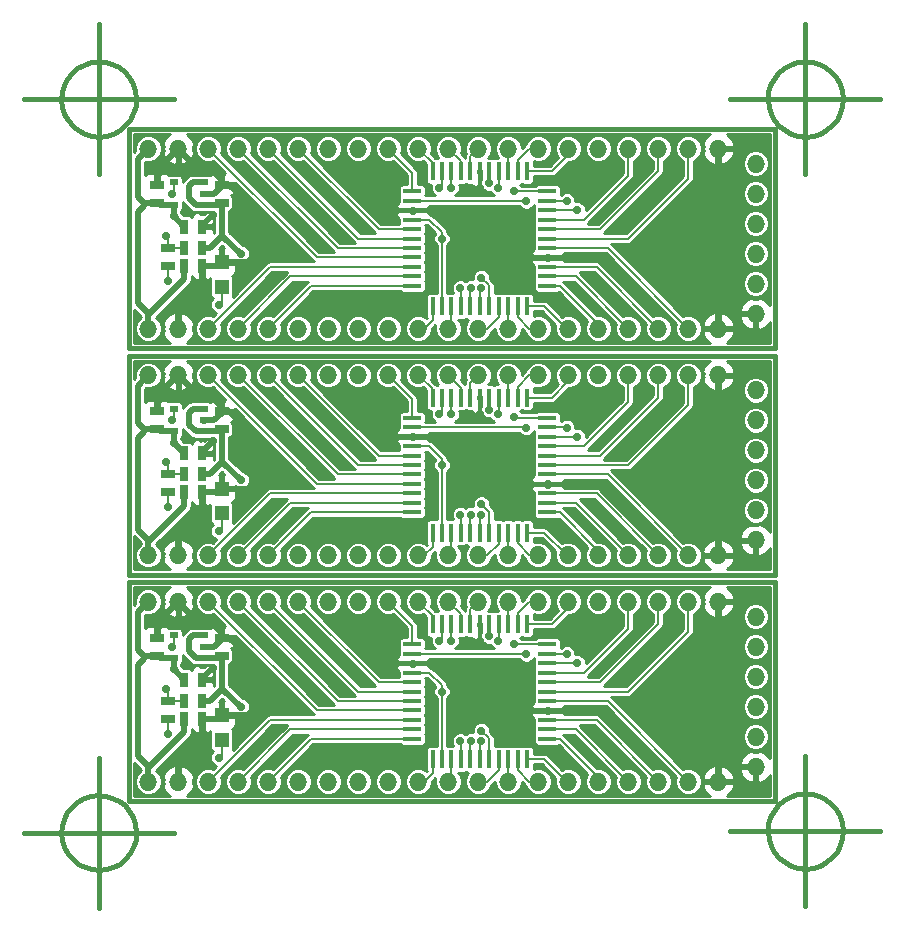
<source format=gtl>
G04 (created by PCBNEW-RS274X (2010-03-14)-final) date dom 30 oct 2011 23:58:25 ART*
G01*
G70*
G90*
%MOIN*%
G04 Gerber Fmt 3.4, Leading zero omitted, Abs format*
%FSLAX34Y34*%
G04 APERTURE LIST*
%ADD10C,0.000000*%
%ADD11C,0.015000*%
%ADD12R,0.016000X0.060000*%
%ADD13R,0.060000X0.016000*%
%ADD14R,0.030000X0.020000*%
%ADD15R,0.045000X0.025000*%
%ADD16R,0.025000X0.045000*%
%ADD17R,0.047200X0.047200*%
%ADD18O,0.060000X0.060000*%
%ADD19C,0.028000*%
%ADD20C,0.006000*%
%ADD21C,0.020000*%
%ADD22C,0.010000*%
G04 APERTURE END LIST*
G54D10*
G54D11*
X79150Y-29750D02*
X79126Y-29992D01*
X79055Y-30226D01*
X78941Y-30441D01*
X78786Y-30630D01*
X78598Y-30786D01*
X78384Y-30902D01*
X78151Y-30974D01*
X77908Y-30999D01*
X77666Y-30977D01*
X77432Y-30908D01*
X77216Y-30795D01*
X77026Y-30643D01*
X76869Y-30456D01*
X76752Y-30242D01*
X76678Y-30009D01*
X76651Y-29767D01*
X76671Y-29525D01*
X76738Y-29290D01*
X76850Y-29073D01*
X77001Y-28882D01*
X77187Y-28724D01*
X77400Y-28605D01*
X77632Y-28530D01*
X77874Y-28501D01*
X78117Y-28519D01*
X78352Y-28585D01*
X78569Y-28695D01*
X78762Y-28845D01*
X78921Y-29030D01*
X79041Y-29242D01*
X79118Y-29474D01*
X79149Y-29716D01*
X79150Y-29750D01*
X75400Y-29750D02*
X80400Y-29750D01*
X77900Y-27250D02*
X77900Y-32250D01*
X79150Y-54150D02*
X79126Y-54392D01*
X79055Y-54626D01*
X78941Y-54841D01*
X78786Y-55030D01*
X78598Y-55186D01*
X78384Y-55302D01*
X78151Y-55374D01*
X77908Y-55399D01*
X77666Y-55377D01*
X77432Y-55308D01*
X77216Y-55195D01*
X77026Y-55043D01*
X76869Y-54856D01*
X76752Y-54642D01*
X76678Y-54409D01*
X76651Y-54167D01*
X76671Y-53925D01*
X76738Y-53690D01*
X76850Y-53473D01*
X77001Y-53282D01*
X77187Y-53124D01*
X77400Y-53005D01*
X77632Y-52930D01*
X77874Y-52901D01*
X78117Y-52919D01*
X78352Y-52985D01*
X78569Y-53095D01*
X78762Y-53245D01*
X78921Y-53430D01*
X79041Y-53642D01*
X79118Y-53874D01*
X79149Y-54116D01*
X79150Y-54150D01*
X75400Y-54150D02*
X80400Y-54150D01*
X77900Y-51650D02*
X77900Y-56650D01*
X55600Y-54200D02*
X55576Y-54442D01*
X55505Y-54676D01*
X55391Y-54891D01*
X55236Y-55080D01*
X55048Y-55236D01*
X54834Y-55352D01*
X54601Y-55424D01*
X54358Y-55449D01*
X54116Y-55427D01*
X53882Y-55358D01*
X53666Y-55245D01*
X53476Y-55093D01*
X53319Y-54906D01*
X53202Y-54692D01*
X53128Y-54459D01*
X53101Y-54217D01*
X53121Y-53975D01*
X53188Y-53740D01*
X53300Y-53523D01*
X53451Y-53332D01*
X53637Y-53174D01*
X53850Y-53055D01*
X54082Y-52980D01*
X54324Y-52951D01*
X54567Y-52969D01*
X54802Y-53035D01*
X55019Y-53145D01*
X55212Y-53295D01*
X55371Y-53480D01*
X55491Y-53692D01*
X55568Y-53924D01*
X55599Y-54166D01*
X55600Y-54200D01*
X51850Y-54200D02*
X56850Y-54200D01*
X54350Y-51700D02*
X54350Y-56700D01*
X55600Y-29750D02*
X55576Y-29992D01*
X55505Y-30226D01*
X55391Y-30441D01*
X55236Y-30630D01*
X55048Y-30786D01*
X54834Y-30902D01*
X54601Y-30974D01*
X54358Y-30999D01*
X54116Y-30977D01*
X53882Y-30908D01*
X53666Y-30795D01*
X53476Y-30643D01*
X53319Y-30456D01*
X53202Y-30242D01*
X53128Y-30009D01*
X53101Y-29767D01*
X53121Y-29525D01*
X53188Y-29290D01*
X53300Y-29073D01*
X53451Y-28882D01*
X53637Y-28724D01*
X53850Y-28605D01*
X54082Y-28530D01*
X54324Y-28501D01*
X54567Y-28519D01*
X54802Y-28585D01*
X55019Y-28695D01*
X55212Y-28845D01*
X55371Y-29030D01*
X55491Y-29242D01*
X55568Y-29474D01*
X55599Y-29716D01*
X55600Y-29750D01*
X51850Y-29750D02*
X56850Y-29750D01*
X54350Y-27250D02*
X54350Y-32250D01*
X76900Y-45850D02*
X76900Y-53150D01*
X76900Y-53150D02*
X55350Y-53150D01*
X55350Y-53150D02*
X55350Y-45850D01*
X55350Y-45850D02*
X76900Y-45850D01*
X55350Y-38300D02*
X76900Y-38300D01*
X55350Y-45600D02*
X55350Y-38300D01*
X76900Y-45600D02*
X55350Y-45600D01*
X76900Y-38300D02*
X76900Y-45600D01*
X55350Y-30750D02*
X76900Y-30750D01*
X55350Y-38050D02*
X55350Y-30750D01*
X76900Y-38050D02*
X55350Y-38050D01*
X76900Y-30750D02*
X76900Y-38050D01*
G54D12*
X67050Y-51750D03*
X67365Y-51750D03*
X67680Y-51750D03*
X67995Y-51750D03*
X68310Y-51750D03*
X68625Y-51750D03*
X66735Y-51750D03*
X66420Y-51750D03*
X66105Y-51750D03*
X65790Y-51750D03*
X65475Y-51750D03*
X67050Y-47250D03*
X67365Y-47250D03*
X67680Y-47250D03*
X67995Y-47250D03*
X68310Y-47250D03*
X68625Y-47250D03*
X66735Y-47250D03*
X66420Y-47250D03*
X66105Y-47250D03*
X65790Y-47250D03*
X65475Y-47250D03*
G54D13*
X69300Y-49500D03*
X64800Y-49500D03*
X69300Y-49185D03*
X64800Y-49185D03*
X64800Y-48870D03*
X69300Y-48870D03*
X69300Y-48555D03*
X64800Y-48555D03*
X64800Y-48240D03*
X69300Y-48240D03*
X69300Y-47925D03*
X64800Y-47925D03*
X64800Y-49815D03*
X69300Y-49815D03*
X69300Y-50130D03*
X64800Y-50130D03*
X64800Y-50445D03*
X69300Y-50445D03*
X69300Y-50760D03*
X64800Y-50760D03*
X64800Y-51075D03*
X69300Y-51075D03*
G54D14*
X57850Y-48375D03*
X57850Y-47625D03*
X56850Y-48375D03*
X57850Y-48000D03*
X56850Y-47625D03*
G54D15*
X58450Y-48300D03*
X58450Y-47700D03*
X56300Y-48300D03*
X56300Y-47700D03*
G54D16*
X57200Y-49100D03*
X57800Y-49100D03*
X57200Y-50400D03*
X57800Y-50400D03*
X57800Y-49800D03*
X57200Y-49800D03*
G54D15*
X56650Y-50400D03*
X56650Y-49800D03*
G54D17*
X58450Y-51113D03*
X58450Y-50287D03*
G54D18*
X56000Y-52500D03*
X57000Y-52500D03*
X58000Y-52500D03*
X59000Y-52500D03*
X60000Y-52500D03*
X61000Y-52500D03*
X62000Y-52500D03*
X63000Y-52500D03*
X64000Y-52500D03*
X65000Y-52500D03*
X66000Y-52500D03*
X67000Y-52500D03*
X68000Y-52500D03*
X69000Y-52500D03*
X70000Y-52500D03*
X71000Y-52500D03*
X72000Y-52500D03*
X73000Y-52500D03*
X74000Y-52500D03*
X75000Y-52500D03*
X56000Y-46500D03*
X57000Y-46500D03*
X58000Y-46500D03*
X59000Y-46500D03*
X60000Y-46500D03*
X61000Y-46500D03*
X62000Y-46500D03*
X63000Y-46500D03*
X64000Y-46500D03*
X65000Y-46500D03*
X66000Y-46500D03*
X67000Y-46500D03*
X68000Y-46500D03*
X69000Y-46500D03*
X70000Y-46500D03*
X71000Y-46500D03*
X72000Y-46500D03*
X73000Y-46500D03*
X74000Y-46500D03*
X75000Y-46500D03*
X76250Y-47000D03*
X76250Y-48000D03*
X76250Y-49000D03*
X76250Y-50000D03*
X76250Y-51000D03*
X76250Y-52000D03*
X76250Y-39450D03*
X76250Y-40450D03*
X76250Y-41450D03*
X76250Y-42450D03*
X76250Y-43450D03*
X76250Y-44450D03*
X56000Y-38950D03*
X57000Y-38950D03*
X58000Y-38950D03*
X59000Y-38950D03*
X60000Y-38950D03*
X61000Y-38950D03*
X62000Y-38950D03*
X63000Y-38950D03*
X64000Y-38950D03*
X65000Y-38950D03*
X66000Y-38950D03*
X67000Y-38950D03*
X68000Y-38950D03*
X69000Y-38950D03*
X70000Y-38950D03*
X71000Y-38950D03*
X72000Y-38950D03*
X73000Y-38950D03*
X74000Y-38950D03*
X75000Y-38950D03*
X56000Y-44950D03*
X57000Y-44950D03*
X58000Y-44950D03*
X59000Y-44950D03*
X60000Y-44950D03*
X61000Y-44950D03*
X62000Y-44950D03*
X63000Y-44950D03*
X64000Y-44950D03*
X65000Y-44950D03*
X66000Y-44950D03*
X67000Y-44950D03*
X68000Y-44950D03*
X69000Y-44950D03*
X70000Y-44950D03*
X71000Y-44950D03*
X72000Y-44950D03*
X73000Y-44950D03*
X74000Y-44950D03*
X75000Y-44950D03*
G54D17*
X58450Y-43563D03*
X58450Y-42737D03*
G54D15*
X56650Y-42850D03*
X56650Y-42250D03*
G54D16*
X57800Y-42250D03*
X57200Y-42250D03*
X57200Y-42850D03*
X57800Y-42850D03*
X57200Y-41550D03*
X57800Y-41550D03*
G54D15*
X56300Y-40750D03*
X56300Y-40150D03*
X58450Y-40750D03*
X58450Y-40150D03*
G54D14*
X57850Y-40825D03*
X57850Y-40075D03*
X56850Y-40825D03*
X57850Y-40450D03*
X56850Y-40075D03*
G54D12*
X67050Y-44200D03*
X67365Y-44200D03*
X67680Y-44200D03*
X67995Y-44200D03*
X68310Y-44200D03*
X68625Y-44200D03*
X66735Y-44200D03*
X66420Y-44200D03*
X66105Y-44200D03*
X65790Y-44200D03*
X65475Y-44200D03*
X67050Y-39700D03*
X67365Y-39700D03*
X67680Y-39700D03*
X67995Y-39700D03*
X68310Y-39700D03*
X68625Y-39700D03*
X66735Y-39700D03*
X66420Y-39700D03*
X66105Y-39700D03*
X65790Y-39700D03*
X65475Y-39700D03*
G54D13*
X69300Y-41950D03*
X64800Y-41950D03*
X69300Y-41635D03*
X64800Y-41635D03*
X64800Y-41320D03*
X69300Y-41320D03*
X69300Y-41005D03*
X64800Y-41005D03*
X64800Y-40690D03*
X69300Y-40690D03*
X69300Y-40375D03*
X64800Y-40375D03*
X64800Y-42265D03*
X69300Y-42265D03*
X69300Y-42580D03*
X64800Y-42580D03*
X64800Y-42895D03*
X69300Y-42895D03*
X69300Y-43210D03*
X64800Y-43210D03*
X64800Y-43525D03*
X69300Y-43525D03*
G54D18*
X76250Y-31900D03*
X76250Y-32900D03*
X76250Y-33900D03*
X76250Y-34900D03*
X76250Y-35900D03*
X76250Y-36900D03*
X56000Y-31400D03*
X57000Y-31400D03*
X58000Y-31400D03*
X59000Y-31400D03*
X60000Y-31400D03*
X61000Y-31400D03*
X62000Y-31400D03*
X63000Y-31400D03*
X64000Y-31400D03*
X65000Y-31400D03*
X66000Y-31400D03*
X67000Y-31400D03*
X68000Y-31400D03*
X69000Y-31400D03*
X70000Y-31400D03*
X71000Y-31400D03*
X72000Y-31400D03*
X73000Y-31400D03*
X74000Y-31400D03*
X75000Y-31400D03*
X56000Y-37400D03*
X57000Y-37400D03*
X58000Y-37400D03*
X59000Y-37400D03*
X60000Y-37400D03*
X61000Y-37400D03*
X62000Y-37400D03*
X63000Y-37400D03*
X64000Y-37400D03*
X65000Y-37400D03*
X66000Y-37400D03*
X67000Y-37400D03*
X68000Y-37400D03*
X69000Y-37400D03*
X70000Y-37400D03*
X71000Y-37400D03*
X72000Y-37400D03*
X73000Y-37400D03*
X74000Y-37400D03*
X75000Y-37400D03*
G54D17*
X58450Y-36013D03*
X58450Y-35187D03*
G54D15*
X56650Y-35300D03*
X56650Y-34700D03*
G54D16*
X57800Y-34700D03*
X57200Y-34700D03*
X57200Y-35300D03*
X57800Y-35300D03*
X57200Y-34000D03*
X57800Y-34000D03*
G54D15*
X56300Y-33200D03*
X56300Y-32600D03*
X58450Y-33200D03*
X58450Y-32600D03*
G54D14*
X57850Y-33275D03*
X57850Y-32525D03*
X56850Y-33275D03*
X57850Y-32900D03*
X56850Y-32525D03*
G54D12*
X67050Y-36650D03*
X67365Y-36650D03*
X67680Y-36650D03*
X67995Y-36650D03*
X68310Y-36650D03*
X68625Y-36650D03*
X66735Y-36650D03*
X66420Y-36650D03*
X66105Y-36650D03*
X65790Y-36650D03*
X65475Y-36650D03*
X67050Y-32150D03*
X67365Y-32150D03*
X67680Y-32150D03*
X67995Y-32150D03*
X68310Y-32150D03*
X68625Y-32150D03*
X66735Y-32150D03*
X66420Y-32150D03*
X66105Y-32150D03*
X65790Y-32150D03*
X65475Y-32150D03*
G54D13*
X69300Y-34400D03*
X64800Y-34400D03*
X69300Y-34085D03*
X64800Y-34085D03*
X64800Y-33770D03*
X69300Y-33770D03*
X69300Y-33455D03*
X64800Y-33455D03*
X64800Y-33140D03*
X69300Y-33140D03*
X69300Y-32825D03*
X64800Y-32825D03*
X64800Y-34715D03*
X69300Y-34715D03*
X69300Y-35030D03*
X64800Y-35030D03*
X64800Y-35345D03*
X69300Y-35345D03*
X69300Y-35660D03*
X64800Y-35660D03*
X64800Y-35975D03*
X69300Y-35975D03*
G54D19*
X67100Y-50800D03*
X67100Y-43250D03*
X67100Y-35700D03*
X67100Y-51150D03*
X67100Y-43600D03*
X67100Y-36050D03*
X66750Y-51150D03*
X66750Y-43600D03*
X66750Y-36050D03*
X66400Y-51150D03*
X66400Y-43600D03*
X66400Y-36050D03*
X67350Y-47650D03*
X67350Y-40100D03*
X67350Y-32550D03*
X66100Y-47800D03*
X66100Y-40250D03*
X66100Y-32700D03*
X65700Y-47800D03*
X65700Y-40250D03*
X65700Y-32700D03*
X68450Y-51100D03*
X67050Y-47800D03*
X59950Y-48900D03*
X65900Y-48900D03*
X58150Y-48700D03*
X58150Y-41150D03*
X65900Y-41350D03*
X59950Y-41350D03*
X67050Y-40250D03*
X68450Y-43550D03*
X58150Y-33600D03*
X65900Y-33800D03*
X59950Y-33800D03*
X67050Y-32700D03*
X68450Y-36000D03*
X68200Y-47900D03*
X68200Y-40350D03*
X68200Y-32800D03*
X70300Y-48550D03*
X70300Y-41000D03*
X70300Y-33450D03*
X68600Y-48250D03*
X68600Y-40700D03*
X68600Y-33150D03*
X69950Y-48250D03*
X69950Y-40700D03*
X69950Y-33150D03*
X67650Y-47800D03*
X56850Y-48750D03*
X65790Y-49500D03*
X65790Y-41950D03*
X56850Y-41200D03*
X67650Y-40250D03*
X65790Y-34400D03*
X56850Y-33650D03*
X67650Y-32700D03*
X59100Y-50000D03*
X59100Y-42450D03*
X59100Y-34900D03*
X56650Y-50900D03*
X58350Y-51700D03*
X58350Y-44150D03*
X56650Y-43350D03*
X58350Y-36600D03*
X56650Y-35800D03*
X56800Y-48000D03*
X56600Y-49400D03*
X56600Y-41850D03*
X56800Y-40450D03*
X56600Y-34300D03*
X56800Y-32900D03*
G54D20*
X65200Y-52500D02*
X65475Y-52225D01*
X65475Y-52225D02*
X65475Y-51750D01*
X65000Y-52500D02*
X65200Y-52500D01*
X65000Y-44950D02*
X65200Y-44950D01*
X65475Y-44675D02*
X65475Y-44200D01*
X65200Y-44950D02*
X65475Y-44675D01*
X65000Y-37400D02*
X65200Y-37400D01*
X65475Y-37125D02*
X65475Y-36650D01*
X65200Y-37400D02*
X65475Y-37125D01*
X66105Y-52395D02*
X66000Y-52500D01*
X66105Y-51750D02*
X66105Y-52395D01*
X66105Y-44200D02*
X66105Y-44845D01*
X66105Y-44845D02*
X66000Y-44950D01*
X66105Y-36650D02*
X66105Y-37295D01*
X66105Y-37295D02*
X66000Y-37400D01*
X67680Y-52120D02*
X67300Y-52500D01*
X67300Y-52500D02*
X67000Y-52500D01*
X67680Y-51750D02*
X67680Y-52120D01*
X67680Y-44200D02*
X67680Y-44570D01*
X67300Y-44950D02*
X67000Y-44950D01*
X67680Y-44570D02*
X67300Y-44950D01*
X67680Y-36650D02*
X67680Y-37020D01*
X67300Y-37400D02*
X67000Y-37400D01*
X67680Y-37020D02*
X67300Y-37400D01*
X67995Y-52495D02*
X68000Y-52500D01*
X67995Y-51750D02*
X67995Y-52495D01*
X67995Y-44200D02*
X67995Y-44945D01*
X67995Y-44945D02*
X68000Y-44950D01*
X67995Y-36650D02*
X67995Y-37395D01*
X67995Y-37395D02*
X68000Y-37400D01*
X68700Y-52500D02*
X68310Y-52110D01*
X68310Y-52110D02*
X68310Y-51750D01*
X69000Y-52500D02*
X68700Y-52500D01*
X69000Y-44950D02*
X68700Y-44950D01*
X68310Y-44560D02*
X68310Y-44200D01*
X68700Y-44950D02*
X68310Y-44560D01*
X69000Y-37400D02*
X68700Y-37400D01*
X68310Y-37010D02*
X68310Y-36650D01*
X68700Y-37400D02*
X68310Y-37010D01*
X69200Y-51750D02*
X69950Y-52500D01*
X69950Y-52500D02*
X70000Y-52500D01*
X68625Y-51750D02*
X69200Y-51750D01*
X68625Y-44200D02*
X69200Y-44200D01*
X69950Y-44950D02*
X70000Y-44950D01*
X69200Y-44200D02*
X69950Y-44950D01*
X68625Y-36650D02*
X69200Y-36650D01*
X69950Y-37400D02*
X70000Y-37400D01*
X69200Y-36650D02*
X69950Y-37400D01*
X69725Y-51075D02*
X71000Y-52350D01*
X71000Y-52350D02*
X71000Y-52500D01*
X69300Y-51075D02*
X69725Y-51075D01*
X69300Y-43525D02*
X69725Y-43525D01*
X71000Y-44800D02*
X71000Y-44950D01*
X69725Y-43525D02*
X71000Y-44800D01*
X69300Y-35975D02*
X69725Y-35975D01*
X71000Y-37250D02*
X71000Y-37400D01*
X69725Y-35975D02*
X71000Y-37250D01*
X70260Y-50760D02*
X72000Y-52500D01*
X69300Y-50760D02*
X70260Y-50760D01*
X69300Y-43210D02*
X70260Y-43210D01*
X70260Y-43210D02*
X72000Y-44950D01*
X69300Y-35660D02*
X70260Y-35660D01*
X70260Y-35660D02*
X72000Y-37400D01*
X70945Y-50445D02*
X73000Y-52500D01*
X69300Y-50445D02*
X70945Y-50445D01*
X69300Y-42895D02*
X70945Y-42895D01*
X70945Y-42895D02*
X73000Y-44950D01*
X69300Y-35345D02*
X70945Y-35345D01*
X70945Y-35345D02*
X73000Y-37400D01*
X71315Y-49815D02*
X74000Y-52500D01*
X69300Y-49815D02*
X71315Y-49815D01*
X69300Y-42265D02*
X71315Y-42265D01*
X71315Y-42265D02*
X74000Y-44950D01*
X69300Y-34715D02*
X71315Y-34715D01*
X71315Y-34715D02*
X74000Y-37400D01*
X60055Y-50445D02*
X58000Y-52500D01*
X64800Y-50445D02*
X60055Y-50445D01*
X64800Y-42895D02*
X60055Y-42895D01*
X60055Y-42895D02*
X58000Y-44950D01*
X64800Y-35345D02*
X60055Y-35345D01*
X60055Y-35345D02*
X58000Y-37400D01*
X60740Y-50760D02*
X59000Y-52500D01*
X64800Y-50760D02*
X60740Y-50760D01*
X64800Y-43210D02*
X60740Y-43210D01*
X60740Y-43210D02*
X59000Y-44950D01*
X64800Y-35660D02*
X60740Y-35660D01*
X60740Y-35660D02*
X59000Y-37400D01*
X61425Y-51075D02*
X60000Y-52500D01*
X64800Y-51075D02*
X61425Y-51075D01*
X64800Y-43525D02*
X61425Y-43525D01*
X61425Y-43525D02*
X60000Y-44950D01*
X64800Y-35975D02*
X61425Y-35975D01*
X61425Y-35975D02*
X60000Y-37400D01*
X67365Y-51065D02*
X67100Y-50800D01*
X67365Y-51750D02*
X67365Y-51065D01*
X67365Y-44200D02*
X67365Y-43515D01*
X67365Y-43515D02*
X67100Y-43250D01*
X67365Y-36650D02*
X67365Y-35965D01*
X67365Y-35965D02*
X67100Y-35700D01*
X67050Y-51200D02*
X67100Y-51150D01*
X67050Y-51750D02*
X67050Y-51200D01*
X67050Y-44200D02*
X67050Y-43650D01*
X67050Y-43650D02*
X67100Y-43600D01*
X67050Y-36650D02*
X67050Y-36100D01*
X67050Y-36100D02*
X67100Y-36050D01*
X66735Y-51165D02*
X66750Y-51150D01*
X66735Y-51750D02*
X66735Y-51165D01*
X66735Y-44200D02*
X66735Y-43615D01*
X66735Y-43615D02*
X66750Y-43600D01*
X66735Y-36650D02*
X66735Y-36065D01*
X66735Y-36065D02*
X66750Y-36050D01*
X66420Y-51170D02*
X66400Y-51150D01*
X66420Y-51750D02*
X66420Y-51170D01*
X66420Y-44200D02*
X66420Y-43620D01*
X66420Y-43620D02*
X66400Y-43600D01*
X66420Y-36650D02*
X66420Y-36070D01*
X66420Y-36070D02*
X66400Y-36050D01*
X65475Y-46975D02*
X65000Y-46500D01*
X65475Y-47250D02*
X65475Y-46975D01*
X65475Y-39700D02*
X65475Y-39425D01*
X65475Y-39425D02*
X65000Y-38950D01*
X65475Y-32150D02*
X65475Y-31875D01*
X65475Y-31875D02*
X65000Y-31400D01*
X66420Y-46920D02*
X66000Y-46500D01*
X66420Y-47250D02*
X66420Y-46920D01*
X66420Y-39700D02*
X66420Y-39370D01*
X66420Y-39370D02*
X66000Y-38950D01*
X66420Y-32150D02*
X66420Y-31820D01*
X66420Y-31820D02*
X66000Y-31400D01*
X66735Y-46765D02*
X67000Y-46500D01*
X66735Y-47250D02*
X66735Y-46765D01*
X66735Y-39700D02*
X66735Y-39215D01*
X66735Y-39215D02*
X67000Y-38950D01*
X66735Y-32150D02*
X66735Y-31665D01*
X66735Y-31665D02*
X67000Y-31400D01*
X67995Y-46505D02*
X68000Y-46500D01*
X67995Y-47250D02*
X67995Y-46505D01*
X67995Y-39700D02*
X67995Y-38955D01*
X67995Y-38955D02*
X68000Y-38950D01*
X67995Y-32150D02*
X67995Y-31405D01*
X67995Y-31405D02*
X68000Y-31400D01*
X68700Y-46500D02*
X68310Y-46890D01*
X68310Y-46890D02*
X68310Y-47250D01*
X69000Y-46500D02*
X68700Y-46500D01*
X69000Y-38950D02*
X68700Y-38950D01*
X68310Y-39340D02*
X68310Y-39700D01*
X68700Y-38950D02*
X68310Y-39340D01*
X69000Y-31400D02*
X68700Y-31400D01*
X68310Y-31790D02*
X68310Y-32150D01*
X68700Y-31400D02*
X68310Y-31790D01*
X70000Y-46700D02*
X69450Y-47250D01*
X69450Y-47250D02*
X68625Y-47250D01*
X70000Y-46500D02*
X70000Y-46700D01*
X70000Y-38950D02*
X70000Y-39150D01*
X69450Y-39700D02*
X68625Y-39700D01*
X70000Y-39150D02*
X69450Y-39700D01*
X70000Y-31400D02*
X70000Y-31600D01*
X69450Y-32150D02*
X68625Y-32150D01*
X70000Y-31600D02*
X69450Y-32150D01*
X67365Y-47635D02*
X67350Y-47650D01*
X67365Y-47250D02*
X67365Y-47635D01*
X67365Y-39700D02*
X67365Y-40085D01*
X67365Y-40085D02*
X67350Y-40100D01*
X67365Y-32150D02*
X67365Y-32535D01*
X67365Y-32535D02*
X67350Y-32550D01*
X70530Y-48870D02*
X72000Y-47400D01*
X72000Y-47400D02*
X72000Y-46500D01*
X69300Y-48870D02*
X70530Y-48870D01*
X69300Y-41320D02*
X70530Y-41320D01*
X72000Y-39850D02*
X72000Y-38950D01*
X70530Y-41320D02*
X72000Y-39850D01*
X69300Y-33770D02*
X70530Y-33770D01*
X72000Y-32300D02*
X72000Y-31400D01*
X70530Y-33770D02*
X72000Y-32300D01*
X71065Y-49185D02*
X73000Y-47250D01*
X73000Y-47250D02*
X73000Y-46500D01*
X69300Y-49185D02*
X71065Y-49185D01*
X69300Y-41635D02*
X71065Y-41635D01*
X73000Y-39700D02*
X73000Y-38950D01*
X71065Y-41635D02*
X73000Y-39700D01*
X69300Y-34085D02*
X71065Y-34085D01*
X73000Y-32150D02*
X73000Y-31400D01*
X71065Y-34085D02*
X73000Y-32150D01*
X72000Y-49500D02*
X74000Y-47500D01*
X74000Y-47500D02*
X74000Y-46500D01*
X69300Y-49500D02*
X72000Y-49500D01*
X69300Y-41950D02*
X72000Y-41950D01*
X74000Y-39950D02*
X74000Y-38950D01*
X72000Y-41950D02*
X74000Y-39950D01*
X69300Y-34400D02*
X72000Y-34400D01*
X74000Y-32400D02*
X74000Y-31400D01*
X72000Y-34400D02*
X74000Y-32400D01*
X61630Y-50130D02*
X58000Y-46500D01*
X64800Y-50130D02*
X61630Y-50130D01*
X64800Y-42580D02*
X61630Y-42580D01*
X61630Y-42580D02*
X58000Y-38950D01*
X64800Y-35030D02*
X61630Y-35030D01*
X61630Y-35030D02*
X58000Y-31400D01*
X62315Y-49815D02*
X59000Y-46500D01*
X64800Y-49815D02*
X62315Y-49815D01*
X64800Y-42265D02*
X62315Y-42265D01*
X62315Y-42265D02*
X59000Y-38950D01*
X64800Y-34715D02*
X62315Y-34715D01*
X62315Y-34715D02*
X59000Y-31400D01*
X63000Y-49500D02*
X60000Y-46500D01*
X64800Y-49500D02*
X63000Y-49500D01*
X64800Y-41950D02*
X63000Y-41950D01*
X63000Y-41950D02*
X60000Y-38950D01*
X64800Y-34400D02*
X63000Y-34400D01*
X63000Y-34400D02*
X60000Y-31400D01*
X63685Y-49185D02*
X61000Y-46500D01*
X64800Y-49185D02*
X63685Y-49185D01*
X64800Y-41635D02*
X63685Y-41635D01*
X63685Y-41635D02*
X61000Y-38950D01*
X64800Y-34085D02*
X63685Y-34085D01*
X63685Y-34085D02*
X61000Y-31400D01*
X66105Y-47795D02*
X66100Y-47800D01*
X66105Y-47250D02*
X66105Y-47795D01*
X66105Y-39700D02*
X66105Y-40245D01*
X66105Y-40245D02*
X66100Y-40250D01*
X66105Y-32150D02*
X66105Y-32695D01*
X66105Y-32695D02*
X66100Y-32700D01*
X65790Y-47710D02*
X65700Y-47800D01*
X65790Y-47250D02*
X65790Y-47710D01*
X65790Y-39700D02*
X65790Y-40160D01*
X65790Y-40160D02*
X65700Y-40250D01*
X65790Y-32150D02*
X65790Y-32610D01*
X65790Y-32610D02*
X65700Y-32700D01*
X64800Y-47300D02*
X64000Y-46500D01*
X64800Y-47925D02*
X64800Y-47300D01*
X64800Y-40375D02*
X64800Y-39750D01*
X64800Y-39750D02*
X64000Y-38950D01*
X64800Y-32825D02*
X64800Y-32200D01*
X64800Y-32200D02*
X64000Y-31400D01*
X68770Y-50130D02*
X68450Y-50450D01*
X68450Y-50450D02*
X68450Y-51100D01*
X69300Y-50130D02*
X68770Y-50130D01*
X67050Y-47250D02*
X67050Y-47800D01*
X65555Y-48555D02*
X67050Y-50050D01*
X67050Y-50050D02*
X68050Y-50050D01*
X68050Y-50050D02*
X68450Y-50450D01*
X64800Y-48555D02*
X65550Y-48555D01*
G54D21*
X57000Y-51700D02*
X57800Y-50900D01*
X57800Y-50900D02*
X57800Y-50400D01*
X57000Y-52500D02*
X57000Y-51700D01*
X56300Y-47200D02*
X57000Y-46500D01*
X56300Y-47700D02*
X56300Y-47200D01*
X58700Y-47700D02*
X59050Y-48050D01*
X59050Y-48050D02*
X59950Y-48900D01*
X58450Y-47700D02*
X58700Y-47700D01*
X58450Y-47750D02*
X58200Y-48000D01*
X58200Y-48000D02*
X57850Y-48000D01*
X58450Y-47700D02*
X58450Y-47750D01*
G54D20*
X65555Y-48555D02*
X65900Y-48900D01*
X65550Y-48555D02*
X65555Y-48555D01*
G54D21*
X75000Y-46500D02*
X75000Y-52500D01*
X58337Y-50400D02*
X58450Y-50287D01*
X57800Y-50400D02*
X58337Y-50400D01*
X59613Y-50287D02*
X59950Y-49950D01*
X59950Y-49950D02*
X59950Y-48900D01*
X58450Y-50287D02*
X59613Y-50287D01*
X57800Y-49050D02*
X58150Y-48700D01*
X57800Y-49100D02*
X57800Y-49050D01*
X58450Y-47550D02*
X58100Y-47200D01*
X58100Y-47200D02*
X57700Y-47200D01*
X57700Y-47200D02*
X57000Y-46500D01*
X58450Y-47700D02*
X58450Y-47550D01*
X58450Y-40150D02*
X58450Y-40000D01*
X57700Y-39650D02*
X57000Y-38950D01*
X58100Y-39650D02*
X57700Y-39650D01*
X58450Y-40000D02*
X58100Y-39650D01*
X57800Y-41550D02*
X57800Y-41500D01*
X57800Y-41500D02*
X58150Y-41150D01*
X58450Y-42737D02*
X59613Y-42737D01*
X59950Y-42400D02*
X59950Y-41350D01*
X59613Y-42737D02*
X59950Y-42400D01*
X57800Y-42850D02*
X58337Y-42850D01*
X58337Y-42850D02*
X58450Y-42737D01*
X75000Y-38950D02*
X75000Y-44950D01*
G54D20*
X65550Y-41005D02*
X65555Y-41005D01*
X65555Y-41005D02*
X65900Y-41350D01*
G54D21*
X58450Y-40150D02*
X58450Y-40200D01*
X58200Y-40450D02*
X57850Y-40450D01*
X58450Y-40200D02*
X58200Y-40450D01*
X58450Y-40150D02*
X58700Y-40150D01*
X59050Y-40500D02*
X59950Y-41350D01*
X58700Y-40150D02*
X59050Y-40500D01*
X56300Y-40150D02*
X56300Y-39650D01*
X56300Y-39650D02*
X57000Y-38950D01*
X57000Y-44950D02*
X57000Y-44150D01*
X57800Y-43350D02*
X57800Y-42850D01*
X57000Y-44150D02*
X57800Y-43350D01*
G54D20*
X64800Y-41005D02*
X65550Y-41005D01*
X68050Y-42500D02*
X68450Y-42900D01*
X67050Y-42500D02*
X68050Y-42500D01*
X65555Y-41005D02*
X67050Y-42500D01*
X67050Y-39700D02*
X67050Y-40250D01*
X69300Y-42580D02*
X68770Y-42580D01*
X68450Y-42900D02*
X68450Y-43550D01*
X68770Y-42580D02*
X68450Y-42900D01*
G54D21*
X58450Y-32600D02*
X58450Y-32450D01*
X57700Y-32100D02*
X57000Y-31400D01*
X58100Y-32100D02*
X57700Y-32100D01*
X58450Y-32450D02*
X58100Y-32100D01*
X57800Y-34000D02*
X57800Y-33950D01*
X57800Y-33950D02*
X58150Y-33600D01*
X58450Y-35187D02*
X59613Y-35187D01*
X59950Y-34850D02*
X59950Y-33800D01*
X59613Y-35187D02*
X59950Y-34850D01*
X57800Y-35300D02*
X58337Y-35300D01*
X58337Y-35300D02*
X58450Y-35187D01*
X75000Y-31400D02*
X75000Y-37400D01*
G54D20*
X65550Y-33455D02*
X65555Y-33455D01*
X65555Y-33455D02*
X65900Y-33800D01*
G54D21*
X58450Y-32600D02*
X58450Y-32650D01*
X58200Y-32900D02*
X57850Y-32900D01*
X58450Y-32650D02*
X58200Y-32900D01*
X58450Y-32600D02*
X58700Y-32600D01*
X59050Y-32950D02*
X59950Y-33800D01*
X58700Y-32600D02*
X59050Y-32950D01*
X56300Y-32600D02*
X56300Y-32100D01*
X56300Y-32100D02*
X57000Y-31400D01*
X57000Y-37400D02*
X57000Y-36600D01*
X57800Y-35800D02*
X57800Y-35300D01*
X57000Y-36600D02*
X57800Y-35800D01*
G54D20*
X64800Y-33455D02*
X65550Y-33455D01*
X68050Y-34950D02*
X68450Y-35350D01*
X67050Y-34950D02*
X68050Y-34950D01*
X65555Y-33455D02*
X67050Y-34950D01*
X67050Y-32150D02*
X67050Y-32700D01*
X69300Y-35030D02*
X68770Y-35030D01*
X68450Y-35350D02*
X68450Y-36000D01*
X68770Y-35030D02*
X68450Y-35350D01*
X68225Y-47925D02*
X68200Y-47900D01*
X69300Y-47925D02*
X68225Y-47925D01*
X69300Y-40375D02*
X68225Y-40375D01*
X68225Y-40375D02*
X68200Y-40350D01*
X69300Y-32825D02*
X68225Y-32825D01*
X68225Y-32825D02*
X68200Y-32800D01*
X70295Y-48555D02*
X70300Y-48550D01*
X69300Y-48555D02*
X70295Y-48555D01*
X69300Y-41005D02*
X70295Y-41005D01*
X70295Y-41005D02*
X70300Y-41000D01*
X69300Y-33455D02*
X70295Y-33455D01*
X70295Y-33455D02*
X70300Y-33450D01*
X68590Y-48240D02*
X68600Y-48250D01*
X64800Y-48240D02*
X68590Y-48240D01*
X64800Y-40690D02*
X68590Y-40690D01*
X68590Y-40690D02*
X68600Y-40700D01*
X64800Y-33140D02*
X68590Y-33140D01*
X68590Y-33140D02*
X68600Y-33150D01*
X69940Y-48240D02*
X69950Y-48250D01*
X69300Y-48240D02*
X69940Y-48240D01*
X69300Y-40690D02*
X69940Y-40690D01*
X69940Y-40690D02*
X69950Y-40700D01*
X69300Y-33140D02*
X69940Y-33140D01*
X69940Y-33140D02*
X69950Y-33150D01*
X67680Y-47770D02*
X67650Y-47800D01*
X67680Y-47250D02*
X67680Y-47770D01*
G54D21*
X56000Y-52025D02*
X56000Y-52500D01*
X56000Y-52050D02*
X56000Y-52025D01*
X57200Y-50850D02*
X56000Y-52050D01*
X57200Y-50400D02*
X57200Y-50850D01*
X55850Y-48300D02*
X55650Y-48100D01*
X55650Y-48100D02*
X55650Y-46850D01*
X55650Y-46850D02*
X56000Y-46500D01*
X56300Y-48300D02*
X55850Y-48300D01*
X56375Y-48375D02*
X56300Y-48300D01*
X56850Y-48375D02*
X56375Y-48375D01*
X56850Y-48750D02*
X57200Y-49100D01*
X56850Y-48375D02*
X56850Y-48750D01*
G54D20*
X65790Y-49290D02*
X65370Y-48870D01*
X65370Y-48870D02*
X64800Y-48870D01*
X65790Y-49500D02*
X65790Y-49290D01*
X65790Y-51750D02*
X65790Y-49500D01*
G54D21*
X55850Y-48400D02*
X55650Y-48600D01*
X55650Y-48600D02*
X55650Y-51650D01*
X55650Y-51650D02*
X56025Y-52025D01*
X56025Y-52025D02*
X56000Y-52025D01*
X55850Y-48300D02*
X55850Y-48400D01*
X55850Y-40750D02*
X55850Y-40850D01*
X56025Y-44475D02*
X56000Y-44475D01*
X55650Y-44100D02*
X56025Y-44475D01*
X55650Y-41050D02*
X55650Y-44100D01*
X55850Y-40850D02*
X55650Y-41050D01*
G54D20*
X65790Y-44200D02*
X65790Y-41950D01*
X65790Y-41950D02*
X65790Y-41740D01*
X65370Y-41320D02*
X64800Y-41320D01*
X65790Y-41740D02*
X65370Y-41320D01*
G54D21*
X56850Y-40825D02*
X56850Y-41200D01*
X56850Y-41200D02*
X57200Y-41550D01*
X56850Y-40825D02*
X56375Y-40825D01*
X56375Y-40825D02*
X56300Y-40750D01*
X56300Y-40750D02*
X55850Y-40750D01*
X55650Y-39300D02*
X56000Y-38950D01*
X55650Y-40550D02*
X55650Y-39300D01*
X55850Y-40750D02*
X55650Y-40550D01*
X57200Y-42850D02*
X57200Y-43300D01*
X57200Y-43300D02*
X56000Y-44500D01*
X56000Y-44500D02*
X56000Y-44475D01*
X56000Y-44475D02*
X56000Y-44950D01*
G54D20*
X67680Y-39700D02*
X67680Y-40220D01*
X67680Y-40220D02*
X67650Y-40250D01*
G54D21*
X55850Y-33200D02*
X55850Y-33300D01*
X56025Y-36925D02*
X56000Y-36925D01*
X55650Y-36550D02*
X56025Y-36925D01*
X55650Y-33500D02*
X55650Y-36550D01*
X55850Y-33300D02*
X55650Y-33500D01*
G54D20*
X65790Y-36650D02*
X65790Y-34400D01*
X65790Y-34400D02*
X65790Y-34190D01*
X65370Y-33770D02*
X64800Y-33770D01*
X65790Y-34190D02*
X65370Y-33770D01*
G54D21*
X56850Y-33275D02*
X56850Y-33650D01*
X56850Y-33650D02*
X57200Y-34000D01*
X56850Y-33275D02*
X56375Y-33275D01*
X56375Y-33275D02*
X56300Y-33200D01*
X56300Y-33200D02*
X55850Y-33200D01*
X55650Y-31750D02*
X56000Y-31400D01*
X55650Y-33000D02*
X55650Y-31750D01*
X55850Y-33200D02*
X55650Y-33000D01*
X57200Y-35300D02*
X57200Y-35750D01*
X57200Y-35750D02*
X56000Y-36950D01*
X56000Y-36950D02*
X56000Y-36925D01*
X56000Y-36925D02*
X56000Y-37400D01*
G54D20*
X67680Y-32150D02*
X67680Y-32670D01*
X67680Y-32670D02*
X67650Y-32700D01*
G54D21*
X58375Y-48375D02*
X58450Y-48300D01*
X57850Y-48375D02*
X58375Y-48375D01*
X58050Y-49800D02*
X58450Y-49400D01*
X58450Y-49400D02*
X58450Y-48300D01*
X57800Y-49800D02*
X58050Y-49800D01*
X57475Y-47625D02*
X57350Y-47750D01*
X57350Y-47750D02*
X57350Y-48150D01*
X57350Y-48150D02*
X57575Y-48375D01*
X57575Y-48375D02*
X57850Y-48375D01*
X57850Y-47625D02*
X57475Y-47625D01*
X58450Y-49400D02*
X59100Y-50000D01*
X58450Y-49400D02*
X58450Y-49400D01*
X58450Y-41850D02*
X58450Y-41850D01*
X58450Y-41850D02*
X59100Y-42450D01*
X57850Y-40075D02*
X57475Y-40075D01*
X57575Y-40825D02*
X57850Y-40825D01*
X57350Y-40600D02*
X57575Y-40825D01*
X57350Y-40200D02*
X57350Y-40600D01*
X57475Y-40075D02*
X57350Y-40200D01*
X57800Y-42250D02*
X58050Y-42250D01*
X58450Y-41850D02*
X58450Y-40750D01*
X58050Y-42250D02*
X58450Y-41850D01*
X57850Y-40825D02*
X58375Y-40825D01*
X58375Y-40825D02*
X58450Y-40750D01*
X58450Y-34300D02*
X58450Y-34300D01*
X58450Y-34300D02*
X59100Y-34900D01*
X57850Y-32525D02*
X57475Y-32525D01*
X57575Y-33275D02*
X57850Y-33275D01*
X57350Y-33050D02*
X57575Y-33275D01*
X57350Y-32650D02*
X57350Y-33050D01*
X57475Y-32525D02*
X57350Y-32650D01*
X57800Y-34700D02*
X58050Y-34700D01*
X58450Y-34300D02*
X58450Y-33200D01*
X58050Y-34700D02*
X58450Y-34300D01*
X57850Y-33275D02*
X58375Y-33275D01*
X58375Y-33275D02*
X58450Y-33200D01*
G54D20*
X58350Y-51700D02*
X58450Y-51600D01*
X58450Y-51600D02*
X58450Y-51113D01*
X56650Y-50400D02*
X56650Y-50900D01*
X56650Y-42850D02*
X56650Y-43350D01*
X58450Y-44050D02*
X58450Y-43563D01*
X58350Y-44150D02*
X58450Y-44050D01*
X56650Y-35300D02*
X56650Y-35800D01*
X58450Y-36500D02*
X58450Y-36013D01*
X58350Y-36600D02*
X58450Y-36500D01*
X56650Y-49800D02*
X57200Y-49800D01*
X56850Y-47950D02*
X56800Y-48000D01*
X56600Y-49400D02*
X56650Y-49450D01*
X56650Y-49450D02*
X56650Y-49800D01*
X56850Y-47625D02*
X56850Y-47950D01*
X56850Y-40075D02*
X56850Y-40400D01*
X56650Y-41900D02*
X56650Y-42250D01*
X56600Y-41850D02*
X56650Y-41900D01*
X56850Y-40400D02*
X56800Y-40450D01*
X56650Y-42250D02*
X57200Y-42250D01*
X56850Y-32525D02*
X56850Y-32850D01*
X56650Y-34350D02*
X56650Y-34700D01*
X56600Y-34300D02*
X56650Y-34350D01*
X56850Y-32850D02*
X56800Y-32900D01*
X56650Y-34700D02*
X57200Y-34700D01*
G54D22*
X55525Y-30925D02*
X56722Y-30925D01*
X57277Y-30925D02*
X74722Y-30925D01*
X75277Y-30925D02*
X76725Y-30925D01*
X55525Y-31005D02*
X55794Y-31005D01*
X56206Y-31005D02*
X56619Y-31005D01*
X57382Y-31005D02*
X57794Y-31005D01*
X58206Y-31005D02*
X58794Y-31005D01*
X59206Y-31005D02*
X59794Y-31005D01*
X60206Y-31005D02*
X60794Y-31005D01*
X61206Y-31005D02*
X61794Y-31005D01*
X62206Y-31005D02*
X62794Y-31005D01*
X63206Y-31005D02*
X63794Y-31005D01*
X64206Y-31005D02*
X64794Y-31005D01*
X65206Y-31005D02*
X65794Y-31005D01*
X66206Y-31005D02*
X66794Y-31005D01*
X67206Y-31005D02*
X67794Y-31005D01*
X68206Y-31005D02*
X68794Y-31005D01*
X69206Y-31005D02*
X69794Y-31005D01*
X70206Y-31005D02*
X70794Y-31005D01*
X71206Y-31005D02*
X71794Y-31005D01*
X72206Y-31005D02*
X72794Y-31005D01*
X73206Y-31005D02*
X73794Y-31005D01*
X74206Y-31005D02*
X74619Y-31005D01*
X75382Y-31005D02*
X76725Y-31005D01*
X55525Y-31085D02*
X55684Y-31085D01*
X56316Y-31085D02*
X56547Y-31085D01*
X57454Y-31085D02*
X57684Y-31085D01*
X58316Y-31085D02*
X58684Y-31085D01*
X59316Y-31085D02*
X59684Y-31085D01*
X60316Y-31085D02*
X60684Y-31085D01*
X61316Y-31085D02*
X61684Y-31085D01*
X62316Y-31085D02*
X62684Y-31085D01*
X63316Y-31085D02*
X63684Y-31085D01*
X64316Y-31085D02*
X64684Y-31085D01*
X65316Y-31085D02*
X65684Y-31085D01*
X66316Y-31085D02*
X66684Y-31085D01*
X67316Y-31085D02*
X67684Y-31085D01*
X68316Y-31085D02*
X68684Y-31085D01*
X69316Y-31085D02*
X69684Y-31085D01*
X70316Y-31085D02*
X70684Y-31085D01*
X71316Y-31085D02*
X71684Y-31085D01*
X72316Y-31085D02*
X72684Y-31085D01*
X73316Y-31085D02*
X73684Y-31085D01*
X74316Y-31085D02*
X74547Y-31085D01*
X75454Y-31085D02*
X76725Y-31085D01*
X55525Y-31165D02*
X55613Y-31165D01*
X56388Y-31165D02*
X56503Y-31165D01*
X57498Y-31165D02*
X57613Y-31165D01*
X58388Y-31165D02*
X58613Y-31165D01*
X59388Y-31165D02*
X59613Y-31165D01*
X60388Y-31165D02*
X60613Y-31165D01*
X61388Y-31165D02*
X61613Y-31165D01*
X62388Y-31165D02*
X62613Y-31165D01*
X63388Y-31165D02*
X63613Y-31165D01*
X64388Y-31165D02*
X64613Y-31165D01*
X65388Y-31165D02*
X65613Y-31165D01*
X66388Y-31165D02*
X66613Y-31165D01*
X67388Y-31165D02*
X67613Y-31165D01*
X68388Y-31165D02*
X68613Y-31165D01*
X69388Y-31165D02*
X69613Y-31165D01*
X70388Y-31165D02*
X70613Y-31165D01*
X71388Y-31165D02*
X71613Y-31165D01*
X72388Y-31165D02*
X72613Y-31165D01*
X73388Y-31165D02*
X73613Y-31165D01*
X74388Y-31165D02*
X74503Y-31165D01*
X75498Y-31165D02*
X76725Y-31165D01*
X55525Y-31245D02*
X55580Y-31245D01*
X56421Y-31245D02*
X56475Y-31245D01*
X57526Y-31245D02*
X57580Y-31245D01*
X58421Y-31245D02*
X58580Y-31245D01*
X59421Y-31245D02*
X59580Y-31245D01*
X60421Y-31245D02*
X60580Y-31245D01*
X61421Y-31245D02*
X61580Y-31245D01*
X62421Y-31245D02*
X62580Y-31245D01*
X63421Y-31245D02*
X63580Y-31245D01*
X64421Y-31245D02*
X64580Y-31245D01*
X65421Y-31245D02*
X65580Y-31245D01*
X66421Y-31245D02*
X66580Y-31245D01*
X67421Y-31245D02*
X67580Y-31245D01*
X68421Y-31245D02*
X68580Y-31245D01*
X69421Y-31245D02*
X69580Y-31245D01*
X70421Y-31245D02*
X70580Y-31245D01*
X71421Y-31245D02*
X71580Y-31245D01*
X72421Y-31245D02*
X72580Y-31245D01*
X73421Y-31245D02*
X73580Y-31245D01*
X74421Y-31245D02*
X74475Y-31245D01*
X75526Y-31245D02*
X76725Y-31245D01*
X55525Y-31325D02*
X55551Y-31325D01*
X56449Y-31325D02*
X56501Y-31325D01*
X57498Y-31325D02*
X57551Y-31325D01*
X58449Y-31325D02*
X58551Y-31325D01*
X59449Y-31325D02*
X59551Y-31325D01*
X60449Y-31325D02*
X60551Y-31325D01*
X61449Y-31325D02*
X61551Y-31325D01*
X62449Y-31325D02*
X62551Y-31325D01*
X63449Y-31325D02*
X63551Y-31325D01*
X64449Y-31325D02*
X64551Y-31325D01*
X65449Y-31325D02*
X65551Y-31325D01*
X66449Y-31325D02*
X66551Y-31325D01*
X67449Y-31325D02*
X67551Y-31325D01*
X68449Y-31325D02*
X68520Y-31325D01*
X69449Y-31325D02*
X69551Y-31325D01*
X70449Y-31325D02*
X70551Y-31325D01*
X71449Y-31325D02*
X71551Y-31325D01*
X72449Y-31325D02*
X72551Y-31325D01*
X73449Y-31325D02*
X73551Y-31325D01*
X74449Y-31325D02*
X74501Y-31325D01*
X75498Y-31325D02*
X76725Y-31325D01*
X55525Y-31405D02*
X55551Y-31405D01*
X56449Y-31405D02*
X56500Y-31405D01*
X56950Y-31405D02*
X57050Y-31405D01*
X57500Y-31405D02*
X57551Y-31405D01*
X58449Y-31405D02*
X58551Y-31405D01*
X59449Y-31405D02*
X59551Y-31405D01*
X60449Y-31405D02*
X60551Y-31405D01*
X61449Y-31405D02*
X61551Y-31405D01*
X62449Y-31405D02*
X62551Y-31405D01*
X63449Y-31405D02*
X63551Y-31405D01*
X64449Y-31405D02*
X64551Y-31405D01*
X65449Y-31405D02*
X65551Y-31405D01*
X66449Y-31405D02*
X66551Y-31405D01*
X67449Y-31405D02*
X67551Y-31405D01*
X69449Y-31405D02*
X69551Y-31405D01*
X70449Y-31405D02*
X70551Y-31405D01*
X71449Y-31405D02*
X71551Y-31405D01*
X72449Y-31405D02*
X72551Y-31405D01*
X73449Y-31405D02*
X73551Y-31405D01*
X74449Y-31405D02*
X74500Y-31405D01*
X74950Y-31405D02*
X76725Y-31405D01*
X55525Y-31485D02*
X55551Y-31485D01*
X56449Y-31485D02*
X56496Y-31485D01*
X56950Y-31485D02*
X57050Y-31485D01*
X57505Y-31485D02*
X57551Y-31485D01*
X58449Y-31485D02*
X58551Y-31485D01*
X59449Y-31485D02*
X59551Y-31485D01*
X60449Y-31485D02*
X60551Y-31485D01*
X61449Y-31485D02*
X61551Y-31485D01*
X62449Y-31485D02*
X62551Y-31485D01*
X63449Y-31485D02*
X63551Y-31485D01*
X64449Y-31485D02*
X64551Y-31485D01*
X65449Y-31485D02*
X65551Y-31485D01*
X66449Y-31485D02*
X66551Y-31485D01*
X67449Y-31485D02*
X67551Y-31485D01*
X69449Y-31485D02*
X69551Y-31485D01*
X70449Y-31485D02*
X70551Y-31485D01*
X71449Y-31485D02*
X71551Y-31485D01*
X72449Y-31485D02*
X72551Y-31485D01*
X73449Y-31485D02*
X73551Y-31485D01*
X74449Y-31485D02*
X74496Y-31485D01*
X74950Y-31485D02*
X75050Y-31485D01*
X75505Y-31485D02*
X76081Y-31485D01*
X76419Y-31485D02*
X76725Y-31485D01*
X56416Y-31565D02*
X56478Y-31565D01*
X56950Y-31565D02*
X57050Y-31565D01*
X57521Y-31565D02*
X57583Y-31565D01*
X58419Y-31565D02*
X58583Y-31565D01*
X59419Y-31565D02*
X59583Y-31565D01*
X60419Y-31565D02*
X60583Y-31565D01*
X61419Y-31565D02*
X61583Y-31565D01*
X62416Y-31565D02*
X62583Y-31565D01*
X63416Y-31565D02*
X63583Y-31565D01*
X64420Y-31565D02*
X64583Y-31565D01*
X65420Y-31565D02*
X65583Y-31565D01*
X66420Y-31565D02*
X66582Y-31565D01*
X67416Y-31565D02*
X67583Y-31565D01*
X69416Y-31565D02*
X69583Y-31565D01*
X70416Y-31565D02*
X70583Y-31565D01*
X71416Y-31565D02*
X71583Y-31565D01*
X72416Y-31565D02*
X72583Y-31565D01*
X73416Y-31565D02*
X73583Y-31565D01*
X74416Y-31565D02*
X74478Y-31565D01*
X74950Y-31565D02*
X75050Y-31565D01*
X75521Y-31565D02*
X75954Y-31565D01*
X76546Y-31565D02*
X76725Y-31565D01*
X56383Y-31645D02*
X56505Y-31645D01*
X56950Y-31645D02*
X57050Y-31645D01*
X57494Y-31645D02*
X57616Y-31645D01*
X58499Y-31645D02*
X58616Y-31645D01*
X59499Y-31645D02*
X59616Y-31645D01*
X60499Y-31645D02*
X60616Y-31645D01*
X61499Y-31645D02*
X61616Y-31645D01*
X62383Y-31645D02*
X62616Y-31645D01*
X63383Y-31645D02*
X63616Y-31645D01*
X64500Y-31645D02*
X64616Y-31645D01*
X65500Y-31645D02*
X65616Y-31645D01*
X66500Y-31645D02*
X66560Y-31645D01*
X67383Y-31645D02*
X67616Y-31645D01*
X69383Y-31645D02*
X69616Y-31645D01*
X70383Y-31645D02*
X70616Y-31645D01*
X71383Y-31645D02*
X71616Y-31645D01*
X72383Y-31645D02*
X72616Y-31645D01*
X73383Y-31645D02*
X73616Y-31645D01*
X74383Y-31645D02*
X74505Y-31645D01*
X74950Y-31645D02*
X75050Y-31645D01*
X75494Y-31645D02*
X75876Y-31645D01*
X76625Y-31645D02*
X76725Y-31645D01*
X56306Y-31725D02*
X56555Y-31725D01*
X56950Y-31725D02*
X57050Y-31725D01*
X57444Y-31725D02*
X57694Y-31725D01*
X58579Y-31725D02*
X58694Y-31725D01*
X59579Y-31725D02*
X59694Y-31725D01*
X60579Y-31725D02*
X60694Y-31725D01*
X61579Y-31725D02*
X61694Y-31725D01*
X62306Y-31725D02*
X62694Y-31725D01*
X63306Y-31725D02*
X63694Y-31725D01*
X64580Y-31725D02*
X64694Y-31725D01*
X69306Y-31725D02*
X69620Y-31725D01*
X70306Y-31725D02*
X70694Y-31725D01*
X71306Y-31725D02*
X71694Y-31725D01*
X72306Y-31725D02*
X72694Y-31725D01*
X73306Y-31725D02*
X73694Y-31725D01*
X74306Y-31725D02*
X74555Y-31725D01*
X74950Y-31725D02*
X75050Y-31725D01*
X75444Y-31725D02*
X75843Y-31725D01*
X76658Y-31725D02*
X76725Y-31725D01*
X56182Y-31805D02*
X56627Y-31805D01*
X56950Y-31805D02*
X57050Y-31805D01*
X57372Y-31805D02*
X57818Y-31805D01*
X58659Y-31805D02*
X58818Y-31805D01*
X59659Y-31805D02*
X59818Y-31805D01*
X60659Y-31805D02*
X60818Y-31805D01*
X61659Y-31805D02*
X61818Y-31805D01*
X62182Y-31805D02*
X62818Y-31805D01*
X63182Y-31805D02*
X63818Y-31805D01*
X64660Y-31805D02*
X64818Y-31805D01*
X69182Y-31805D02*
X69540Y-31805D01*
X70182Y-31805D02*
X70818Y-31805D01*
X71182Y-31805D02*
X71820Y-31805D01*
X72180Y-31805D02*
X72820Y-31805D01*
X73180Y-31805D02*
X73820Y-31805D01*
X74180Y-31805D02*
X74627Y-31805D01*
X74950Y-31805D02*
X75050Y-31805D01*
X75372Y-31805D02*
X75809Y-31805D01*
X76691Y-31805D02*
X76725Y-31805D01*
X55900Y-31885D02*
X56743Y-31885D01*
X56950Y-31885D02*
X57050Y-31885D01*
X57256Y-31885D02*
X58231Y-31885D01*
X58739Y-31885D02*
X59231Y-31885D01*
X59739Y-31885D02*
X60230Y-31885D01*
X60739Y-31885D02*
X61231Y-31885D01*
X61739Y-31885D02*
X64230Y-31885D01*
X64740Y-31885D02*
X65230Y-31885D01*
X68854Y-31885D02*
X69460Y-31885D01*
X69969Y-31885D02*
X71820Y-31885D01*
X72180Y-31885D02*
X72820Y-31885D01*
X73180Y-31885D02*
X73820Y-31885D01*
X74180Y-31885D02*
X74743Y-31885D01*
X74950Y-31885D02*
X75050Y-31885D01*
X75256Y-31885D02*
X75809Y-31885D01*
X76691Y-31885D02*
X76725Y-31885D01*
X55900Y-31965D02*
X58311Y-31965D01*
X58819Y-31965D02*
X59311Y-31965D01*
X59819Y-31965D02*
X60310Y-31965D01*
X60819Y-31965D02*
X61311Y-31965D01*
X61819Y-31965D02*
X64310Y-31965D01*
X64820Y-31965D02*
X65246Y-31965D01*
X68854Y-31965D02*
X69380Y-31965D01*
X69889Y-31965D02*
X71820Y-31965D01*
X72180Y-31965D02*
X72820Y-31965D01*
X73180Y-31965D02*
X73820Y-31965D01*
X74180Y-31965D02*
X75809Y-31965D01*
X76691Y-31965D02*
X76725Y-31965D01*
X55900Y-32045D02*
X58391Y-32045D01*
X58899Y-32045D02*
X59391Y-32045D01*
X59899Y-32045D02*
X60390Y-32045D01*
X60899Y-32045D02*
X61391Y-32045D01*
X61899Y-32045D02*
X64390Y-32045D01*
X64900Y-32045D02*
X65246Y-32045D01*
X69809Y-32045D02*
X71820Y-32045D01*
X72180Y-32045D02*
X72820Y-32045D01*
X73180Y-32045D02*
X73820Y-32045D01*
X74180Y-32045D02*
X75829Y-32045D01*
X76670Y-32045D02*
X76725Y-32045D01*
X55900Y-32125D02*
X58471Y-32125D01*
X58979Y-32125D02*
X59471Y-32125D01*
X59979Y-32125D02*
X60470Y-32125D01*
X60979Y-32125D02*
X61471Y-32125D01*
X61979Y-32125D02*
X64470Y-32125D01*
X64963Y-32125D02*
X65246Y-32125D01*
X69729Y-32125D02*
X71820Y-32125D01*
X72180Y-32125D02*
X72770Y-32125D01*
X73180Y-32125D02*
X73820Y-32125D01*
X74180Y-32125D02*
X75862Y-32125D01*
X76636Y-32125D02*
X76725Y-32125D01*
X55900Y-32205D02*
X58551Y-32205D01*
X59059Y-32205D02*
X59551Y-32205D01*
X60059Y-32205D02*
X60550Y-32205D01*
X61059Y-32205D02*
X61551Y-32205D01*
X62059Y-32205D02*
X64550Y-32205D01*
X64980Y-32205D02*
X65246Y-32205D01*
X69649Y-32205D02*
X71820Y-32205D01*
X72180Y-32205D02*
X72690Y-32205D01*
X73168Y-32205D02*
X73820Y-32205D01*
X74180Y-32205D02*
X75924Y-32205D01*
X76576Y-32205D02*
X76725Y-32205D01*
X55900Y-32285D02*
X55913Y-32285D01*
X56248Y-32285D02*
X56352Y-32285D01*
X57052Y-32285D02*
X57424Y-32285D01*
X58052Y-32285D02*
X58063Y-32285D01*
X58398Y-32285D02*
X58502Y-32285D01*
X59139Y-32285D02*
X59631Y-32285D01*
X60139Y-32285D02*
X60630Y-32285D01*
X61139Y-32285D02*
X61631Y-32285D01*
X62139Y-32285D02*
X64620Y-32285D01*
X64980Y-32285D02*
X65246Y-32285D01*
X69565Y-32285D02*
X71760Y-32285D01*
X72180Y-32285D02*
X72610Y-32285D01*
X73119Y-32285D02*
X73820Y-32285D01*
X74180Y-32285D02*
X76009Y-32285D01*
X76491Y-32285D02*
X76725Y-32285D01*
X56250Y-32365D02*
X56350Y-32365D01*
X57137Y-32365D02*
X57281Y-32365D01*
X58400Y-32365D02*
X58500Y-32365D01*
X59219Y-32365D02*
X59711Y-32365D01*
X60219Y-32365D02*
X60710Y-32365D01*
X61219Y-32365D02*
X61711Y-32365D01*
X62219Y-32365D02*
X64620Y-32365D01*
X64980Y-32365D02*
X65246Y-32365D01*
X68854Y-32365D02*
X71680Y-32365D01*
X72166Y-32365D02*
X72530Y-32365D01*
X73039Y-32365D02*
X73780Y-32365D01*
X74180Y-32365D02*
X76725Y-32365D01*
X56250Y-32445D02*
X56350Y-32445D01*
X57149Y-32445D02*
X57201Y-32445D01*
X58400Y-32445D02*
X58500Y-32445D01*
X59299Y-32445D02*
X59791Y-32445D01*
X60299Y-32445D02*
X60790Y-32445D01*
X61299Y-32445D02*
X61791Y-32445D01*
X62299Y-32445D02*
X64620Y-32445D01*
X64980Y-32445D02*
X65246Y-32445D01*
X68854Y-32445D02*
X71600Y-32445D01*
X72109Y-32445D02*
X72450Y-32445D01*
X72959Y-32445D02*
X73700Y-32445D01*
X74170Y-32445D02*
X76725Y-32445D01*
X56250Y-32525D02*
X56350Y-32525D01*
X58400Y-32525D02*
X58500Y-32525D01*
X59379Y-32525D02*
X59871Y-32525D01*
X60379Y-32525D02*
X60870Y-32525D01*
X61379Y-32525D02*
X61871Y-32525D01*
X62379Y-32525D02*
X64620Y-32525D01*
X64980Y-32525D02*
X65264Y-32525D01*
X68835Y-32525D02*
X71520Y-32525D01*
X72029Y-32525D02*
X72370Y-32525D01*
X72879Y-32525D02*
X73620Y-32525D01*
X74128Y-32525D02*
X75994Y-32525D01*
X76506Y-32525D02*
X76725Y-32525D01*
X56250Y-32605D02*
X56350Y-32605D01*
X58400Y-32605D02*
X58950Y-32605D01*
X59459Y-32605D02*
X59951Y-32605D01*
X60459Y-32605D02*
X60950Y-32605D01*
X61459Y-32605D02*
X61951Y-32605D01*
X62459Y-32605D02*
X64449Y-32605D01*
X65152Y-32605D02*
X65426Y-32605D01*
X68413Y-32605D02*
X68949Y-32605D01*
X69652Y-32605D02*
X71440Y-32605D01*
X71949Y-32605D02*
X72290Y-32605D01*
X72799Y-32605D02*
X73540Y-32605D01*
X74049Y-32605D02*
X75914Y-32605D01*
X76586Y-32605D02*
X76725Y-32605D01*
X58898Y-32685D02*
X59030Y-32685D01*
X59539Y-32685D02*
X60031Y-32685D01*
X60539Y-32685D02*
X61030Y-32685D01*
X61539Y-32685D02*
X62031Y-32685D01*
X62539Y-32685D02*
X64364Y-32685D01*
X65237Y-32685D02*
X65411Y-32685D01*
X69737Y-32685D02*
X71360Y-32685D01*
X71869Y-32685D02*
X72210Y-32685D01*
X72719Y-32685D02*
X73460Y-32685D01*
X73969Y-32685D02*
X75859Y-32685D01*
X76642Y-32685D02*
X76725Y-32685D01*
X58924Y-32765D02*
X59110Y-32765D01*
X59619Y-32765D02*
X60111Y-32765D01*
X60619Y-32765D02*
X61110Y-32765D01*
X61619Y-32765D02*
X62111Y-32765D01*
X62619Y-32765D02*
X64351Y-32765D01*
X65249Y-32765D02*
X65414Y-32765D01*
X69749Y-32765D02*
X71280Y-32765D01*
X71789Y-32765D02*
X72130Y-32765D01*
X72639Y-32765D02*
X73380Y-32765D01*
X73889Y-32765D02*
X75826Y-32765D01*
X76675Y-32765D02*
X76725Y-32765D01*
X58894Y-32845D02*
X59190Y-32845D01*
X59699Y-32845D02*
X60191Y-32845D01*
X60699Y-32845D02*
X61190Y-32845D01*
X61699Y-32845D02*
X62191Y-32845D01*
X62699Y-32845D02*
X64351Y-32845D01*
X65249Y-32845D02*
X65447Y-32845D01*
X69749Y-32845D02*
X71200Y-32845D01*
X71709Y-32845D02*
X72050Y-32845D01*
X72559Y-32845D02*
X73300Y-32845D01*
X73809Y-32845D02*
X75809Y-32845D01*
X76691Y-32845D02*
X76725Y-32845D01*
X58827Y-32925D02*
X59270Y-32925D01*
X59779Y-32925D02*
X60271Y-32925D01*
X60779Y-32925D02*
X61270Y-32925D01*
X61779Y-32925D02*
X62271Y-32925D01*
X62779Y-32925D02*
X64351Y-32925D01*
X65249Y-32925D02*
X65516Y-32925D01*
X69749Y-32925D02*
X69767Y-32925D01*
X70134Y-32925D02*
X71120Y-32925D01*
X71629Y-32925D02*
X71970Y-32925D01*
X72479Y-32925D02*
X73220Y-32925D01*
X73729Y-32925D02*
X75809Y-32925D01*
X76691Y-32925D02*
X76725Y-32925D01*
X58808Y-33005D02*
X59350Y-33005D01*
X59859Y-33005D02*
X60351Y-33005D01*
X60859Y-33005D02*
X61350Y-33005D01*
X61859Y-33005D02*
X62351Y-33005D01*
X62859Y-33005D02*
X64361Y-33005D01*
X70203Y-33005D02*
X71040Y-33005D01*
X71549Y-33005D02*
X71890Y-33005D01*
X72399Y-33005D02*
X73140Y-33005D01*
X73649Y-33005D02*
X75813Y-33005D01*
X76687Y-33005D02*
X76725Y-33005D01*
X58824Y-33085D02*
X59430Y-33085D01*
X59939Y-33085D02*
X60431Y-33085D01*
X60939Y-33085D02*
X61430Y-33085D01*
X61939Y-33085D02*
X62431Y-33085D01*
X62939Y-33085D02*
X64351Y-33085D01*
X70236Y-33085D02*
X70960Y-33085D01*
X71469Y-33085D02*
X71810Y-33085D01*
X72319Y-33085D02*
X73060Y-33085D01*
X73569Y-33085D02*
X75846Y-33085D01*
X76653Y-33085D02*
X76725Y-33085D01*
X58824Y-33165D02*
X59510Y-33165D01*
X60019Y-33165D02*
X60511Y-33165D01*
X61019Y-33165D02*
X61510Y-33165D01*
X62019Y-33165D02*
X62511Y-33165D01*
X63019Y-33165D02*
X64351Y-33165D01*
X70368Y-33165D02*
X70880Y-33165D01*
X71389Y-33165D02*
X71730Y-33165D01*
X72239Y-33165D02*
X72980Y-33165D01*
X73489Y-33165D02*
X75884Y-33165D01*
X76616Y-33165D02*
X76725Y-33165D01*
X58824Y-33245D02*
X59590Y-33245D01*
X60099Y-33245D02*
X60591Y-33245D01*
X61099Y-33245D02*
X61590Y-33245D01*
X62099Y-33245D02*
X62591Y-33245D01*
X63099Y-33245D02*
X64285Y-33245D01*
X70504Y-33245D02*
X70800Y-33245D01*
X71309Y-33245D02*
X71650Y-33245D01*
X72159Y-33245D02*
X72900Y-33245D01*
X73409Y-33245D02*
X75964Y-33245D01*
X76536Y-33245D02*
X76725Y-33245D01*
X58824Y-33325D02*
X59670Y-33325D01*
X60179Y-33325D02*
X60671Y-33325D01*
X61179Y-33325D02*
X61670Y-33325D01*
X62179Y-33325D02*
X62671Y-33325D01*
X63179Y-33325D02*
X64251Y-33325D01*
X65349Y-33325D02*
X68366Y-33325D01*
X68833Y-33325D02*
X68859Y-33325D01*
X70561Y-33325D02*
X70720Y-33325D01*
X71229Y-33325D02*
X71570Y-33325D01*
X72079Y-33325D02*
X72820Y-33325D01*
X73329Y-33325D02*
X76104Y-33325D01*
X76395Y-33325D02*
X76725Y-33325D01*
X58803Y-33405D02*
X59750Y-33405D01*
X60259Y-33405D02*
X60751Y-33405D01*
X61259Y-33405D02*
X61750Y-33405D01*
X62259Y-33405D02*
X62751Y-33405D01*
X63259Y-33405D02*
X64250Y-33405D01*
X64251Y-33405D02*
X64302Y-33405D01*
X64750Y-33405D02*
X64850Y-33405D01*
X65298Y-33405D02*
X65349Y-33405D01*
X65349Y-33405D02*
X68460Y-33405D01*
X68738Y-33405D02*
X68851Y-33405D01*
X70589Y-33405D02*
X70640Y-33405D01*
X71149Y-33405D02*
X71490Y-33405D01*
X71999Y-33405D02*
X72740Y-33405D01*
X73249Y-33405D02*
X76725Y-33405D01*
X58700Y-33485D02*
X59830Y-33485D01*
X60339Y-33485D02*
X60831Y-33485D01*
X61339Y-33485D02*
X61830Y-33485D01*
X62339Y-33485D02*
X62831Y-33485D01*
X63339Y-33485D02*
X68851Y-33485D01*
X71069Y-33485D02*
X71410Y-33485D01*
X71919Y-33485D02*
X72660Y-33485D01*
X73169Y-33485D02*
X76081Y-33485D01*
X76419Y-33485D02*
X76725Y-33485D01*
X58700Y-33565D02*
X59910Y-33565D01*
X60419Y-33565D02*
X60911Y-33565D01*
X61419Y-33565D02*
X61910Y-33565D01*
X62419Y-33565D02*
X62911Y-33565D01*
X63419Y-33565D02*
X64251Y-33565D01*
X65349Y-33565D02*
X68851Y-33565D01*
X70989Y-33565D02*
X71330Y-33565D01*
X71839Y-33565D02*
X72580Y-33565D01*
X73089Y-33565D02*
X75954Y-33565D01*
X76546Y-33565D02*
X76725Y-33565D01*
X58700Y-33645D02*
X59990Y-33645D01*
X60499Y-33645D02*
X60991Y-33645D01*
X61499Y-33645D02*
X61990Y-33645D01*
X62499Y-33645D02*
X62991Y-33645D01*
X63499Y-33645D02*
X64276Y-33645D01*
X65500Y-33645D02*
X68858Y-33645D01*
X70909Y-33645D02*
X71250Y-33645D01*
X71759Y-33645D02*
X72500Y-33645D01*
X73009Y-33645D02*
X75876Y-33645D01*
X76625Y-33645D02*
X76725Y-33645D01*
X58700Y-33725D02*
X60070Y-33725D01*
X60579Y-33725D02*
X61071Y-33725D01*
X61579Y-33725D02*
X62070Y-33725D01*
X62579Y-33725D02*
X63071Y-33725D01*
X63579Y-33725D02*
X64338Y-33725D01*
X65580Y-33725D02*
X68851Y-33725D01*
X70829Y-33725D02*
X71170Y-33725D01*
X71679Y-33725D02*
X72420Y-33725D01*
X72929Y-33725D02*
X75843Y-33725D01*
X76658Y-33725D02*
X76725Y-33725D01*
X58700Y-33805D02*
X60150Y-33805D01*
X60659Y-33805D02*
X61151Y-33805D01*
X61659Y-33805D02*
X62150Y-33805D01*
X62659Y-33805D02*
X63151Y-33805D01*
X63659Y-33805D02*
X64351Y-33805D01*
X65660Y-33805D02*
X68851Y-33805D01*
X70749Y-33805D02*
X71090Y-33805D01*
X71599Y-33805D02*
X72340Y-33805D01*
X72849Y-33805D02*
X75809Y-33805D01*
X76691Y-33805D02*
X76725Y-33805D01*
X58700Y-33885D02*
X60230Y-33885D01*
X60739Y-33885D02*
X61231Y-33885D01*
X61739Y-33885D02*
X62230Y-33885D01*
X62739Y-33885D02*
X63231Y-33885D01*
X63739Y-33885D02*
X64353Y-33885D01*
X65740Y-33885D02*
X68853Y-33885D01*
X70669Y-33885D02*
X71010Y-33885D01*
X71519Y-33885D02*
X72260Y-33885D01*
X72769Y-33885D02*
X75809Y-33885D01*
X76691Y-33885D02*
X76725Y-33885D01*
X58700Y-33965D02*
X60310Y-33965D01*
X60819Y-33965D02*
X61311Y-33965D01*
X61819Y-33965D02*
X62310Y-33965D01*
X62819Y-33965D02*
X63311Y-33965D01*
X65245Y-33965D02*
X65310Y-33965D01*
X65820Y-33965D02*
X68856Y-33965D01*
X71439Y-33965D02*
X72180Y-33965D01*
X72689Y-33965D02*
X75809Y-33965D01*
X76691Y-33965D02*
X76725Y-33965D01*
X58700Y-34045D02*
X60390Y-34045D01*
X60899Y-34045D02*
X61391Y-34045D01*
X61899Y-34045D02*
X62390Y-34045D01*
X62899Y-34045D02*
X63391Y-34045D01*
X65249Y-34045D02*
X65390Y-34045D01*
X65900Y-34045D02*
X68851Y-34045D01*
X71359Y-34045D02*
X72100Y-34045D01*
X72609Y-34045D02*
X75829Y-34045D01*
X76670Y-34045D02*
X76725Y-34045D01*
X58700Y-34125D02*
X60470Y-34125D01*
X60979Y-34125D02*
X61471Y-34125D01*
X61979Y-34125D02*
X62470Y-34125D01*
X62979Y-34125D02*
X63471Y-34125D01*
X65249Y-34125D02*
X65470Y-34125D01*
X65957Y-34125D02*
X68851Y-34125D01*
X71279Y-34125D02*
X72020Y-34125D01*
X72529Y-34125D02*
X75862Y-34125D01*
X76636Y-34125D02*
X76725Y-34125D01*
X58718Y-34205D02*
X60550Y-34205D01*
X61059Y-34205D02*
X61551Y-34205D01*
X62059Y-34205D02*
X62550Y-34205D01*
X63059Y-34205D02*
X63551Y-34205D01*
X65244Y-34205D02*
X65550Y-34205D01*
X66004Y-34205D02*
X68855Y-34205D01*
X71199Y-34205D02*
X71940Y-34205D01*
X72449Y-34205D02*
X75924Y-34205D01*
X76576Y-34205D02*
X76725Y-34205D01*
X58804Y-34285D02*
X60630Y-34285D01*
X61139Y-34285D02*
X61631Y-34285D01*
X62139Y-34285D02*
X62630Y-34285D01*
X65247Y-34285D02*
X65525Y-34285D01*
X66055Y-34285D02*
X68854Y-34285D01*
X72369Y-34285D02*
X76009Y-34285D01*
X76491Y-34285D02*
X76725Y-34285D01*
X58890Y-34365D02*
X60710Y-34365D01*
X61219Y-34365D02*
X61711Y-34365D01*
X62219Y-34365D02*
X62710Y-34365D01*
X65249Y-34365D02*
X65501Y-34365D01*
X66079Y-34365D02*
X68851Y-34365D01*
X72289Y-34365D02*
X76725Y-34365D01*
X58977Y-34445D02*
X60790Y-34445D01*
X61299Y-34445D02*
X61791Y-34445D01*
X62299Y-34445D02*
X62790Y-34445D01*
X65249Y-34445D02*
X65501Y-34445D01*
X66079Y-34445D02*
X68851Y-34445D01*
X72209Y-34445D02*
X76725Y-34445D01*
X59063Y-34525D02*
X60870Y-34525D01*
X61379Y-34525D02*
X61871Y-34525D01*
X62379Y-34525D02*
X62870Y-34525D01*
X65242Y-34525D02*
X65529Y-34525D01*
X66051Y-34525D02*
X68857Y-34525D01*
X72129Y-34525D02*
X75994Y-34525D01*
X76506Y-34525D02*
X76725Y-34525D01*
X59149Y-34605D02*
X60950Y-34605D01*
X61459Y-34605D02*
X61951Y-34605D01*
X65249Y-34605D02*
X65587Y-34605D01*
X65993Y-34605D02*
X68852Y-34605D01*
X71459Y-34605D02*
X75914Y-34605D01*
X76586Y-34605D02*
X76725Y-34605D01*
X58416Y-34685D02*
X58498Y-34685D01*
X59294Y-34685D02*
X61030Y-34685D01*
X61539Y-34685D02*
X62031Y-34685D01*
X65249Y-34685D02*
X65610Y-34685D01*
X65970Y-34685D02*
X68851Y-34685D01*
X71539Y-34685D02*
X75859Y-34685D01*
X76642Y-34685D02*
X76725Y-34685D01*
X58400Y-34765D02*
X58500Y-34765D01*
X59357Y-34765D02*
X61110Y-34765D01*
X61619Y-34765D02*
X62111Y-34765D01*
X65249Y-34765D02*
X65610Y-34765D01*
X65970Y-34765D02*
X68833Y-34765D01*
X71619Y-34765D02*
X75826Y-34765D01*
X76675Y-34765D02*
X76725Y-34765D01*
X58400Y-34845D02*
X58500Y-34845D01*
X59389Y-34845D02*
X61190Y-34845D01*
X61699Y-34845D02*
X62192Y-34845D01*
X65240Y-34845D02*
X65610Y-34845D01*
X65970Y-34845D02*
X68774Y-34845D01*
X71699Y-34845D02*
X75809Y-34845D01*
X76691Y-34845D02*
X76725Y-34845D01*
X58400Y-34925D02*
X58500Y-34925D01*
X59389Y-34925D02*
X61270Y-34925D01*
X65249Y-34925D02*
X65610Y-34925D01*
X65970Y-34925D02*
X68751Y-34925D01*
X69849Y-34925D02*
X71271Y-34925D01*
X71779Y-34925D02*
X75809Y-34925D01*
X76691Y-34925D02*
X76725Y-34925D01*
X58400Y-35005D02*
X58500Y-35005D01*
X59369Y-35005D02*
X61350Y-35005D01*
X65249Y-35005D02*
X65610Y-35005D01*
X65970Y-35005D02*
X71351Y-35005D01*
X71859Y-35005D02*
X75813Y-35005D01*
X76687Y-35005D02*
X76725Y-35005D01*
X58400Y-35085D02*
X58500Y-35085D01*
X59323Y-35085D02*
X61430Y-35085D01*
X65249Y-35085D02*
X65610Y-35085D01*
X65970Y-35085D02*
X68751Y-35085D01*
X68751Y-35085D02*
X68797Y-35085D01*
X69250Y-35085D02*
X69350Y-35085D01*
X69803Y-35085D02*
X69849Y-35085D01*
X69850Y-35085D02*
X71431Y-35085D01*
X71939Y-35085D02*
X75846Y-35085D01*
X76653Y-35085D02*
X76725Y-35085D01*
X58400Y-35165D02*
X58984Y-35165D01*
X59214Y-35165D02*
X60055Y-35165D01*
X65238Y-35165D02*
X65610Y-35165D01*
X65970Y-35165D02*
X68753Y-35165D01*
X70945Y-35165D02*
X71511Y-35165D01*
X72019Y-35165D02*
X75884Y-35165D01*
X76616Y-35165D02*
X76725Y-35165D01*
X58882Y-35245D02*
X59901Y-35245D01*
X65249Y-35245D02*
X65610Y-35245D01*
X65970Y-35245D02*
X68786Y-35245D01*
X71099Y-35245D02*
X71591Y-35245D01*
X72099Y-35245D02*
X75964Y-35245D01*
X76536Y-35245D02*
X76725Y-35245D01*
X57750Y-35325D02*
X57850Y-35325D01*
X58935Y-35325D02*
X59821Y-35325D01*
X65249Y-35325D02*
X65610Y-35325D01*
X65970Y-35325D02*
X68851Y-35325D01*
X71179Y-35325D02*
X71671Y-35325D01*
X72179Y-35325D02*
X76104Y-35325D01*
X76395Y-35325D02*
X76725Y-35325D01*
X57750Y-35405D02*
X57850Y-35405D01*
X58935Y-35405D02*
X59741Y-35405D01*
X65249Y-35405D02*
X65610Y-35405D01*
X65970Y-35405D02*
X68851Y-35405D01*
X71259Y-35405D02*
X71751Y-35405D01*
X72259Y-35405D02*
X76725Y-35405D01*
X57750Y-35485D02*
X57850Y-35485D01*
X58929Y-35485D02*
X59661Y-35485D01*
X65236Y-35485D02*
X65610Y-35485D01*
X65970Y-35485D02*
X66907Y-35485D01*
X67294Y-35485D02*
X68863Y-35485D01*
X71339Y-35485D02*
X71831Y-35485D01*
X72339Y-35485D02*
X76081Y-35485D01*
X76419Y-35485D02*
X76725Y-35485D01*
X57750Y-35565D02*
X57850Y-35565D01*
X58896Y-35565D02*
X59581Y-35565D01*
X60088Y-35565D02*
X60580Y-35565D01*
X65249Y-35565D02*
X65610Y-35565D01*
X65970Y-35565D02*
X66843Y-35565D01*
X67357Y-35565D02*
X68851Y-35565D01*
X70420Y-35565D02*
X70911Y-35565D01*
X71419Y-35565D02*
X71911Y-35565D01*
X72419Y-35565D02*
X75954Y-35565D01*
X76546Y-35565D02*
X76725Y-35565D01*
X57450Y-35645D02*
X57455Y-35645D01*
X57750Y-35645D02*
X57850Y-35645D01*
X58799Y-35645D02*
X59501Y-35645D01*
X60008Y-35645D02*
X60500Y-35645D01*
X65249Y-35645D02*
X65610Y-35645D01*
X65970Y-35645D02*
X66811Y-35645D01*
X67389Y-35645D02*
X68851Y-35645D01*
X70500Y-35645D02*
X70991Y-35645D01*
X71499Y-35645D02*
X71991Y-35645D01*
X72499Y-35645D02*
X75876Y-35645D01*
X76625Y-35645D02*
X76725Y-35645D01*
X57450Y-35725D02*
X57523Y-35725D01*
X57738Y-35725D02*
X57862Y-35725D01*
X58826Y-35725D02*
X59421Y-35725D01*
X59928Y-35725D02*
X60420Y-35725D01*
X65249Y-35725D02*
X65610Y-35725D01*
X65970Y-35725D02*
X66811Y-35725D01*
X67389Y-35725D02*
X68851Y-35725D01*
X70580Y-35725D02*
X71071Y-35725D01*
X71579Y-35725D02*
X72071Y-35725D01*
X72579Y-35725D02*
X75843Y-35725D01*
X76658Y-35725D02*
X76725Y-35725D01*
X57439Y-35805D02*
X58065Y-35805D01*
X58835Y-35805D02*
X59341Y-35805D01*
X59848Y-35805D02*
X60340Y-35805D01*
X65234Y-35805D02*
X65610Y-35805D01*
X65970Y-35805D02*
X66237Y-35805D01*
X66564Y-35805D02*
X66587Y-35805D01*
X67460Y-35805D02*
X68865Y-35805D01*
X70660Y-35805D02*
X71151Y-35805D01*
X71659Y-35805D02*
X72151Y-35805D01*
X72659Y-35805D02*
X75809Y-35805D01*
X76691Y-35805D02*
X76725Y-35805D01*
X57405Y-35885D02*
X58065Y-35885D01*
X58835Y-35885D02*
X59261Y-35885D01*
X59768Y-35885D02*
X60260Y-35885D01*
X60768Y-35885D02*
X61261Y-35885D01*
X65249Y-35885D02*
X65610Y-35885D01*
X65970Y-35885D02*
X66157Y-35885D01*
X67524Y-35885D02*
X68851Y-35885D01*
X69889Y-35885D02*
X70230Y-35885D01*
X70740Y-35885D02*
X71231Y-35885D01*
X71739Y-35885D02*
X72231Y-35885D01*
X72739Y-35885D02*
X75809Y-35885D01*
X76691Y-35885D02*
X76725Y-35885D01*
X57338Y-35965D02*
X58065Y-35965D01*
X58835Y-35965D02*
X59181Y-35965D01*
X59688Y-35965D02*
X60180Y-35965D01*
X60688Y-35965D02*
X61181Y-35965D01*
X65249Y-35965D02*
X65610Y-35965D01*
X65970Y-35965D02*
X66123Y-35965D01*
X67545Y-35965D02*
X68851Y-35965D01*
X69969Y-35965D02*
X70310Y-35965D01*
X70820Y-35965D02*
X71311Y-35965D01*
X71819Y-35965D02*
X72311Y-35965D01*
X72819Y-35965D02*
X75809Y-35965D01*
X76691Y-35965D02*
X76725Y-35965D01*
X57258Y-36045D02*
X58065Y-36045D01*
X58835Y-36045D02*
X59101Y-36045D01*
X59608Y-36045D02*
X60100Y-36045D01*
X60608Y-36045D02*
X61101Y-36045D01*
X65249Y-36045D02*
X65610Y-36045D01*
X65970Y-36045D02*
X66111Y-36045D01*
X67545Y-36045D02*
X68851Y-36045D01*
X70049Y-36045D02*
X70390Y-36045D01*
X70900Y-36045D02*
X71391Y-36045D01*
X71899Y-36045D02*
X72391Y-36045D01*
X72899Y-36045D02*
X75829Y-36045D01*
X76670Y-36045D02*
X76725Y-36045D01*
X57178Y-36125D02*
X58065Y-36125D01*
X58835Y-36125D02*
X59021Y-36125D01*
X59528Y-36125D02*
X60020Y-36125D01*
X60528Y-36125D02*
X61021Y-36125D01*
X65232Y-36125D02*
X65610Y-36125D01*
X65970Y-36125D02*
X66118Y-36125D01*
X67545Y-36125D02*
X68867Y-36125D01*
X70129Y-36125D02*
X70470Y-36125D01*
X70980Y-36125D02*
X71471Y-36125D01*
X71979Y-36125D02*
X72471Y-36125D01*
X72979Y-36125D02*
X75862Y-36125D01*
X76636Y-36125D02*
X76725Y-36125D01*
X57098Y-36205D02*
X58065Y-36205D01*
X58835Y-36205D02*
X58941Y-36205D01*
X59448Y-36205D02*
X59940Y-36205D01*
X60448Y-36205D02*
X60941Y-36205D01*
X61448Y-36205D02*
X65356Y-36205D01*
X65595Y-36205D02*
X65610Y-36205D01*
X65970Y-36205D02*
X65985Y-36205D01*
X67545Y-36205D02*
X67560Y-36205D01*
X67800Y-36205D02*
X67876Y-36205D01*
X68115Y-36205D02*
X68191Y-36205D01*
X68430Y-36205D02*
X68506Y-36205D01*
X68744Y-36205D02*
X69701Y-36205D01*
X70209Y-36205D02*
X70550Y-36205D01*
X71060Y-36205D02*
X71551Y-36205D01*
X72059Y-36205D02*
X72551Y-36205D01*
X73059Y-36205D02*
X75924Y-36205D01*
X76576Y-36205D02*
X76725Y-36205D01*
X57018Y-36285D02*
X58067Y-36285D01*
X58832Y-36285D02*
X58861Y-36285D01*
X59368Y-36285D02*
X59860Y-36285D01*
X60368Y-36285D02*
X60861Y-36285D01*
X61368Y-36285D02*
X65261Y-36285D01*
X68840Y-36285D02*
X69781Y-36285D01*
X70289Y-36285D02*
X70630Y-36285D01*
X71140Y-36285D02*
X71631Y-36285D01*
X72139Y-36285D02*
X72631Y-36285D01*
X73139Y-36285D02*
X76009Y-36285D01*
X76491Y-36285D02*
X76725Y-36285D01*
X56938Y-36365D02*
X58119Y-36365D01*
X59288Y-36365D02*
X59780Y-36365D01*
X60288Y-36365D02*
X60781Y-36365D01*
X61288Y-36365D02*
X65246Y-36365D01*
X68854Y-36365D02*
X69861Y-36365D01*
X70369Y-36365D02*
X70710Y-36365D01*
X71220Y-36365D02*
X71711Y-36365D01*
X72219Y-36365D02*
X72711Y-36365D01*
X73219Y-36365D02*
X76725Y-36365D01*
X56858Y-36445D02*
X58102Y-36445D01*
X59208Y-36445D02*
X59700Y-36445D01*
X60208Y-36445D02*
X60701Y-36445D01*
X61208Y-36445D02*
X65246Y-36445D01*
X68854Y-36445D02*
X69941Y-36445D01*
X70449Y-36445D02*
X70790Y-36445D01*
X71300Y-36445D02*
X71791Y-36445D01*
X72299Y-36445D02*
X72791Y-36445D01*
X73299Y-36445D02*
X75937Y-36445D01*
X76564Y-36445D02*
X76725Y-36445D01*
X56778Y-36525D02*
X58069Y-36525D01*
X59128Y-36525D02*
X59620Y-36525D01*
X60128Y-36525D02*
X60621Y-36525D01*
X61128Y-36525D02*
X65246Y-36525D01*
X69329Y-36525D02*
X70021Y-36525D01*
X70529Y-36525D02*
X70870Y-36525D01*
X71380Y-36525D02*
X71871Y-36525D01*
X72379Y-36525D02*
X72871Y-36525D01*
X73379Y-36525D02*
X75848Y-36525D01*
X76653Y-36525D02*
X76725Y-36525D01*
X56698Y-36605D02*
X58061Y-36605D01*
X59048Y-36605D02*
X59540Y-36605D01*
X60048Y-36605D02*
X60541Y-36605D01*
X61048Y-36605D02*
X65246Y-36605D01*
X69409Y-36605D02*
X70101Y-36605D01*
X70609Y-36605D02*
X70950Y-36605D01*
X71460Y-36605D02*
X71951Y-36605D01*
X72459Y-36605D02*
X72951Y-36605D01*
X73459Y-36605D02*
X75784Y-36605D01*
X76717Y-36605D02*
X76725Y-36605D01*
X56618Y-36685D02*
X58072Y-36685D01*
X58968Y-36685D02*
X59460Y-36685D01*
X59968Y-36685D02*
X60461Y-36685D01*
X60968Y-36685D02*
X65246Y-36685D01*
X69489Y-36685D02*
X70181Y-36685D01*
X70689Y-36685D02*
X71030Y-36685D01*
X71540Y-36685D02*
X72031Y-36685D01*
X72539Y-36685D02*
X73031Y-36685D01*
X73539Y-36685D02*
X75746Y-36685D01*
X56538Y-36765D02*
X58106Y-36765D01*
X58888Y-36765D02*
X59380Y-36765D01*
X59888Y-36765D02*
X60381Y-36765D01*
X60888Y-36765D02*
X65246Y-36765D01*
X69569Y-36765D02*
X70261Y-36765D01*
X70769Y-36765D02*
X71110Y-36765D01*
X71620Y-36765D02*
X72111Y-36765D01*
X72619Y-36765D02*
X73111Y-36765D01*
X73619Y-36765D02*
X75709Y-36765D01*
X55525Y-36845D02*
X55591Y-36845D01*
X56458Y-36845D02*
X58186Y-36845D01*
X58808Y-36845D02*
X59300Y-36845D01*
X59808Y-36845D02*
X60301Y-36845D01*
X60808Y-36845D02*
X65246Y-36845D01*
X68854Y-36845D02*
X69140Y-36845D01*
X69649Y-36845D02*
X70341Y-36845D01*
X70849Y-36845D02*
X71190Y-36845D01*
X71700Y-36845D02*
X72191Y-36845D01*
X72699Y-36845D02*
X73191Y-36845D01*
X73699Y-36845D02*
X75752Y-36845D01*
X55525Y-36925D02*
X55671Y-36925D01*
X56378Y-36925D02*
X56723Y-36925D01*
X56950Y-36925D02*
X57050Y-36925D01*
X57278Y-36925D02*
X58220Y-36925D01*
X58728Y-36925D02*
X59220Y-36925D01*
X59728Y-36925D02*
X60221Y-36925D01*
X60728Y-36925D02*
X65246Y-36925D01*
X68854Y-36925D02*
X69220Y-36925D01*
X69729Y-36925D02*
X70421Y-36925D01*
X70929Y-36925D02*
X71270Y-36925D01*
X71780Y-36925D02*
X72271Y-36925D01*
X72779Y-36925D02*
X73271Y-36925D01*
X73779Y-36925D02*
X74723Y-36925D01*
X74950Y-36925D02*
X75050Y-36925D01*
X75278Y-36925D02*
X76300Y-36925D01*
X55525Y-37005D02*
X55750Y-37005D01*
X56298Y-37005D02*
X56619Y-37005D01*
X56950Y-37005D02*
X57050Y-37005D01*
X57382Y-37005D02*
X57794Y-37005D01*
X58648Y-37005D02*
X58794Y-37005D01*
X59648Y-37005D02*
X59794Y-37005D01*
X60648Y-37005D02*
X60794Y-37005D01*
X61206Y-37005D02*
X61794Y-37005D01*
X62206Y-37005D02*
X62794Y-37005D01*
X63206Y-37005D02*
X63794Y-37005D01*
X64206Y-37005D02*
X64794Y-37005D01*
X65206Y-37005D02*
X65256Y-37005D01*
X69206Y-37005D02*
X69300Y-37005D01*
X70206Y-37005D02*
X70501Y-37005D01*
X71206Y-37005D02*
X71350Y-37005D01*
X72206Y-37005D02*
X72351Y-37005D01*
X73206Y-37005D02*
X73351Y-37005D01*
X74206Y-37005D02*
X74619Y-37005D01*
X74950Y-37005D02*
X75050Y-37005D01*
X75382Y-37005D02*
X75726Y-37005D01*
X76200Y-37005D02*
X76300Y-37005D01*
X55525Y-37085D02*
X55684Y-37085D01*
X56316Y-37085D02*
X56547Y-37085D01*
X56950Y-37085D02*
X57050Y-37085D01*
X57454Y-37085D02*
X57684Y-37085D01*
X58568Y-37085D02*
X58684Y-37085D01*
X59568Y-37085D02*
X59684Y-37085D01*
X60568Y-37085D02*
X60684Y-37085D01*
X61316Y-37085D02*
X61684Y-37085D01*
X62316Y-37085D02*
X62684Y-37085D01*
X63316Y-37085D02*
X63684Y-37085D01*
X64316Y-37085D02*
X64684Y-37085D01*
X66562Y-37085D02*
X66591Y-37085D01*
X69316Y-37085D02*
X69380Y-37085D01*
X70316Y-37085D02*
X70581Y-37085D01*
X71316Y-37085D02*
X71430Y-37085D01*
X72316Y-37085D02*
X72431Y-37085D01*
X73316Y-37085D02*
X73431Y-37085D01*
X74316Y-37085D02*
X74547Y-37085D01*
X74950Y-37085D02*
X75050Y-37085D01*
X75454Y-37085D02*
X75730Y-37085D01*
X76200Y-37085D02*
X76300Y-37085D01*
X55525Y-37165D02*
X55613Y-37165D01*
X56388Y-37165D02*
X56503Y-37165D01*
X56950Y-37165D02*
X57050Y-37165D01*
X57498Y-37165D02*
X57613Y-37165D01*
X58488Y-37165D02*
X58613Y-37165D01*
X59488Y-37165D02*
X59613Y-37165D01*
X60488Y-37165D02*
X60613Y-37165D01*
X61388Y-37165D02*
X61613Y-37165D01*
X62388Y-37165D02*
X62613Y-37165D01*
X63388Y-37165D02*
X63613Y-37165D01*
X64388Y-37165D02*
X64613Y-37165D01*
X66388Y-37165D02*
X66613Y-37165D01*
X69388Y-37165D02*
X69460Y-37165D01*
X70388Y-37165D02*
X70613Y-37165D01*
X71388Y-37165D02*
X71510Y-37165D01*
X72388Y-37165D02*
X72511Y-37165D01*
X73388Y-37165D02*
X73511Y-37165D01*
X74388Y-37165D02*
X74503Y-37165D01*
X74950Y-37165D02*
X75050Y-37165D01*
X75498Y-37165D02*
X75769Y-37165D01*
X76200Y-37165D02*
X76300Y-37165D01*
X55525Y-37245D02*
X55580Y-37245D01*
X56421Y-37245D02*
X56475Y-37245D01*
X56950Y-37245D02*
X57050Y-37245D01*
X57526Y-37245D02*
X57580Y-37245D01*
X58421Y-37245D02*
X58580Y-37245D01*
X59421Y-37245D02*
X59580Y-37245D01*
X60421Y-37245D02*
X60580Y-37245D01*
X61421Y-37245D02*
X61580Y-37245D01*
X62421Y-37245D02*
X62580Y-37245D01*
X63421Y-37245D02*
X63580Y-37245D01*
X64421Y-37245D02*
X64580Y-37245D01*
X66421Y-37245D02*
X66580Y-37245D01*
X69421Y-37245D02*
X69540Y-37245D01*
X70421Y-37245D02*
X70580Y-37245D01*
X71421Y-37245D02*
X71579Y-37245D01*
X72421Y-37245D02*
X72579Y-37245D01*
X73421Y-37245D02*
X73579Y-37245D01*
X74421Y-37245D02*
X74475Y-37245D01*
X74950Y-37245D02*
X75050Y-37245D01*
X75526Y-37245D02*
X75814Y-37245D01*
X76200Y-37245D02*
X76300Y-37245D01*
X76685Y-37245D02*
X76725Y-37245D01*
X55525Y-37325D02*
X55551Y-37325D01*
X56449Y-37325D02*
X56501Y-37325D01*
X56950Y-37325D02*
X57050Y-37325D01*
X57498Y-37325D02*
X57551Y-37325D01*
X58449Y-37325D02*
X58551Y-37325D01*
X59449Y-37325D02*
X59551Y-37325D01*
X60449Y-37325D02*
X60551Y-37325D01*
X61449Y-37325D02*
X61551Y-37325D01*
X62449Y-37325D02*
X62551Y-37325D01*
X63449Y-37325D02*
X63551Y-37325D01*
X64449Y-37325D02*
X64551Y-37325D01*
X65528Y-37325D02*
X65551Y-37325D01*
X66449Y-37325D02*
X66551Y-37325D01*
X69449Y-37325D02*
X69551Y-37325D01*
X70449Y-37325D02*
X70551Y-37325D01*
X71449Y-37325D02*
X71551Y-37325D01*
X72449Y-37325D02*
X72551Y-37325D01*
X73449Y-37325D02*
X73551Y-37325D01*
X74449Y-37325D02*
X74501Y-37325D01*
X74950Y-37325D02*
X75050Y-37325D01*
X75498Y-37325D02*
X75902Y-37325D01*
X76200Y-37325D02*
X76300Y-37325D01*
X76597Y-37325D02*
X76725Y-37325D01*
X55525Y-37405D02*
X55551Y-37405D01*
X56449Y-37405D02*
X56500Y-37405D01*
X56950Y-37405D02*
X57050Y-37405D01*
X57500Y-37405D02*
X57551Y-37405D01*
X58449Y-37405D02*
X58551Y-37405D01*
X59449Y-37405D02*
X59551Y-37405D01*
X60449Y-37405D02*
X60551Y-37405D01*
X61449Y-37405D02*
X61551Y-37405D01*
X62449Y-37405D02*
X62551Y-37405D01*
X63449Y-37405D02*
X63551Y-37405D01*
X64449Y-37405D02*
X64551Y-37405D01*
X65449Y-37405D02*
X65551Y-37405D01*
X66449Y-37405D02*
X66551Y-37405D01*
X67548Y-37405D02*
X67551Y-37405D01*
X68449Y-37405D02*
X68450Y-37405D01*
X69449Y-37405D02*
X69551Y-37405D01*
X70449Y-37405D02*
X70551Y-37405D01*
X71449Y-37405D02*
X71551Y-37405D01*
X72449Y-37405D02*
X72551Y-37405D01*
X73449Y-37405D02*
X73551Y-37405D01*
X74449Y-37405D02*
X76036Y-37405D01*
X76163Y-37405D02*
X76336Y-37405D01*
X76463Y-37405D02*
X76725Y-37405D01*
X55525Y-37485D02*
X55551Y-37485D01*
X56449Y-37485D02*
X56496Y-37485D01*
X57505Y-37485D02*
X57551Y-37485D01*
X58449Y-37485D02*
X58551Y-37485D01*
X59449Y-37485D02*
X59551Y-37485D01*
X60449Y-37485D02*
X60551Y-37485D01*
X61449Y-37485D02*
X61551Y-37485D01*
X62449Y-37485D02*
X62551Y-37485D01*
X63449Y-37485D02*
X63551Y-37485D01*
X64449Y-37485D02*
X64551Y-37485D01*
X65449Y-37485D02*
X65551Y-37485D01*
X66449Y-37485D02*
X66551Y-37485D01*
X67468Y-37485D02*
X67551Y-37485D01*
X68449Y-37485D02*
X68530Y-37485D01*
X69449Y-37485D02*
X69551Y-37485D01*
X70449Y-37485D02*
X70551Y-37485D01*
X71449Y-37485D02*
X71551Y-37485D01*
X72449Y-37485D02*
X72551Y-37485D01*
X73449Y-37485D02*
X73551Y-37485D01*
X74449Y-37485D02*
X74496Y-37485D01*
X75505Y-37485D02*
X76725Y-37485D01*
X55525Y-37565D02*
X55583Y-37565D01*
X56416Y-37565D02*
X56478Y-37565D01*
X57521Y-37565D02*
X57583Y-37565D01*
X58416Y-37565D02*
X58583Y-37565D01*
X59416Y-37565D02*
X59583Y-37565D01*
X60416Y-37565D02*
X60583Y-37565D01*
X61416Y-37565D02*
X61583Y-37565D01*
X62416Y-37565D02*
X62583Y-37565D01*
X63416Y-37565D02*
X63583Y-37565D01*
X64416Y-37565D02*
X64583Y-37565D01*
X65416Y-37565D02*
X65583Y-37565D01*
X66416Y-37565D02*
X66583Y-37565D01*
X67416Y-37565D02*
X67583Y-37565D01*
X68416Y-37565D02*
X68583Y-37565D01*
X69416Y-37565D02*
X69583Y-37565D01*
X70416Y-37565D02*
X70583Y-37565D01*
X71416Y-37565D02*
X71583Y-37565D01*
X72416Y-37565D02*
X72583Y-37565D01*
X73416Y-37565D02*
X73583Y-37565D01*
X74416Y-37565D02*
X74478Y-37565D01*
X75521Y-37565D02*
X76725Y-37565D01*
X55525Y-37645D02*
X55616Y-37645D01*
X56383Y-37645D02*
X56505Y-37645D01*
X57494Y-37645D02*
X57616Y-37645D01*
X58383Y-37645D02*
X58616Y-37645D01*
X59383Y-37645D02*
X59616Y-37645D01*
X60383Y-37645D02*
X60616Y-37645D01*
X61383Y-37645D02*
X61616Y-37645D01*
X62383Y-37645D02*
X62616Y-37645D01*
X63383Y-37645D02*
X63616Y-37645D01*
X64383Y-37645D02*
X64616Y-37645D01*
X65383Y-37645D02*
X65616Y-37645D01*
X66383Y-37645D02*
X66616Y-37645D01*
X67383Y-37645D02*
X67616Y-37645D01*
X68383Y-37645D02*
X68616Y-37645D01*
X69383Y-37645D02*
X69616Y-37645D01*
X70383Y-37645D02*
X70616Y-37645D01*
X71383Y-37645D02*
X71616Y-37645D01*
X72383Y-37645D02*
X72616Y-37645D01*
X73383Y-37645D02*
X73616Y-37645D01*
X74383Y-37645D02*
X74505Y-37645D01*
X75494Y-37645D02*
X76725Y-37645D01*
X55525Y-37725D02*
X55694Y-37725D01*
X56306Y-37725D02*
X56555Y-37725D01*
X57444Y-37725D02*
X57694Y-37725D01*
X58306Y-37725D02*
X58694Y-37725D01*
X59306Y-37725D02*
X59694Y-37725D01*
X60306Y-37725D02*
X60694Y-37725D01*
X61306Y-37725D02*
X61694Y-37725D01*
X62306Y-37725D02*
X62694Y-37725D01*
X63306Y-37725D02*
X63694Y-37725D01*
X64306Y-37725D02*
X64694Y-37725D01*
X65306Y-37725D02*
X65694Y-37725D01*
X66306Y-37725D02*
X66694Y-37725D01*
X67306Y-37725D02*
X67694Y-37725D01*
X68306Y-37725D02*
X68694Y-37725D01*
X69306Y-37725D02*
X69694Y-37725D01*
X70306Y-37725D02*
X70694Y-37725D01*
X71306Y-37725D02*
X71694Y-37725D01*
X72306Y-37725D02*
X72694Y-37725D01*
X73306Y-37725D02*
X73694Y-37725D01*
X74306Y-37725D02*
X74555Y-37725D01*
X75444Y-37725D02*
X76725Y-37725D01*
X55525Y-37805D02*
X55818Y-37805D01*
X56182Y-37805D02*
X56627Y-37805D01*
X57372Y-37805D02*
X57818Y-37805D01*
X58182Y-37805D02*
X58818Y-37805D01*
X59182Y-37805D02*
X59818Y-37805D01*
X60182Y-37805D02*
X60818Y-37805D01*
X61182Y-37805D02*
X61818Y-37805D01*
X62182Y-37805D02*
X62818Y-37805D01*
X63182Y-37805D02*
X63818Y-37805D01*
X64182Y-37805D02*
X64818Y-37805D01*
X65182Y-37805D02*
X65818Y-37805D01*
X66182Y-37805D02*
X66818Y-37805D01*
X67182Y-37805D02*
X67818Y-37805D01*
X68182Y-37805D02*
X68818Y-37805D01*
X69182Y-37805D02*
X69818Y-37805D01*
X70182Y-37805D02*
X70818Y-37805D01*
X71182Y-37805D02*
X71818Y-37805D01*
X72182Y-37805D02*
X72818Y-37805D01*
X73182Y-37805D02*
X73818Y-37805D01*
X74182Y-37805D02*
X74627Y-37805D01*
X75372Y-37805D02*
X76725Y-37805D01*
X57149Y-33191D02*
X57149Y-33191D01*
X57149Y-33271D02*
X57217Y-33271D01*
X57149Y-33351D02*
X57297Y-33351D01*
X57138Y-33431D02*
X57377Y-33431D01*
X57105Y-33511D02*
X57504Y-33511D01*
X57145Y-33591D02*
X57507Y-33591D01*
X58093Y-33591D02*
X58200Y-33591D01*
X57432Y-33671D02*
X57448Y-33671D01*
X58152Y-33671D02*
X58200Y-33671D01*
X58174Y-33751D02*
X58200Y-33751D01*
X58175Y-33831D02*
X58200Y-33831D01*
X58152Y-33911D02*
X58200Y-33911D01*
X57750Y-33991D02*
X58200Y-33991D01*
X58134Y-34071D02*
X58200Y-34071D01*
X58174Y-34151D02*
X58200Y-34151D01*
X67000Y-32100D02*
X67100Y-32100D01*
X67000Y-32180D02*
X67100Y-32180D01*
X67010Y-32260D02*
X67090Y-32260D01*
X67010Y-32340D02*
X67090Y-32340D01*
X67010Y-32420D02*
X67090Y-32420D01*
X67010Y-32500D02*
X67061Y-32500D01*
X66573Y-32580D02*
X66578Y-32580D01*
X67010Y-32580D02*
X67061Y-32580D01*
X66389Y-32660D02*
X66827Y-32660D01*
X66988Y-32660D02*
X67083Y-32660D01*
X66389Y-32740D02*
X67131Y-32740D01*
X66363Y-32820D02*
X67246Y-32820D01*
X66308Y-32900D02*
X67441Y-32900D01*
X57800Y-32850D02*
X57900Y-32850D01*
X57800Y-32930D02*
X57900Y-32930D01*
X76725Y-37875D02*
X76725Y-37177D01*
X76698Y-37234D01*
X76536Y-37380D01*
X76385Y-37432D01*
X76300Y-37385D01*
X76300Y-36950D01*
X76300Y-36850D01*
X76200Y-36850D01*
X76162Y-36850D01*
X75755Y-36850D01*
X75708Y-36763D01*
X75802Y-36566D01*
X75964Y-36420D01*
X76115Y-36368D01*
X76162Y-36393D01*
X76162Y-36349D01*
X76000Y-36281D01*
X75876Y-36157D01*
X75809Y-35995D01*
X75809Y-35804D01*
X75877Y-35642D01*
X76001Y-35518D01*
X76162Y-35451D01*
X76162Y-35349D01*
X76000Y-35281D01*
X75876Y-35157D01*
X75809Y-34995D01*
X75809Y-34804D01*
X75877Y-34642D01*
X76001Y-34518D01*
X76162Y-34451D01*
X76162Y-34349D01*
X76000Y-34281D01*
X75876Y-34157D01*
X75809Y-33995D01*
X75809Y-33804D01*
X75877Y-33642D01*
X76001Y-33518D01*
X76162Y-33451D01*
X76162Y-33349D01*
X76000Y-33281D01*
X75876Y-33157D01*
X75809Y-32995D01*
X75809Y-32804D01*
X75877Y-32642D01*
X76001Y-32518D01*
X76162Y-32451D01*
X76162Y-32349D01*
X76000Y-32281D01*
X75876Y-32157D01*
X75809Y-31995D01*
X75809Y-31804D01*
X75877Y-31642D01*
X76001Y-31518D01*
X76163Y-31451D01*
X76338Y-31451D01*
X76500Y-31519D01*
X76624Y-31643D01*
X76691Y-31805D01*
X76691Y-31996D01*
X76623Y-32158D01*
X76499Y-32282D01*
X76337Y-32349D01*
X76162Y-32349D01*
X76162Y-32451D01*
X76338Y-32451D01*
X76500Y-32519D01*
X76624Y-32643D01*
X76691Y-32805D01*
X76691Y-32996D01*
X76623Y-33158D01*
X76499Y-33282D01*
X76337Y-33349D01*
X76162Y-33349D01*
X76162Y-33451D01*
X76338Y-33451D01*
X76500Y-33519D01*
X76624Y-33643D01*
X76691Y-33805D01*
X76691Y-33996D01*
X76623Y-34158D01*
X76499Y-34282D01*
X76337Y-34349D01*
X76162Y-34349D01*
X76162Y-34451D01*
X76338Y-34451D01*
X76500Y-34519D01*
X76624Y-34643D01*
X76691Y-34805D01*
X76691Y-34996D01*
X76623Y-35158D01*
X76499Y-35282D01*
X76337Y-35349D01*
X76162Y-35349D01*
X76162Y-35451D01*
X76338Y-35451D01*
X76500Y-35519D01*
X76624Y-35643D01*
X76691Y-35805D01*
X76691Y-35996D01*
X76623Y-36158D01*
X76499Y-36282D01*
X76337Y-36349D01*
X76162Y-36349D01*
X76162Y-36393D01*
X76200Y-36415D01*
X76200Y-36400D01*
X76300Y-36400D01*
X76300Y-36415D01*
X76385Y-36368D01*
X76536Y-36420D01*
X76698Y-36566D01*
X76725Y-36622D01*
X76725Y-30925D01*
X75277Y-30925D01*
X75334Y-30952D01*
X75480Y-31114D01*
X75532Y-31265D01*
X75485Y-31350D01*
X75050Y-31350D01*
X74950Y-31350D01*
X74950Y-31450D01*
X74950Y-31895D01*
X74863Y-31942D01*
X74666Y-31848D01*
X74520Y-31686D01*
X74468Y-31535D01*
X74515Y-31450D01*
X74500Y-31450D01*
X74500Y-31350D01*
X74515Y-31350D01*
X74468Y-31265D01*
X74520Y-31114D01*
X74666Y-30952D01*
X74722Y-30925D01*
X57277Y-30925D01*
X57334Y-30952D01*
X57480Y-31114D01*
X57532Y-31265D01*
X57485Y-31350D01*
X57500Y-31350D01*
X57500Y-31450D01*
X57485Y-31450D01*
X57532Y-31535D01*
X57480Y-31686D01*
X57334Y-31848D01*
X57137Y-31942D01*
X57050Y-31895D01*
X57050Y-31450D01*
X57050Y-31350D01*
X56950Y-31350D01*
X56950Y-31450D01*
X56950Y-31895D01*
X56863Y-31942D01*
X56666Y-31848D01*
X56520Y-31686D01*
X56468Y-31535D01*
X56515Y-31450D01*
X56500Y-31450D01*
X56500Y-31350D01*
X56515Y-31350D01*
X56468Y-31265D01*
X56520Y-31114D01*
X56666Y-30952D01*
X56722Y-30925D01*
X55525Y-30925D01*
X55525Y-31521D01*
X55553Y-31492D01*
X55551Y-31487D01*
X55551Y-31312D01*
X55619Y-31150D01*
X55743Y-31026D01*
X55905Y-30959D01*
X56096Y-30959D01*
X56258Y-31027D01*
X56382Y-31151D01*
X56449Y-31313D01*
X56449Y-31488D01*
X56381Y-31650D01*
X56257Y-31774D01*
X56095Y-31841D01*
X55912Y-31841D01*
X55900Y-31853D01*
X55900Y-32298D01*
X55934Y-32264D01*
X56025Y-32226D01*
X56124Y-32226D01*
X56188Y-32225D01*
X56250Y-32287D01*
X56250Y-32550D01*
X56250Y-32650D01*
X56350Y-32650D01*
X56350Y-32550D01*
X56350Y-32287D01*
X56412Y-32225D01*
X56476Y-32226D01*
X56575Y-32226D01*
X56666Y-32264D01*
X56678Y-32276D01*
X56863Y-32276D01*
X57029Y-32276D01*
X57084Y-32298D01*
X57126Y-32340D01*
X57137Y-32366D01*
X57149Y-32395D01*
X57149Y-32509D01*
X57173Y-32473D01*
X57298Y-32348D01*
X57379Y-32294D01*
X57474Y-32275D01*
X57850Y-32275D01*
X57855Y-32276D01*
X58029Y-32276D01*
X58059Y-32288D01*
X58084Y-32264D01*
X58175Y-32226D01*
X58274Y-32226D01*
X58338Y-32225D01*
X58400Y-32287D01*
X58400Y-32550D01*
X58400Y-32650D01*
X58500Y-32650D01*
X58863Y-32650D01*
X58925Y-32712D01*
X58924Y-32774D01*
X58886Y-32866D01*
X58816Y-32936D01*
X58767Y-32956D01*
X58801Y-32990D01*
X58824Y-33045D01*
X58824Y-33354D01*
X58802Y-33409D01*
X58760Y-33451D01*
X58705Y-33474D01*
X58700Y-33474D01*
X58700Y-34189D01*
X59155Y-34611D01*
X59158Y-34611D01*
X59264Y-34655D01*
X59345Y-34737D01*
X59389Y-34843D01*
X59389Y-34958D01*
X59345Y-35064D01*
X59263Y-35145D01*
X59157Y-35189D01*
X59042Y-35189D01*
X58936Y-35145D01*
X58901Y-35109D01*
X58874Y-35137D01*
X58500Y-35137D01*
X58500Y-34763D01*
X58539Y-34723D01*
X58456Y-34646D01*
X58369Y-34732D01*
X58400Y-34763D01*
X58400Y-35137D01*
X58400Y-35237D01*
X58500Y-35237D01*
X58874Y-35237D01*
X58936Y-35299D01*
X58935Y-35472D01*
X58897Y-35564D01*
X58827Y-35634D01*
X58775Y-35655D01*
X58812Y-35692D01*
X58835Y-35747D01*
X58835Y-36278D01*
X58813Y-36333D01*
X59928Y-35218D01*
X59986Y-35179D01*
X60055Y-35165D01*
X61514Y-35165D01*
X61502Y-35157D01*
X58879Y-32533D01*
X58863Y-32550D01*
X58500Y-32550D01*
X58500Y-32287D01*
X58562Y-32225D01*
X58571Y-32225D01*
X58160Y-31814D01*
X58095Y-31841D01*
X57904Y-31841D01*
X57742Y-31773D01*
X57618Y-31649D01*
X57551Y-31487D01*
X57551Y-31312D01*
X57619Y-31150D01*
X57743Y-31026D01*
X57905Y-30959D01*
X58096Y-30959D01*
X58258Y-31027D01*
X58382Y-31151D01*
X58449Y-31313D01*
X58449Y-31488D01*
X58417Y-31563D01*
X61704Y-34850D01*
X62199Y-34850D01*
X62188Y-34842D01*
X59160Y-31814D01*
X59095Y-31841D01*
X58904Y-31841D01*
X58742Y-31773D01*
X58618Y-31649D01*
X58551Y-31487D01*
X58551Y-31312D01*
X58619Y-31150D01*
X58743Y-31026D01*
X58905Y-30959D01*
X59096Y-30959D01*
X59258Y-31027D01*
X59382Y-31151D01*
X59449Y-31313D01*
X59449Y-31488D01*
X59417Y-31563D01*
X62389Y-34535D01*
X62884Y-34535D01*
X62872Y-34527D01*
X60160Y-31814D01*
X60095Y-31841D01*
X59904Y-31841D01*
X59742Y-31773D01*
X59618Y-31649D01*
X59551Y-31487D01*
X59551Y-31312D01*
X59619Y-31150D01*
X59743Y-31026D01*
X59905Y-30959D01*
X60096Y-30959D01*
X60258Y-31027D01*
X60382Y-31151D01*
X60449Y-31313D01*
X60449Y-31488D01*
X60417Y-31563D01*
X63074Y-34220D01*
X63569Y-34220D01*
X63557Y-34211D01*
X61160Y-31814D01*
X61095Y-31841D01*
X60904Y-31841D01*
X60742Y-31773D01*
X60618Y-31649D01*
X60551Y-31487D01*
X60551Y-31312D01*
X60619Y-31150D01*
X60743Y-31026D01*
X60905Y-30959D01*
X61096Y-30959D01*
X61258Y-31027D01*
X61382Y-31151D01*
X61449Y-31313D01*
X61449Y-31488D01*
X61417Y-31563D01*
X61904Y-32050D01*
X61904Y-31841D01*
X61742Y-31773D01*
X61618Y-31649D01*
X61551Y-31487D01*
X61551Y-31312D01*
X61619Y-31150D01*
X61743Y-31026D01*
X61905Y-30959D01*
X62096Y-30959D01*
X62258Y-31027D01*
X62382Y-31151D01*
X62449Y-31313D01*
X62449Y-31488D01*
X62381Y-31650D01*
X62257Y-31774D01*
X62095Y-31841D01*
X61904Y-31841D01*
X61904Y-32050D01*
X62904Y-33050D01*
X62904Y-31841D01*
X62742Y-31773D01*
X62618Y-31649D01*
X62551Y-31487D01*
X62551Y-31312D01*
X62619Y-31150D01*
X62743Y-31026D01*
X62905Y-30959D01*
X63096Y-30959D01*
X63258Y-31027D01*
X63382Y-31151D01*
X63449Y-31313D01*
X63449Y-31488D01*
X63381Y-31650D01*
X63257Y-31774D01*
X63095Y-31841D01*
X62904Y-31841D01*
X62904Y-33050D01*
X63759Y-33905D01*
X64250Y-33905D01*
X64250Y-33557D01*
X64251Y-33486D01*
X64251Y-33556D01*
X64250Y-33557D01*
X64250Y-33905D01*
X64361Y-33905D01*
X64351Y-33880D01*
X64351Y-33738D01*
X64289Y-33676D01*
X64251Y-33585D01*
X64251Y-33556D01*
X64312Y-33495D01*
X64750Y-33495D01*
X64750Y-33541D01*
X64850Y-33541D01*
X64850Y-33495D01*
X65288Y-33495D01*
X65349Y-33556D01*
X65349Y-33486D01*
X65350Y-33557D01*
X65349Y-33556D01*
X65349Y-33585D01*
X65346Y-33590D01*
X65350Y-33590D01*
X65350Y-33557D01*
X65350Y-33590D01*
X65370Y-33590D01*
X65439Y-33604D01*
X65497Y-33643D01*
X65917Y-34062D01*
X65932Y-34085D01*
X65956Y-34121D01*
X65965Y-34166D01*
X66035Y-34237D01*
X66079Y-34343D01*
X66079Y-34458D01*
X66035Y-34564D01*
X65970Y-34628D01*
X65970Y-36211D01*
X65995Y-36201D01*
X66150Y-36201D01*
X66111Y-36107D01*
X66111Y-35992D01*
X66155Y-35886D01*
X66237Y-35805D01*
X66343Y-35761D01*
X66458Y-35761D01*
X66564Y-35805D01*
X66575Y-35816D01*
X66587Y-35805D01*
X66693Y-35761D01*
X66808Y-35761D01*
X66813Y-35763D01*
X66811Y-35757D01*
X66811Y-35642D01*
X66855Y-35536D01*
X66937Y-35455D01*
X67043Y-35411D01*
X67158Y-35411D01*
X67264Y-35455D01*
X67345Y-35537D01*
X67389Y-35643D01*
X67389Y-35734D01*
X67492Y-35837D01*
X67531Y-35896D01*
X67545Y-35965D01*
X67545Y-36211D01*
X67570Y-36201D01*
X67789Y-36201D01*
X67838Y-36220D01*
X67885Y-36201D01*
X68104Y-36201D01*
X68153Y-36220D01*
X68200Y-36201D01*
X68419Y-36201D01*
X68468Y-36220D01*
X68515Y-36201D01*
X68734Y-36201D01*
X68789Y-36223D01*
X68831Y-36265D01*
X68854Y-36320D01*
X68854Y-36470D01*
X69200Y-36470D01*
X69269Y-36484D01*
X69327Y-36523D01*
X69804Y-37000D01*
X69905Y-36959D01*
X70096Y-36959D01*
X70258Y-37027D01*
X70382Y-37151D01*
X70449Y-37313D01*
X70449Y-37488D01*
X70381Y-37650D01*
X70257Y-37774D01*
X70095Y-37841D01*
X69904Y-37841D01*
X69742Y-37773D01*
X69618Y-37649D01*
X69551Y-37487D01*
X69551Y-37312D01*
X69567Y-37272D01*
X69125Y-36830D01*
X68854Y-36830D01*
X68854Y-36979D01*
X68853Y-36980D01*
X68905Y-36959D01*
X69096Y-36959D01*
X69258Y-37027D01*
X69382Y-37151D01*
X69449Y-37313D01*
X69449Y-37488D01*
X69381Y-37650D01*
X69257Y-37774D01*
X69095Y-37841D01*
X68904Y-37841D01*
X68742Y-37773D01*
X68618Y-37649D01*
X68564Y-37519D01*
X68449Y-37403D01*
X68449Y-37488D01*
X68381Y-37650D01*
X68257Y-37774D01*
X68095Y-37841D01*
X67904Y-37841D01*
X67742Y-37773D01*
X67618Y-37649D01*
X67551Y-37487D01*
X67551Y-37403D01*
X67436Y-37517D01*
X67381Y-37650D01*
X67257Y-37774D01*
X67095Y-37841D01*
X66904Y-37841D01*
X66742Y-37773D01*
X66618Y-37649D01*
X66551Y-37487D01*
X66551Y-37312D01*
X66619Y-37150D01*
X66669Y-37099D01*
X66626Y-37099D01*
X66576Y-37079D01*
X66530Y-37099D01*
X66330Y-37099D01*
X66382Y-37151D01*
X66449Y-37313D01*
X66449Y-37488D01*
X66381Y-37650D01*
X66257Y-37774D01*
X66095Y-37841D01*
X65904Y-37841D01*
X65742Y-37773D01*
X65618Y-37649D01*
X65551Y-37487D01*
X65551Y-37312D01*
X65556Y-37297D01*
X65449Y-37405D01*
X65449Y-37488D01*
X65381Y-37650D01*
X65257Y-37774D01*
X65095Y-37841D01*
X64904Y-37841D01*
X64742Y-37773D01*
X64618Y-37649D01*
X64551Y-37487D01*
X64551Y-37312D01*
X64619Y-37150D01*
X64743Y-37026D01*
X64905Y-36959D01*
X65096Y-36959D01*
X65258Y-37027D01*
X65288Y-37057D01*
X65289Y-37055D01*
X65269Y-37035D01*
X65246Y-36980D01*
X65246Y-36321D01*
X65268Y-36266D01*
X65310Y-36224D01*
X65365Y-36201D01*
X65584Y-36201D01*
X65610Y-36211D01*
X65610Y-34628D01*
X65545Y-34563D01*
X65501Y-34457D01*
X65501Y-34342D01*
X65545Y-34236D01*
X65563Y-34217D01*
X65295Y-33950D01*
X65238Y-33950D01*
X65249Y-33975D01*
X65249Y-34194D01*
X65229Y-34243D01*
X65249Y-34290D01*
X65249Y-34509D01*
X65229Y-34558D01*
X65249Y-34605D01*
X65249Y-34824D01*
X65229Y-34873D01*
X65249Y-34920D01*
X65249Y-35139D01*
X65229Y-35188D01*
X65249Y-35235D01*
X65249Y-35454D01*
X65229Y-35503D01*
X65249Y-35550D01*
X65249Y-35769D01*
X65229Y-35818D01*
X65249Y-35865D01*
X65249Y-36084D01*
X65227Y-36139D01*
X65185Y-36181D01*
X65130Y-36204D01*
X64471Y-36204D01*
X64416Y-36182D01*
X64388Y-36155D01*
X61498Y-36155D01*
X60417Y-37236D01*
X60449Y-37313D01*
X60449Y-37488D01*
X60381Y-37650D01*
X60257Y-37774D01*
X60095Y-37841D01*
X59904Y-37841D01*
X59742Y-37773D01*
X59618Y-37649D01*
X59551Y-37487D01*
X59551Y-37312D01*
X59619Y-37150D01*
X59743Y-37026D01*
X59905Y-36959D01*
X60096Y-36959D01*
X60160Y-36985D01*
X61298Y-35848D01*
X61309Y-35840D01*
X60814Y-35840D01*
X59417Y-37236D01*
X59449Y-37313D01*
X59449Y-37488D01*
X59381Y-37650D01*
X59257Y-37774D01*
X59095Y-37841D01*
X58904Y-37841D01*
X58742Y-37773D01*
X58618Y-37649D01*
X58551Y-37487D01*
X58551Y-37312D01*
X58619Y-37150D01*
X58743Y-37026D01*
X58905Y-36959D01*
X59096Y-36959D01*
X59159Y-36985D01*
X60612Y-35533D01*
X60624Y-35525D01*
X60129Y-35525D01*
X58417Y-37236D01*
X58449Y-37313D01*
X58449Y-37488D01*
X58381Y-37650D01*
X58257Y-37774D01*
X58095Y-37841D01*
X57904Y-37841D01*
X57742Y-37773D01*
X57618Y-37649D01*
X57551Y-37487D01*
X57551Y-37312D01*
X57619Y-37150D01*
X57743Y-37026D01*
X57905Y-36959D01*
X58096Y-36959D01*
X58160Y-36985D01*
X58267Y-36878D01*
X58186Y-36845D01*
X58105Y-36763D01*
X58061Y-36657D01*
X58061Y-36542D01*
X58105Y-36436D01*
X58155Y-36386D01*
X58130Y-36376D01*
X58088Y-36334D01*
X58065Y-36279D01*
X58065Y-35748D01*
X58072Y-35729D01*
X58066Y-35736D01*
X57974Y-35774D01*
X57912Y-35775D01*
X57850Y-35713D01*
X57850Y-35350D01*
X57850Y-35250D01*
X57750Y-35250D01*
X57750Y-35350D01*
X57750Y-35713D01*
X57688Y-35775D01*
X57626Y-35774D01*
X57534Y-35736D01*
X57464Y-35666D01*
X57450Y-35632D01*
X57450Y-35750D01*
X57431Y-35846D01*
X57377Y-35927D01*
X56267Y-37036D01*
X56382Y-37151D01*
X56449Y-37313D01*
X56449Y-37488D01*
X56381Y-37650D01*
X56257Y-37774D01*
X56095Y-37841D01*
X55904Y-37841D01*
X55742Y-37773D01*
X55618Y-37649D01*
X55551Y-37487D01*
X55551Y-37312D01*
X55619Y-37150D01*
X55743Y-37026D01*
X55750Y-37023D01*
X55750Y-37004D01*
X55525Y-36779D01*
X55525Y-37875D01*
X56722Y-37875D01*
X56666Y-37848D01*
X56520Y-37686D01*
X56468Y-37535D01*
X56515Y-37450D01*
X56500Y-37450D01*
X56500Y-37350D01*
X56515Y-37350D01*
X56468Y-37265D01*
X56520Y-37114D01*
X56666Y-36952D01*
X56863Y-36858D01*
X56950Y-36905D01*
X56950Y-37350D01*
X56950Y-37450D01*
X57050Y-37450D01*
X57050Y-37350D01*
X57050Y-36905D01*
X57137Y-36858D01*
X57334Y-36952D01*
X57480Y-37114D01*
X57532Y-37265D01*
X57485Y-37350D01*
X57500Y-37350D01*
X57500Y-37450D01*
X57485Y-37450D01*
X57532Y-37535D01*
X57480Y-37686D01*
X57334Y-37848D01*
X57277Y-37875D01*
X60904Y-37875D01*
X60904Y-37841D01*
X60742Y-37773D01*
X60618Y-37649D01*
X60551Y-37487D01*
X60551Y-37312D01*
X60619Y-37150D01*
X60743Y-37026D01*
X60905Y-36959D01*
X61096Y-36959D01*
X61258Y-37027D01*
X61382Y-37151D01*
X61449Y-37313D01*
X61449Y-37488D01*
X61381Y-37650D01*
X61257Y-37774D01*
X61095Y-37841D01*
X60904Y-37841D01*
X60904Y-37875D01*
X61904Y-37875D01*
X61904Y-37841D01*
X61742Y-37773D01*
X61618Y-37649D01*
X61551Y-37487D01*
X61551Y-37312D01*
X61619Y-37150D01*
X61743Y-37026D01*
X61905Y-36959D01*
X62096Y-36959D01*
X62258Y-37027D01*
X62382Y-37151D01*
X62449Y-37313D01*
X62449Y-37488D01*
X62381Y-37650D01*
X62257Y-37774D01*
X62095Y-37841D01*
X61904Y-37841D01*
X61904Y-37875D01*
X62904Y-37875D01*
X62904Y-37841D01*
X62742Y-37773D01*
X62618Y-37649D01*
X62551Y-37487D01*
X62551Y-37312D01*
X62619Y-37150D01*
X62743Y-37026D01*
X62905Y-36959D01*
X63096Y-36959D01*
X63258Y-37027D01*
X63382Y-37151D01*
X63449Y-37313D01*
X63449Y-37488D01*
X63381Y-37650D01*
X63257Y-37774D01*
X63095Y-37841D01*
X62904Y-37841D01*
X62904Y-37875D01*
X63904Y-37875D01*
X63904Y-37841D01*
X63742Y-37773D01*
X63618Y-37649D01*
X63551Y-37487D01*
X63551Y-37312D01*
X63619Y-37150D01*
X63743Y-37026D01*
X63905Y-36959D01*
X64096Y-36959D01*
X64258Y-37027D01*
X64382Y-37151D01*
X64449Y-37313D01*
X64449Y-37488D01*
X64381Y-37650D01*
X64257Y-37774D01*
X64095Y-37841D01*
X63904Y-37841D01*
X63904Y-37875D01*
X72904Y-37875D01*
X72904Y-37841D01*
X72742Y-37773D01*
X72618Y-37649D01*
X72551Y-37487D01*
X72551Y-37312D01*
X72582Y-37236D01*
X70871Y-35525D01*
X70375Y-35525D01*
X70387Y-35533D01*
X71840Y-36985D01*
X71905Y-36959D01*
X72096Y-36959D01*
X72258Y-37027D01*
X72382Y-37151D01*
X72449Y-37313D01*
X72449Y-37488D01*
X72381Y-37650D01*
X72257Y-37774D01*
X72095Y-37841D01*
X71904Y-37841D01*
X71742Y-37773D01*
X71618Y-37649D01*
X71551Y-37487D01*
X71551Y-37312D01*
X71582Y-37237D01*
X70185Y-35840D01*
X69840Y-35840D01*
X69852Y-35848D01*
X70963Y-36959D01*
X71096Y-36959D01*
X71258Y-37027D01*
X71382Y-37151D01*
X71449Y-37313D01*
X71449Y-37488D01*
X71381Y-37650D01*
X71257Y-37774D01*
X71095Y-37841D01*
X70904Y-37841D01*
X70742Y-37773D01*
X70618Y-37649D01*
X70551Y-37487D01*
X70551Y-37312D01*
X70619Y-37150D01*
X70632Y-37136D01*
X69679Y-36183D01*
X69630Y-36204D01*
X68971Y-36204D01*
X68916Y-36182D01*
X68874Y-36140D01*
X68851Y-36085D01*
X68851Y-35866D01*
X68870Y-35816D01*
X68851Y-35770D01*
X68851Y-35551D01*
X68870Y-35501D01*
X68851Y-35455D01*
X68851Y-35313D01*
X68789Y-35251D01*
X68751Y-35160D01*
X68751Y-35131D01*
X68750Y-35132D01*
X68751Y-35061D01*
X68751Y-35131D01*
X68812Y-35070D01*
X69250Y-35070D01*
X69250Y-35116D01*
X69350Y-35116D01*
X69350Y-35070D01*
X69788Y-35070D01*
X69849Y-35131D01*
X69849Y-35061D01*
X69850Y-35132D01*
X69849Y-35131D01*
X69849Y-35160D01*
X69846Y-35165D01*
X70945Y-35165D01*
X71014Y-35179D01*
X71072Y-35218D01*
X72839Y-36985D01*
X72905Y-36959D01*
X73096Y-36959D01*
X73258Y-37027D01*
X73382Y-37151D01*
X73449Y-37313D01*
X73449Y-37488D01*
X73381Y-37650D01*
X73257Y-37774D01*
X73095Y-37841D01*
X72904Y-37841D01*
X72904Y-37875D01*
X73904Y-37875D01*
X73904Y-37841D01*
X73742Y-37773D01*
X73618Y-37649D01*
X73551Y-37487D01*
X73551Y-37312D01*
X73582Y-37236D01*
X71241Y-34895D01*
X69846Y-34895D01*
X69849Y-34900D01*
X69849Y-34929D01*
X69850Y-34928D01*
X69849Y-34999D01*
X69849Y-34929D01*
X69788Y-34990D01*
X69350Y-34990D01*
X69350Y-34944D01*
X69250Y-34944D01*
X69250Y-34990D01*
X68812Y-34990D01*
X68751Y-34929D01*
X68751Y-34999D01*
X68750Y-34928D01*
X68751Y-34929D01*
X68751Y-34900D01*
X68789Y-34809D01*
X68851Y-34747D01*
X68851Y-34606D01*
X68870Y-34556D01*
X68851Y-34510D01*
X68851Y-34291D01*
X68870Y-34241D01*
X68851Y-34195D01*
X68851Y-33976D01*
X68870Y-33926D01*
X68851Y-33880D01*
X68851Y-33661D01*
X68870Y-33611D01*
X68851Y-33565D01*
X68851Y-33346D01*
X68870Y-33296D01*
X68861Y-33274D01*
X68845Y-33314D01*
X68763Y-33395D01*
X68657Y-33439D01*
X68542Y-33439D01*
X68436Y-33395D01*
X68361Y-33320D01*
X65346Y-33320D01*
X65349Y-33325D01*
X65349Y-33354D01*
X65350Y-33353D01*
X65349Y-33424D01*
X65349Y-33354D01*
X65288Y-33415D01*
X64850Y-33415D01*
X64850Y-33369D01*
X64750Y-33369D01*
X64750Y-33415D01*
X64312Y-33415D01*
X64251Y-33354D01*
X64251Y-33424D01*
X64250Y-33353D01*
X64251Y-33354D01*
X64251Y-33325D01*
X64289Y-33234D01*
X64351Y-33172D01*
X64351Y-33031D01*
X64370Y-32981D01*
X64351Y-32935D01*
X64351Y-32716D01*
X64373Y-32661D01*
X64415Y-32619D01*
X64470Y-32596D01*
X64620Y-32596D01*
X64620Y-32274D01*
X64159Y-31814D01*
X64095Y-31841D01*
X63904Y-31841D01*
X63742Y-31773D01*
X63618Y-31649D01*
X63551Y-31487D01*
X63551Y-31312D01*
X63619Y-31150D01*
X63743Y-31026D01*
X63905Y-30959D01*
X64096Y-30959D01*
X64258Y-31027D01*
X64382Y-31151D01*
X64449Y-31313D01*
X64449Y-31488D01*
X64417Y-31563D01*
X64927Y-32072D01*
X64966Y-32131D01*
X64980Y-32200D01*
X64980Y-32596D01*
X65129Y-32596D01*
X65184Y-32618D01*
X65226Y-32660D01*
X65249Y-32715D01*
X65249Y-32934D01*
X65238Y-32960D01*
X65572Y-32960D01*
X65536Y-32945D01*
X65455Y-32863D01*
X65411Y-32757D01*
X65411Y-32642D01*
X65428Y-32599D01*
X65366Y-32599D01*
X65311Y-32577D01*
X65269Y-32535D01*
X65246Y-32480D01*
X65246Y-31900D01*
X65159Y-31814D01*
X65095Y-31841D01*
X64904Y-31841D01*
X64742Y-31773D01*
X64618Y-31649D01*
X64551Y-31487D01*
X64551Y-31312D01*
X64619Y-31150D01*
X64743Y-31026D01*
X64905Y-30959D01*
X65096Y-30959D01*
X65258Y-31027D01*
X65382Y-31151D01*
X65449Y-31313D01*
X65449Y-31488D01*
X65417Y-31562D01*
X65555Y-31701D01*
X65584Y-31701D01*
X65633Y-31720D01*
X65672Y-31703D01*
X65618Y-31649D01*
X65551Y-31487D01*
X65551Y-31312D01*
X65619Y-31150D01*
X65743Y-31026D01*
X65905Y-30959D01*
X66096Y-30959D01*
X66258Y-31027D01*
X66382Y-31151D01*
X66449Y-31313D01*
X66449Y-31488D01*
X66417Y-31562D01*
X66547Y-31692D01*
X66555Y-31704D01*
X66555Y-31665D01*
X66569Y-31596D01*
X66585Y-31571D01*
X66551Y-31487D01*
X66551Y-31312D01*
X66619Y-31150D01*
X66743Y-31026D01*
X66905Y-30959D01*
X67096Y-30959D01*
X67258Y-31027D01*
X67382Y-31151D01*
X67449Y-31313D01*
X67449Y-31488D01*
X67381Y-31650D01*
X67331Y-31699D01*
X67332Y-31701D01*
X67474Y-31701D01*
X67523Y-31720D01*
X67570Y-31701D01*
X67670Y-31701D01*
X67618Y-31649D01*
X67551Y-31487D01*
X67551Y-31312D01*
X67619Y-31150D01*
X67743Y-31026D01*
X67905Y-30959D01*
X68096Y-30959D01*
X68258Y-31027D01*
X68382Y-31151D01*
X68449Y-31313D01*
X68449Y-31396D01*
X68564Y-31281D01*
X68619Y-31150D01*
X68743Y-31026D01*
X68905Y-30959D01*
X69096Y-30959D01*
X69258Y-31027D01*
X69382Y-31151D01*
X69449Y-31313D01*
X69449Y-31488D01*
X69381Y-31650D01*
X69257Y-31774D01*
X69095Y-31841D01*
X68904Y-31841D01*
X68854Y-31820D01*
X68854Y-31970D01*
X69375Y-31970D01*
X69657Y-31688D01*
X69618Y-31649D01*
X69551Y-31487D01*
X69551Y-31312D01*
X69619Y-31150D01*
X69743Y-31026D01*
X69905Y-30959D01*
X70096Y-30959D01*
X70258Y-31027D01*
X70382Y-31151D01*
X70449Y-31313D01*
X70449Y-31488D01*
X70381Y-31650D01*
X70257Y-31774D01*
X70095Y-31841D01*
X70013Y-31841D01*
X69577Y-32277D01*
X69519Y-32316D01*
X69450Y-32330D01*
X68854Y-32330D01*
X68854Y-32479D01*
X68832Y-32534D01*
X68790Y-32576D01*
X68735Y-32599D01*
X68516Y-32599D01*
X68466Y-32579D01*
X68420Y-32599D01*
X68407Y-32599D01*
X68445Y-32637D01*
X68448Y-32645D01*
X68889Y-32645D01*
X68915Y-32619D01*
X68970Y-32596D01*
X69629Y-32596D01*
X69684Y-32618D01*
X69726Y-32660D01*
X69749Y-32715D01*
X69749Y-32934D01*
X69743Y-32948D01*
X69787Y-32905D01*
X69893Y-32861D01*
X70008Y-32861D01*
X70114Y-32905D01*
X70195Y-32987D01*
X70239Y-33093D01*
X70239Y-33162D01*
X70243Y-33161D01*
X70358Y-33161D01*
X70464Y-33205D01*
X70545Y-33287D01*
X70589Y-33393D01*
X70589Y-33456D01*
X70904Y-33141D01*
X70904Y-31841D01*
X70742Y-31773D01*
X70618Y-31649D01*
X70551Y-31487D01*
X70551Y-31312D01*
X70619Y-31150D01*
X70743Y-31026D01*
X70905Y-30959D01*
X71096Y-30959D01*
X71258Y-31027D01*
X71382Y-31151D01*
X71449Y-31313D01*
X71449Y-31488D01*
X71381Y-31650D01*
X71257Y-31774D01*
X71095Y-31841D01*
X70904Y-31841D01*
X70904Y-33141D01*
X71820Y-32225D01*
X71820Y-31805D01*
X71742Y-31773D01*
X71618Y-31649D01*
X71551Y-31487D01*
X71551Y-31312D01*
X71619Y-31150D01*
X71743Y-31026D01*
X71905Y-30959D01*
X72096Y-30959D01*
X72258Y-31027D01*
X72382Y-31151D01*
X72449Y-31313D01*
X72449Y-31488D01*
X72381Y-31650D01*
X72257Y-31774D01*
X72180Y-31805D01*
X72180Y-32300D01*
X72166Y-32369D01*
X72127Y-32428D01*
X70657Y-33897D01*
X70645Y-33905D01*
X70990Y-33905D01*
X72820Y-32075D01*
X72820Y-31805D01*
X72742Y-31773D01*
X72618Y-31649D01*
X72551Y-31487D01*
X72551Y-31312D01*
X72619Y-31150D01*
X72743Y-31026D01*
X72905Y-30959D01*
X73096Y-30959D01*
X73258Y-31027D01*
X73382Y-31151D01*
X73449Y-31313D01*
X73449Y-31488D01*
X73381Y-31650D01*
X73257Y-31774D01*
X73180Y-31805D01*
X73180Y-32150D01*
X73166Y-32219D01*
X73127Y-32278D01*
X71192Y-34212D01*
X71180Y-34220D01*
X71925Y-34220D01*
X73820Y-32325D01*
X73820Y-31805D01*
X73742Y-31773D01*
X73618Y-31649D01*
X73551Y-31487D01*
X73551Y-31312D01*
X73619Y-31150D01*
X73743Y-31026D01*
X73905Y-30959D01*
X74096Y-30959D01*
X74258Y-31027D01*
X74382Y-31151D01*
X74449Y-31313D01*
X74449Y-31488D01*
X74381Y-31650D01*
X74257Y-31774D01*
X74180Y-31805D01*
X74180Y-32400D01*
X74166Y-32469D01*
X74127Y-32528D01*
X72127Y-34527D01*
X72069Y-34566D01*
X72000Y-34580D01*
X71430Y-34580D01*
X71442Y-34588D01*
X73839Y-36985D01*
X73905Y-36959D01*
X74096Y-36959D01*
X74258Y-37027D01*
X74382Y-37151D01*
X74449Y-37313D01*
X74449Y-37488D01*
X74381Y-37650D01*
X74257Y-37774D01*
X74095Y-37841D01*
X73904Y-37841D01*
X73904Y-37875D01*
X74722Y-37875D01*
X74666Y-37848D01*
X74520Y-37686D01*
X74468Y-37535D01*
X74515Y-37450D01*
X74515Y-37350D01*
X74468Y-37265D01*
X74520Y-37114D01*
X74666Y-36952D01*
X74863Y-36858D01*
X74950Y-36905D01*
X74950Y-37350D01*
X74515Y-37350D01*
X74515Y-37450D01*
X74950Y-37450D01*
X75050Y-37450D01*
X75050Y-37350D01*
X75050Y-36905D01*
X75137Y-36858D01*
X75137Y-31942D01*
X75050Y-31895D01*
X75050Y-31450D01*
X75485Y-31450D01*
X75532Y-31535D01*
X75480Y-31686D01*
X75334Y-31848D01*
X75137Y-31942D01*
X75137Y-36858D01*
X75334Y-36952D01*
X75480Y-37114D01*
X75532Y-37265D01*
X75485Y-37350D01*
X75050Y-37350D01*
X75050Y-37450D01*
X75485Y-37450D01*
X75532Y-37535D01*
X75480Y-37686D01*
X75334Y-37848D01*
X75277Y-37875D01*
X76115Y-37875D01*
X76115Y-37432D01*
X75964Y-37380D01*
X75802Y-37234D01*
X75708Y-37037D01*
X75755Y-36950D01*
X76162Y-36950D01*
X76200Y-36950D01*
X76200Y-37385D01*
X76162Y-37406D01*
X76115Y-37432D01*
X76115Y-37875D01*
X76725Y-37875D01*
X55525Y-30925D02*
X56722Y-30925D01*
X57277Y-30925D02*
X74722Y-30925D01*
X75277Y-30925D02*
X76725Y-30925D01*
X55525Y-31005D02*
X55794Y-31005D01*
X56206Y-31005D02*
X56619Y-31005D01*
X57382Y-31005D02*
X57794Y-31005D01*
X58206Y-31005D02*
X58794Y-31005D01*
X59206Y-31005D02*
X59794Y-31005D01*
X60206Y-31005D02*
X60794Y-31005D01*
X61206Y-31005D02*
X61794Y-31005D01*
X62206Y-31005D02*
X62794Y-31005D01*
X63206Y-31005D02*
X63794Y-31005D01*
X64206Y-31005D02*
X64794Y-31005D01*
X65206Y-31005D02*
X65794Y-31005D01*
X66206Y-31005D02*
X66794Y-31005D01*
X67206Y-31005D02*
X67794Y-31005D01*
X68206Y-31005D02*
X68794Y-31005D01*
X69206Y-31005D02*
X69794Y-31005D01*
X70206Y-31005D02*
X70794Y-31005D01*
X71206Y-31005D02*
X71794Y-31005D01*
X72206Y-31005D02*
X72794Y-31005D01*
X73206Y-31005D02*
X73794Y-31005D01*
X74206Y-31005D02*
X74619Y-31005D01*
X75382Y-31005D02*
X76725Y-31005D01*
X55525Y-31085D02*
X55684Y-31085D01*
X56316Y-31085D02*
X56547Y-31085D01*
X57454Y-31085D02*
X57684Y-31085D01*
X58316Y-31085D02*
X58684Y-31085D01*
X59316Y-31085D02*
X59684Y-31085D01*
X60316Y-31085D02*
X60684Y-31085D01*
X61316Y-31085D02*
X61684Y-31085D01*
X62316Y-31085D02*
X62684Y-31085D01*
X63316Y-31085D02*
X63684Y-31085D01*
X64316Y-31085D02*
X64684Y-31085D01*
X65316Y-31085D02*
X65684Y-31085D01*
X66316Y-31085D02*
X66684Y-31085D01*
X67316Y-31085D02*
X67684Y-31085D01*
X68316Y-31085D02*
X68684Y-31085D01*
X69316Y-31085D02*
X69684Y-31085D01*
X70316Y-31085D02*
X70684Y-31085D01*
X71316Y-31085D02*
X71684Y-31085D01*
X72316Y-31085D02*
X72684Y-31085D01*
X73316Y-31085D02*
X73684Y-31085D01*
X74316Y-31085D02*
X74547Y-31085D01*
X75454Y-31085D02*
X76725Y-31085D01*
X55525Y-31165D02*
X55613Y-31165D01*
X56388Y-31165D02*
X56503Y-31165D01*
X57498Y-31165D02*
X57613Y-31165D01*
X58388Y-31165D02*
X58613Y-31165D01*
X59388Y-31165D02*
X59613Y-31165D01*
X60388Y-31165D02*
X60613Y-31165D01*
X61388Y-31165D02*
X61613Y-31165D01*
X62388Y-31165D02*
X62613Y-31165D01*
X63388Y-31165D02*
X63613Y-31165D01*
X64388Y-31165D02*
X64613Y-31165D01*
X65388Y-31165D02*
X65613Y-31165D01*
X66388Y-31165D02*
X66613Y-31165D01*
X67388Y-31165D02*
X67613Y-31165D01*
X68388Y-31165D02*
X68613Y-31165D01*
X69388Y-31165D02*
X69613Y-31165D01*
X70388Y-31165D02*
X70613Y-31165D01*
X71388Y-31165D02*
X71613Y-31165D01*
X72388Y-31165D02*
X72613Y-31165D01*
X73388Y-31165D02*
X73613Y-31165D01*
X74388Y-31165D02*
X74503Y-31165D01*
X75498Y-31165D02*
X76725Y-31165D01*
X55525Y-31245D02*
X55580Y-31245D01*
X56421Y-31245D02*
X56475Y-31245D01*
X57526Y-31245D02*
X57580Y-31245D01*
X58421Y-31245D02*
X58580Y-31245D01*
X59421Y-31245D02*
X59580Y-31245D01*
X60421Y-31245D02*
X60580Y-31245D01*
X61421Y-31245D02*
X61580Y-31245D01*
X62421Y-31245D02*
X62580Y-31245D01*
X63421Y-31245D02*
X63580Y-31245D01*
X64421Y-31245D02*
X64580Y-31245D01*
X65421Y-31245D02*
X65580Y-31245D01*
X66421Y-31245D02*
X66580Y-31245D01*
X67421Y-31245D02*
X67580Y-31245D01*
X68421Y-31245D02*
X68580Y-31245D01*
X69421Y-31245D02*
X69580Y-31245D01*
X70421Y-31245D02*
X70580Y-31245D01*
X71421Y-31245D02*
X71580Y-31245D01*
X72421Y-31245D02*
X72580Y-31245D01*
X73421Y-31245D02*
X73580Y-31245D01*
X74421Y-31245D02*
X74475Y-31245D01*
X75526Y-31245D02*
X76725Y-31245D01*
X55525Y-31325D02*
X55551Y-31325D01*
X56449Y-31325D02*
X56501Y-31325D01*
X57498Y-31325D02*
X57551Y-31325D01*
X58449Y-31325D02*
X58551Y-31325D01*
X59449Y-31325D02*
X59551Y-31325D01*
X60449Y-31325D02*
X60551Y-31325D01*
X61449Y-31325D02*
X61551Y-31325D01*
X62449Y-31325D02*
X62551Y-31325D01*
X63449Y-31325D02*
X63551Y-31325D01*
X64449Y-31325D02*
X64551Y-31325D01*
X65449Y-31325D02*
X65551Y-31325D01*
X66449Y-31325D02*
X66551Y-31325D01*
X67449Y-31325D02*
X67551Y-31325D01*
X68449Y-31325D02*
X68520Y-31325D01*
X69449Y-31325D02*
X69551Y-31325D01*
X70449Y-31325D02*
X70551Y-31325D01*
X71449Y-31325D02*
X71551Y-31325D01*
X72449Y-31325D02*
X72551Y-31325D01*
X73449Y-31325D02*
X73551Y-31325D01*
X74449Y-31325D02*
X74501Y-31325D01*
X75498Y-31325D02*
X76725Y-31325D01*
X55525Y-31405D02*
X55551Y-31405D01*
X56449Y-31405D02*
X56500Y-31405D01*
X56950Y-31405D02*
X57050Y-31405D01*
X57500Y-31405D02*
X57551Y-31405D01*
X58449Y-31405D02*
X58551Y-31405D01*
X59449Y-31405D02*
X59551Y-31405D01*
X60449Y-31405D02*
X60551Y-31405D01*
X61449Y-31405D02*
X61551Y-31405D01*
X62449Y-31405D02*
X62551Y-31405D01*
X63449Y-31405D02*
X63551Y-31405D01*
X64449Y-31405D02*
X64551Y-31405D01*
X65449Y-31405D02*
X65551Y-31405D01*
X66449Y-31405D02*
X66551Y-31405D01*
X67449Y-31405D02*
X67551Y-31405D01*
X69449Y-31405D02*
X69551Y-31405D01*
X70449Y-31405D02*
X70551Y-31405D01*
X71449Y-31405D02*
X71551Y-31405D01*
X72449Y-31405D02*
X72551Y-31405D01*
X73449Y-31405D02*
X73551Y-31405D01*
X74449Y-31405D02*
X74500Y-31405D01*
X74950Y-31405D02*
X76725Y-31405D01*
X55525Y-31485D02*
X55551Y-31485D01*
X56449Y-31485D02*
X56496Y-31485D01*
X56950Y-31485D02*
X57050Y-31485D01*
X57505Y-31485D02*
X57551Y-31485D01*
X58449Y-31485D02*
X58551Y-31485D01*
X59449Y-31485D02*
X59551Y-31485D01*
X60449Y-31485D02*
X60551Y-31485D01*
X61449Y-31485D02*
X61551Y-31485D01*
X62449Y-31485D02*
X62551Y-31485D01*
X63449Y-31485D02*
X63551Y-31485D01*
X64449Y-31485D02*
X64551Y-31485D01*
X65449Y-31485D02*
X65551Y-31485D01*
X66449Y-31485D02*
X66551Y-31485D01*
X67449Y-31485D02*
X67551Y-31485D01*
X69449Y-31485D02*
X69551Y-31485D01*
X70449Y-31485D02*
X70551Y-31485D01*
X71449Y-31485D02*
X71551Y-31485D01*
X72449Y-31485D02*
X72551Y-31485D01*
X73449Y-31485D02*
X73551Y-31485D01*
X74449Y-31485D02*
X74496Y-31485D01*
X74950Y-31485D02*
X75050Y-31485D01*
X75505Y-31485D02*
X76081Y-31485D01*
X76419Y-31485D02*
X76725Y-31485D01*
X56416Y-31565D02*
X56478Y-31565D01*
X56950Y-31565D02*
X57050Y-31565D01*
X57521Y-31565D02*
X57583Y-31565D01*
X58419Y-31565D02*
X58583Y-31565D01*
X59419Y-31565D02*
X59583Y-31565D01*
X60419Y-31565D02*
X60583Y-31565D01*
X61419Y-31565D02*
X61583Y-31565D01*
X62416Y-31565D02*
X62583Y-31565D01*
X63416Y-31565D02*
X63583Y-31565D01*
X64420Y-31565D02*
X64583Y-31565D01*
X65420Y-31565D02*
X65583Y-31565D01*
X66420Y-31565D02*
X66582Y-31565D01*
X67416Y-31565D02*
X67583Y-31565D01*
X69416Y-31565D02*
X69583Y-31565D01*
X70416Y-31565D02*
X70583Y-31565D01*
X71416Y-31565D02*
X71583Y-31565D01*
X72416Y-31565D02*
X72583Y-31565D01*
X73416Y-31565D02*
X73583Y-31565D01*
X74416Y-31565D02*
X74478Y-31565D01*
X74950Y-31565D02*
X75050Y-31565D01*
X75521Y-31565D02*
X75954Y-31565D01*
X76546Y-31565D02*
X76725Y-31565D01*
X56383Y-31645D02*
X56505Y-31645D01*
X56950Y-31645D02*
X57050Y-31645D01*
X57494Y-31645D02*
X57616Y-31645D01*
X58499Y-31645D02*
X58616Y-31645D01*
X59499Y-31645D02*
X59616Y-31645D01*
X60499Y-31645D02*
X60616Y-31645D01*
X61499Y-31645D02*
X61616Y-31645D01*
X62383Y-31645D02*
X62616Y-31645D01*
X63383Y-31645D02*
X63616Y-31645D01*
X64500Y-31645D02*
X64616Y-31645D01*
X65500Y-31645D02*
X65616Y-31645D01*
X66500Y-31645D02*
X66560Y-31645D01*
X67383Y-31645D02*
X67616Y-31645D01*
X69383Y-31645D02*
X69616Y-31645D01*
X70383Y-31645D02*
X70616Y-31645D01*
X71383Y-31645D02*
X71616Y-31645D01*
X72383Y-31645D02*
X72616Y-31645D01*
X73383Y-31645D02*
X73616Y-31645D01*
X74383Y-31645D02*
X74505Y-31645D01*
X74950Y-31645D02*
X75050Y-31645D01*
X75494Y-31645D02*
X75876Y-31645D01*
X76625Y-31645D02*
X76725Y-31645D01*
X56306Y-31725D02*
X56555Y-31725D01*
X56950Y-31725D02*
X57050Y-31725D01*
X57444Y-31725D02*
X57694Y-31725D01*
X58579Y-31725D02*
X58694Y-31725D01*
X59579Y-31725D02*
X59694Y-31725D01*
X60579Y-31725D02*
X60694Y-31725D01*
X61579Y-31725D02*
X61694Y-31725D01*
X62306Y-31725D02*
X62694Y-31725D01*
X63306Y-31725D02*
X63694Y-31725D01*
X64580Y-31725D02*
X64694Y-31725D01*
X69306Y-31725D02*
X69620Y-31725D01*
X70306Y-31725D02*
X70694Y-31725D01*
X71306Y-31725D02*
X71694Y-31725D01*
X72306Y-31725D02*
X72694Y-31725D01*
X73306Y-31725D02*
X73694Y-31725D01*
X74306Y-31725D02*
X74555Y-31725D01*
X74950Y-31725D02*
X75050Y-31725D01*
X75444Y-31725D02*
X75843Y-31725D01*
X76658Y-31725D02*
X76725Y-31725D01*
X56182Y-31805D02*
X56627Y-31805D01*
X56950Y-31805D02*
X57050Y-31805D01*
X57372Y-31805D02*
X57818Y-31805D01*
X58659Y-31805D02*
X58818Y-31805D01*
X59659Y-31805D02*
X59818Y-31805D01*
X60659Y-31805D02*
X60818Y-31805D01*
X61659Y-31805D02*
X61818Y-31805D01*
X62182Y-31805D02*
X62818Y-31805D01*
X63182Y-31805D02*
X63818Y-31805D01*
X64660Y-31805D02*
X64818Y-31805D01*
X69182Y-31805D02*
X69540Y-31805D01*
X70182Y-31805D02*
X70818Y-31805D01*
X71182Y-31805D02*
X71820Y-31805D01*
X72180Y-31805D02*
X72820Y-31805D01*
X73180Y-31805D02*
X73820Y-31805D01*
X74180Y-31805D02*
X74627Y-31805D01*
X74950Y-31805D02*
X75050Y-31805D01*
X75372Y-31805D02*
X75809Y-31805D01*
X76691Y-31805D02*
X76725Y-31805D01*
X55900Y-31885D02*
X56743Y-31885D01*
X56950Y-31885D02*
X57050Y-31885D01*
X57256Y-31885D02*
X58231Y-31885D01*
X58739Y-31885D02*
X59231Y-31885D01*
X59739Y-31885D02*
X60230Y-31885D01*
X60739Y-31885D02*
X61231Y-31885D01*
X61739Y-31885D02*
X64230Y-31885D01*
X64740Y-31885D02*
X65230Y-31885D01*
X68854Y-31885D02*
X69460Y-31885D01*
X69969Y-31885D02*
X71820Y-31885D01*
X72180Y-31885D02*
X72820Y-31885D01*
X73180Y-31885D02*
X73820Y-31885D01*
X74180Y-31885D02*
X74743Y-31885D01*
X74950Y-31885D02*
X75050Y-31885D01*
X75256Y-31885D02*
X75809Y-31885D01*
X76691Y-31885D02*
X76725Y-31885D01*
X55900Y-31965D02*
X58311Y-31965D01*
X58819Y-31965D02*
X59311Y-31965D01*
X59819Y-31965D02*
X60310Y-31965D01*
X60819Y-31965D02*
X61311Y-31965D01*
X61819Y-31965D02*
X64310Y-31965D01*
X64820Y-31965D02*
X65246Y-31965D01*
X68854Y-31965D02*
X69380Y-31965D01*
X69889Y-31965D02*
X71820Y-31965D01*
X72180Y-31965D02*
X72820Y-31965D01*
X73180Y-31965D02*
X73820Y-31965D01*
X74180Y-31965D02*
X75809Y-31965D01*
X76691Y-31965D02*
X76725Y-31965D01*
X55900Y-32045D02*
X58391Y-32045D01*
X58899Y-32045D02*
X59391Y-32045D01*
X59899Y-32045D02*
X60390Y-32045D01*
X60899Y-32045D02*
X61391Y-32045D01*
X61899Y-32045D02*
X64390Y-32045D01*
X64900Y-32045D02*
X65246Y-32045D01*
X69809Y-32045D02*
X71820Y-32045D01*
X72180Y-32045D02*
X72820Y-32045D01*
X73180Y-32045D02*
X73820Y-32045D01*
X74180Y-32045D02*
X75829Y-32045D01*
X76670Y-32045D02*
X76725Y-32045D01*
X55900Y-32125D02*
X58471Y-32125D01*
X58979Y-32125D02*
X59471Y-32125D01*
X59979Y-32125D02*
X60470Y-32125D01*
X60979Y-32125D02*
X61471Y-32125D01*
X61979Y-32125D02*
X64470Y-32125D01*
X64963Y-32125D02*
X65246Y-32125D01*
X69729Y-32125D02*
X71820Y-32125D01*
X72180Y-32125D02*
X72770Y-32125D01*
X73180Y-32125D02*
X73820Y-32125D01*
X74180Y-32125D02*
X75862Y-32125D01*
X76636Y-32125D02*
X76725Y-32125D01*
X55900Y-32205D02*
X58551Y-32205D01*
X59059Y-32205D02*
X59551Y-32205D01*
X60059Y-32205D02*
X60550Y-32205D01*
X61059Y-32205D02*
X61551Y-32205D01*
X62059Y-32205D02*
X64550Y-32205D01*
X64980Y-32205D02*
X65246Y-32205D01*
X69649Y-32205D02*
X71820Y-32205D01*
X72180Y-32205D02*
X72690Y-32205D01*
X73168Y-32205D02*
X73820Y-32205D01*
X74180Y-32205D02*
X75924Y-32205D01*
X76576Y-32205D02*
X76725Y-32205D01*
X55900Y-32285D02*
X55913Y-32285D01*
X56248Y-32285D02*
X56352Y-32285D01*
X57052Y-32285D02*
X57424Y-32285D01*
X58052Y-32285D02*
X58063Y-32285D01*
X58398Y-32285D02*
X58502Y-32285D01*
X59139Y-32285D02*
X59631Y-32285D01*
X60139Y-32285D02*
X60630Y-32285D01*
X61139Y-32285D02*
X61631Y-32285D01*
X62139Y-32285D02*
X64620Y-32285D01*
X64980Y-32285D02*
X65246Y-32285D01*
X69565Y-32285D02*
X71760Y-32285D01*
X72180Y-32285D02*
X72610Y-32285D01*
X73119Y-32285D02*
X73820Y-32285D01*
X74180Y-32285D02*
X76009Y-32285D01*
X76491Y-32285D02*
X76725Y-32285D01*
X56250Y-32365D02*
X56350Y-32365D01*
X57137Y-32365D02*
X57281Y-32365D01*
X58400Y-32365D02*
X58500Y-32365D01*
X59219Y-32365D02*
X59711Y-32365D01*
X60219Y-32365D02*
X60710Y-32365D01*
X61219Y-32365D02*
X61711Y-32365D01*
X62219Y-32365D02*
X64620Y-32365D01*
X64980Y-32365D02*
X65246Y-32365D01*
X68854Y-32365D02*
X71680Y-32365D01*
X72166Y-32365D02*
X72530Y-32365D01*
X73039Y-32365D02*
X73780Y-32365D01*
X74180Y-32365D02*
X76725Y-32365D01*
X56250Y-32445D02*
X56350Y-32445D01*
X57149Y-32445D02*
X57201Y-32445D01*
X58400Y-32445D02*
X58500Y-32445D01*
X59299Y-32445D02*
X59791Y-32445D01*
X60299Y-32445D02*
X60790Y-32445D01*
X61299Y-32445D02*
X61791Y-32445D01*
X62299Y-32445D02*
X64620Y-32445D01*
X64980Y-32445D02*
X65246Y-32445D01*
X68854Y-32445D02*
X71600Y-32445D01*
X72109Y-32445D02*
X72450Y-32445D01*
X72959Y-32445D02*
X73700Y-32445D01*
X74170Y-32445D02*
X76725Y-32445D01*
X56250Y-32525D02*
X56350Y-32525D01*
X58400Y-32525D02*
X58500Y-32525D01*
X59379Y-32525D02*
X59871Y-32525D01*
X60379Y-32525D02*
X60870Y-32525D01*
X61379Y-32525D02*
X61871Y-32525D01*
X62379Y-32525D02*
X64620Y-32525D01*
X64980Y-32525D02*
X65264Y-32525D01*
X68835Y-32525D02*
X71520Y-32525D01*
X72029Y-32525D02*
X72370Y-32525D01*
X72879Y-32525D02*
X73620Y-32525D01*
X74128Y-32525D02*
X75994Y-32525D01*
X76506Y-32525D02*
X76725Y-32525D01*
X56250Y-32605D02*
X56350Y-32605D01*
X58400Y-32605D02*
X58950Y-32605D01*
X59459Y-32605D02*
X59951Y-32605D01*
X60459Y-32605D02*
X60950Y-32605D01*
X61459Y-32605D02*
X61951Y-32605D01*
X62459Y-32605D02*
X64449Y-32605D01*
X65152Y-32605D02*
X65426Y-32605D01*
X68413Y-32605D02*
X68949Y-32605D01*
X69652Y-32605D02*
X71440Y-32605D01*
X71949Y-32605D02*
X72290Y-32605D01*
X72799Y-32605D02*
X73540Y-32605D01*
X74049Y-32605D02*
X75914Y-32605D01*
X76586Y-32605D02*
X76725Y-32605D01*
X58898Y-32685D02*
X59030Y-32685D01*
X59539Y-32685D02*
X60031Y-32685D01*
X60539Y-32685D02*
X61030Y-32685D01*
X61539Y-32685D02*
X62031Y-32685D01*
X62539Y-32685D02*
X64364Y-32685D01*
X65237Y-32685D02*
X65411Y-32685D01*
X69737Y-32685D02*
X71360Y-32685D01*
X71869Y-32685D02*
X72210Y-32685D01*
X72719Y-32685D02*
X73460Y-32685D01*
X73969Y-32685D02*
X75859Y-32685D01*
X76642Y-32685D02*
X76725Y-32685D01*
X58924Y-32765D02*
X59110Y-32765D01*
X59619Y-32765D02*
X60111Y-32765D01*
X60619Y-32765D02*
X61110Y-32765D01*
X61619Y-32765D02*
X62111Y-32765D01*
X62619Y-32765D02*
X64351Y-32765D01*
X65249Y-32765D02*
X65414Y-32765D01*
X69749Y-32765D02*
X71280Y-32765D01*
X71789Y-32765D02*
X72130Y-32765D01*
X72639Y-32765D02*
X73380Y-32765D01*
X73889Y-32765D02*
X75826Y-32765D01*
X76675Y-32765D02*
X76725Y-32765D01*
X58894Y-32845D02*
X59190Y-32845D01*
X59699Y-32845D02*
X60191Y-32845D01*
X60699Y-32845D02*
X61190Y-32845D01*
X61699Y-32845D02*
X62191Y-32845D01*
X62699Y-32845D02*
X64351Y-32845D01*
X65249Y-32845D02*
X65447Y-32845D01*
X69749Y-32845D02*
X71200Y-32845D01*
X71709Y-32845D02*
X72050Y-32845D01*
X72559Y-32845D02*
X73300Y-32845D01*
X73809Y-32845D02*
X75809Y-32845D01*
X76691Y-32845D02*
X76725Y-32845D01*
X58827Y-32925D02*
X59270Y-32925D01*
X59779Y-32925D02*
X60271Y-32925D01*
X60779Y-32925D02*
X61270Y-32925D01*
X61779Y-32925D02*
X62271Y-32925D01*
X62779Y-32925D02*
X64351Y-32925D01*
X65249Y-32925D02*
X65516Y-32925D01*
X69749Y-32925D02*
X69767Y-32925D01*
X70134Y-32925D02*
X71120Y-32925D01*
X71629Y-32925D02*
X71970Y-32925D01*
X72479Y-32925D02*
X73220Y-32925D01*
X73729Y-32925D02*
X75809Y-32925D01*
X76691Y-32925D02*
X76725Y-32925D01*
X58808Y-33005D02*
X59350Y-33005D01*
X59859Y-33005D02*
X60351Y-33005D01*
X60859Y-33005D02*
X61350Y-33005D01*
X61859Y-33005D02*
X62351Y-33005D01*
X62859Y-33005D02*
X64361Y-33005D01*
X70203Y-33005D02*
X71040Y-33005D01*
X71549Y-33005D02*
X71890Y-33005D01*
X72399Y-33005D02*
X73140Y-33005D01*
X73649Y-33005D02*
X75813Y-33005D01*
X76687Y-33005D02*
X76725Y-33005D01*
X58824Y-33085D02*
X59430Y-33085D01*
X59939Y-33085D02*
X60431Y-33085D01*
X60939Y-33085D02*
X61430Y-33085D01*
X61939Y-33085D02*
X62431Y-33085D01*
X62939Y-33085D02*
X64351Y-33085D01*
X70236Y-33085D02*
X70960Y-33085D01*
X71469Y-33085D02*
X71810Y-33085D01*
X72319Y-33085D02*
X73060Y-33085D01*
X73569Y-33085D02*
X75846Y-33085D01*
X76653Y-33085D02*
X76725Y-33085D01*
X58824Y-33165D02*
X59510Y-33165D01*
X60019Y-33165D02*
X60511Y-33165D01*
X61019Y-33165D02*
X61510Y-33165D01*
X62019Y-33165D02*
X62511Y-33165D01*
X63019Y-33165D02*
X64351Y-33165D01*
X70368Y-33165D02*
X70880Y-33165D01*
X71389Y-33165D02*
X71730Y-33165D01*
X72239Y-33165D02*
X72980Y-33165D01*
X73489Y-33165D02*
X75884Y-33165D01*
X76616Y-33165D02*
X76725Y-33165D01*
X58824Y-33245D02*
X59590Y-33245D01*
X60099Y-33245D02*
X60591Y-33245D01*
X61099Y-33245D02*
X61590Y-33245D01*
X62099Y-33245D02*
X62591Y-33245D01*
X63099Y-33245D02*
X64285Y-33245D01*
X70504Y-33245D02*
X70800Y-33245D01*
X71309Y-33245D02*
X71650Y-33245D01*
X72159Y-33245D02*
X72900Y-33245D01*
X73409Y-33245D02*
X75964Y-33245D01*
X76536Y-33245D02*
X76725Y-33245D01*
X58824Y-33325D02*
X59670Y-33325D01*
X60179Y-33325D02*
X60671Y-33325D01*
X61179Y-33325D02*
X61670Y-33325D01*
X62179Y-33325D02*
X62671Y-33325D01*
X63179Y-33325D02*
X64251Y-33325D01*
X65349Y-33325D02*
X68366Y-33325D01*
X68833Y-33325D02*
X68859Y-33325D01*
X70561Y-33325D02*
X70720Y-33325D01*
X71229Y-33325D02*
X71570Y-33325D01*
X72079Y-33325D02*
X72820Y-33325D01*
X73329Y-33325D02*
X76104Y-33325D01*
X76395Y-33325D02*
X76725Y-33325D01*
X58803Y-33405D02*
X59750Y-33405D01*
X60259Y-33405D02*
X60751Y-33405D01*
X61259Y-33405D02*
X61750Y-33405D01*
X62259Y-33405D02*
X62751Y-33405D01*
X63259Y-33405D02*
X64250Y-33405D01*
X64251Y-33405D02*
X64302Y-33405D01*
X64750Y-33405D02*
X64850Y-33405D01*
X65298Y-33405D02*
X65349Y-33405D01*
X65349Y-33405D02*
X68460Y-33405D01*
X68738Y-33405D02*
X68851Y-33405D01*
X70589Y-33405D02*
X70640Y-33405D01*
X71149Y-33405D02*
X71490Y-33405D01*
X71999Y-33405D02*
X72740Y-33405D01*
X73249Y-33405D02*
X76725Y-33405D01*
X58700Y-33485D02*
X59830Y-33485D01*
X60339Y-33485D02*
X60831Y-33485D01*
X61339Y-33485D02*
X61830Y-33485D01*
X62339Y-33485D02*
X62831Y-33485D01*
X63339Y-33485D02*
X68851Y-33485D01*
X71069Y-33485D02*
X71410Y-33485D01*
X71919Y-33485D02*
X72660Y-33485D01*
X73169Y-33485D02*
X76081Y-33485D01*
X76419Y-33485D02*
X76725Y-33485D01*
X58700Y-33565D02*
X59910Y-33565D01*
X60419Y-33565D02*
X60911Y-33565D01*
X61419Y-33565D02*
X61910Y-33565D01*
X62419Y-33565D02*
X62911Y-33565D01*
X63419Y-33565D02*
X64251Y-33565D01*
X65349Y-33565D02*
X68851Y-33565D01*
X70989Y-33565D02*
X71330Y-33565D01*
X71839Y-33565D02*
X72580Y-33565D01*
X73089Y-33565D02*
X75954Y-33565D01*
X76546Y-33565D02*
X76725Y-33565D01*
X58700Y-33645D02*
X59990Y-33645D01*
X60499Y-33645D02*
X60991Y-33645D01*
X61499Y-33645D02*
X61990Y-33645D01*
X62499Y-33645D02*
X62991Y-33645D01*
X63499Y-33645D02*
X64276Y-33645D01*
X65500Y-33645D02*
X68858Y-33645D01*
X70909Y-33645D02*
X71250Y-33645D01*
X71759Y-33645D02*
X72500Y-33645D01*
X73009Y-33645D02*
X75876Y-33645D01*
X76625Y-33645D02*
X76725Y-33645D01*
X58700Y-33725D02*
X60070Y-33725D01*
X60579Y-33725D02*
X61071Y-33725D01*
X61579Y-33725D02*
X62070Y-33725D01*
X62579Y-33725D02*
X63071Y-33725D01*
X63579Y-33725D02*
X64338Y-33725D01*
X65580Y-33725D02*
X68851Y-33725D01*
X70829Y-33725D02*
X71170Y-33725D01*
X71679Y-33725D02*
X72420Y-33725D01*
X72929Y-33725D02*
X75843Y-33725D01*
X76658Y-33725D02*
X76725Y-33725D01*
X58700Y-33805D02*
X60150Y-33805D01*
X60659Y-33805D02*
X61151Y-33805D01*
X61659Y-33805D02*
X62150Y-33805D01*
X62659Y-33805D02*
X63151Y-33805D01*
X63659Y-33805D02*
X64351Y-33805D01*
X65660Y-33805D02*
X68851Y-33805D01*
X70749Y-33805D02*
X71090Y-33805D01*
X71599Y-33805D02*
X72340Y-33805D01*
X72849Y-33805D02*
X75809Y-33805D01*
X76691Y-33805D02*
X76725Y-33805D01*
X58700Y-33885D02*
X60230Y-33885D01*
X60739Y-33885D02*
X61231Y-33885D01*
X61739Y-33885D02*
X62230Y-33885D01*
X62739Y-33885D02*
X63231Y-33885D01*
X63739Y-33885D02*
X64353Y-33885D01*
X65740Y-33885D02*
X68853Y-33885D01*
X70669Y-33885D02*
X71010Y-33885D01*
X71519Y-33885D02*
X72260Y-33885D01*
X72769Y-33885D02*
X75809Y-33885D01*
X76691Y-33885D02*
X76725Y-33885D01*
X58700Y-33965D02*
X60310Y-33965D01*
X60819Y-33965D02*
X61311Y-33965D01*
X61819Y-33965D02*
X62310Y-33965D01*
X62819Y-33965D02*
X63311Y-33965D01*
X65245Y-33965D02*
X65310Y-33965D01*
X65820Y-33965D02*
X68856Y-33965D01*
X71439Y-33965D02*
X72180Y-33965D01*
X72689Y-33965D02*
X75809Y-33965D01*
X76691Y-33965D02*
X76725Y-33965D01*
X58700Y-34045D02*
X60390Y-34045D01*
X60899Y-34045D02*
X61391Y-34045D01*
X61899Y-34045D02*
X62390Y-34045D01*
X62899Y-34045D02*
X63391Y-34045D01*
X65249Y-34045D02*
X65390Y-34045D01*
X65900Y-34045D02*
X68851Y-34045D01*
X71359Y-34045D02*
X72100Y-34045D01*
X72609Y-34045D02*
X75829Y-34045D01*
X76670Y-34045D02*
X76725Y-34045D01*
X58700Y-34125D02*
X60470Y-34125D01*
X60979Y-34125D02*
X61471Y-34125D01*
X61979Y-34125D02*
X62470Y-34125D01*
X62979Y-34125D02*
X63471Y-34125D01*
X65249Y-34125D02*
X65470Y-34125D01*
X65957Y-34125D02*
X68851Y-34125D01*
X71279Y-34125D02*
X72020Y-34125D01*
X72529Y-34125D02*
X75862Y-34125D01*
X76636Y-34125D02*
X76725Y-34125D01*
X58718Y-34205D02*
X60550Y-34205D01*
X61059Y-34205D02*
X61551Y-34205D01*
X62059Y-34205D02*
X62550Y-34205D01*
X63059Y-34205D02*
X63551Y-34205D01*
X65244Y-34205D02*
X65550Y-34205D01*
X66004Y-34205D02*
X68855Y-34205D01*
X71199Y-34205D02*
X71940Y-34205D01*
X72449Y-34205D02*
X75924Y-34205D01*
X76576Y-34205D02*
X76725Y-34205D01*
X58804Y-34285D02*
X60630Y-34285D01*
X61139Y-34285D02*
X61631Y-34285D01*
X62139Y-34285D02*
X62630Y-34285D01*
X65247Y-34285D02*
X65525Y-34285D01*
X66055Y-34285D02*
X68854Y-34285D01*
X72369Y-34285D02*
X76009Y-34285D01*
X76491Y-34285D02*
X76725Y-34285D01*
X58890Y-34365D02*
X60710Y-34365D01*
X61219Y-34365D02*
X61711Y-34365D01*
X62219Y-34365D02*
X62710Y-34365D01*
X65249Y-34365D02*
X65501Y-34365D01*
X66079Y-34365D02*
X68851Y-34365D01*
X72289Y-34365D02*
X76725Y-34365D01*
X58977Y-34445D02*
X60790Y-34445D01*
X61299Y-34445D02*
X61791Y-34445D01*
X62299Y-34445D02*
X62790Y-34445D01*
X65249Y-34445D02*
X65501Y-34445D01*
X66079Y-34445D02*
X68851Y-34445D01*
X72209Y-34445D02*
X76725Y-34445D01*
X59063Y-34525D02*
X60870Y-34525D01*
X61379Y-34525D02*
X61871Y-34525D01*
X62379Y-34525D02*
X62870Y-34525D01*
X65242Y-34525D02*
X65529Y-34525D01*
X66051Y-34525D02*
X68857Y-34525D01*
X72129Y-34525D02*
X75994Y-34525D01*
X76506Y-34525D02*
X76725Y-34525D01*
X59149Y-34605D02*
X60950Y-34605D01*
X61459Y-34605D02*
X61951Y-34605D01*
X65249Y-34605D02*
X65587Y-34605D01*
X65993Y-34605D02*
X68852Y-34605D01*
X71459Y-34605D02*
X75914Y-34605D01*
X76586Y-34605D02*
X76725Y-34605D01*
X58416Y-34685D02*
X58498Y-34685D01*
X59294Y-34685D02*
X61030Y-34685D01*
X61539Y-34685D02*
X62031Y-34685D01*
X65249Y-34685D02*
X65610Y-34685D01*
X65970Y-34685D02*
X68851Y-34685D01*
X71539Y-34685D02*
X75859Y-34685D01*
X76642Y-34685D02*
X76725Y-34685D01*
X58400Y-34765D02*
X58500Y-34765D01*
X59357Y-34765D02*
X61110Y-34765D01*
X61619Y-34765D02*
X62111Y-34765D01*
X65249Y-34765D02*
X65610Y-34765D01*
X65970Y-34765D02*
X68833Y-34765D01*
X71619Y-34765D02*
X75826Y-34765D01*
X76675Y-34765D02*
X76725Y-34765D01*
X58400Y-34845D02*
X58500Y-34845D01*
X59389Y-34845D02*
X61190Y-34845D01*
X61699Y-34845D02*
X62192Y-34845D01*
X65240Y-34845D02*
X65610Y-34845D01*
X65970Y-34845D02*
X68774Y-34845D01*
X71699Y-34845D02*
X75809Y-34845D01*
X76691Y-34845D02*
X76725Y-34845D01*
X58400Y-34925D02*
X58500Y-34925D01*
X59389Y-34925D02*
X61270Y-34925D01*
X65249Y-34925D02*
X65610Y-34925D01*
X65970Y-34925D02*
X68751Y-34925D01*
X69849Y-34925D02*
X71271Y-34925D01*
X71779Y-34925D02*
X75809Y-34925D01*
X76691Y-34925D02*
X76725Y-34925D01*
X58400Y-35005D02*
X58500Y-35005D01*
X59369Y-35005D02*
X61350Y-35005D01*
X65249Y-35005D02*
X65610Y-35005D01*
X65970Y-35005D02*
X71351Y-35005D01*
X71859Y-35005D02*
X75813Y-35005D01*
X76687Y-35005D02*
X76725Y-35005D01*
X58400Y-35085D02*
X58500Y-35085D01*
X59323Y-35085D02*
X61430Y-35085D01*
X65249Y-35085D02*
X65610Y-35085D01*
X65970Y-35085D02*
X68751Y-35085D01*
X68751Y-35085D02*
X68797Y-35085D01*
X69250Y-35085D02*
X69350Y-35085D01*
X69803Y-35085D02*
X69849Y-35085D01*
X69850Y-35085D02*
X71431Y-35085D01*
X71939Y-35085D02*
X75846Y-35085D01*
X76653Y-35085D02*
X76725Y-35085D01*
X58400Y-35165D02*
X58984Y-35165D01*
X59214Y-35165D02*
X60055Y-35165D01*
X65238Y-35165D02*
X65610Y-35165D01*
X65970Y-35165D02*
X68753Y-35165D01*
X70945Y-35165D02*
X71511Y-35165D01*
X72019Y-35165D02*
X75884Y-35165D01*
X76616Y-35165D02*
X76725Y-35165D01*
X58882Y-35245D02*
X59901Y-35245D01*
X65249Y-35245D02*
X65610Y-35245D01*
X65970Y-35245D02*
X68786Y-35245D01*
X71099Y-35245D02*
X71591Y-35245D01*
X72099Y-35245D02*
X75964Y-35245D01*
X76536Y-35245D02*
X76725Y-35245D01*
X57750Y-35325D02*
X57850Y-35325D01*
X58935Y-35325D02*
X59821Y-35325D01*
X65249Y-35325D02*
X65610Y-35325D01*
X65970Y-35325D02*
X68851Y-35325D01*
X71179Y-35325D02*
X71671Y-35325D01*
X72179Y-35325D02*
X76104Y-35325D01*
X76395Y-35325D02*
X76725Y-35325D01*
X57750Y-35405D02*
X57850Y-35405D01*
X58935Y-35405D02*
X59741Y-35405D01*
X65249Y-35405D02*
X65610Y-35405D01*
X65970Y-35405D02*
X68851Y-35405D01*
X71259Y-35405D02*
X71751Y-35405D01*
X72259Y-35405D02*
X76725Y-35405D01*
X57750Y-35485D02*
X57850Y-35485D01*
X58929Y-35485D02*
X59661Y-35485D01*
X65236Y-35485D02*
X65610Y-35485D01*
X65970Y-35485D02*
X66907Y-35485D01*
X67294Y-35485D02*
X68863Y-35485D01*
X71339Y-35485D02*
X71831Y-35485D01*
X72339Y-35485D02*
X76081Y-35485D01*
X76419Y-35485D02*
X76725Y-35485D01*
X57750Y-35565D02*
X57850Y-35565D01*
X58896Y-35565D02*
X59581Y-35565D01*
X60088Y-35565D02*
X60580Y-35565D01*
X65249Y-35565D02*
X65610Y-35565D01*
X65970Y-35565D02*
X66843Y-35565D01*
X67357Y-35565D02*
X68851Y-35565D01*
X70420Y-35565D02*
X70911Y-35565D01*
X71419Y-35565D02*
X71911Y-35565D01*
X72419Y-35565D02*
X75954Y-35565D01*
X76546Y-35565D02*
X76725Y-35565D01*
X57450Y-35645D02*
X57455Y-35645D01*
X57750Y-35645D02*
X57850Y-35645D01*
X58799Y-35645D02*
X59501Y-35645D01*
X60008Y-35645D02*
X60500Y-35645D01*
X65249Y-35645D02*
X65610Y-35645D01*
X65970Y-35645D02*
X66811Y-35645D01*
X67389Y-35645D02*
X68851Y-35645D01*
X70500Y-35645D02*
X70991Y-35645D01*
X71499Y-35645D02*
X71991Y-35645D01*
X72499Y-35645D02*
X75876Y-35645D01*
X76625Y-35645D02*
X76725Y-35645D01*
X57450Y-35725D02*
X57523Y-35725D01*
X57738Y-35725D02*
X57862Y-35725D01*
X58826Y-35725D02*
X59421Y-35725D01*
X59928Y-35725D02*
X60420Y-35725D01*
X65249Y-35725D02*
X65610Y-35725D01*
X65970Y-35725D02*
X66811Y-35725D01*
X67389Y-35725D02*
X68851Y-35725D01*
X70580Y-35725D02*
X71071Y-35725D01*
X71579Y-35725D02*
X72071Y-35725D01*
X72579Y-35725D02*
X75843Y-35725D01*
X76658Y-35725D02*
X76725Y-35725D01*
X57439Y-35805D02*
X58065Y-35805D01*
X58835Y-35805D02*
X59341Y-35805D01*
X59848Y-35805D02*
X60340Y-35805D01*
X65234Y-35805D02*
X65610Y-35805D01*
X65970Y-35805D02*
X66237Y-35805D01*
X66564Y-35805D02*
X66587Y-35805D01*
X67460Y-35805D02*
X68865Y-35805D01*
X70660Y-35805D02*
X71151Y-35805D01*
X71659Y-35805D02*
X72151Y-35805D01*
X72659Y-35805D02*
X75809Y-35805D01*
X76691Y-35805D02*
X76725Y-35805D01*
X57405Y-35885D02*
X58065Y-35885D01*
X58835Y-35885D02*
X59261Y-35885D01*
X59768Y-35885D02*
X60260Y-35885D01*
X60768Y-35885D02*
X61261Y-35885D01*
X65249Y-35885D02*
X65610Y-35885D01*
X65970Y-35885D02*
X66157Y-35885D01*
X67524Y-35885D02*
X68851Y-35885D01*
X69889Y-35885D02*
X70230Y-35885D01*
X70740Y-35885D02*
X71231Y-35885D01*
X71739Y-35885D02*
X72231Y-35885D01*
X72739Y-35885D02*
X75809Y-35885D01*
X76691Y-35885D02*
X76725Y-35885D01*
X57338Y-35965D02*
X58065Y-35965D01*
X58835Y-35965D02*
X59181Y-35965D01*
X59688Y-35965D02*
X60180Y-35965D01*
X60688Y-35965D02*
X61181Y-35965D01*
X65249Y-35965D02*
X65610Y-35965D01*
X65970Y-35965D02*
X66123Y-35965D01*
X67545Y-35965D02*
X68851Y-35965D01*
X69969Y-35965D02*
X70310Y-35965D01*
X70820Y-35965D02*
X71311Y-35965D01*
X71819Y-35965D02*
X72311Y-35965D01*
X72819Y-35965D02*
X75809Y-35965D01*
X76691Y-35965D02*
X76725Y-35965D01*
X57258Y-36045D02*
X58065Y-36045D01*
X58835Y-36045D02*
X59101Y-36045D01*
X59608Y-36045D02*
X60100Y-36045D01*
X60608Y-36045D02*
X61101Y-36045D01*
X65249Y-36045D02*
X65610Y-36045D01*
X65970Y-36045D02*
X66111Y-36045D01*
X67545Y-36045D02*
X68851Y-36045D01*
X70049Y-36045D02*
X70390Y-36045D01*
X70900Y-36045D02*
X71391Y-36045D01*
X71899Y-36045D02*
X72391Y-36045D01*
X72899Y-36045D02*
X75829Y-36045D01*
X76670Y-36045D02*
X76725Y-36045D01*
X57178Y-36125D02*
X58065Y-36125D01*
X58835Y-36125D02*
X59021Y-36125D01*
X59528Y-36125D02*
X60020Y-36125D01*
X60528Y-36125D02*
X61021Y-36125D01*
X65232Y-36125D02*
X65610Y-36125D01*
X65970Y-36125D02*
X66118Y-36125D01*
X67545Y-36125D02*
X68867Y-36125D01*
X70129Y-36125D02*
X70470Y-36125D01*
X70980Y-36125D02*
X71471Y-36125D01*
X71979Y-36125D02*
X72471Y-36125D01*
X72979Y-36125D02*
X75862Y-36125D01*
X76636Y-36125D02*
X76725Y-36125D01*
X57098Y-36205D02*
X58065Y-36205D01*
X58835Y-36205D02*
X58941Y-36205D01*
X59448Y-36205D02*
X59940Y-36205D01*
X60448Y-36205D02*
X60941Y-36205D01*
X61448Y-36205D02*
X65356Y-36205D01*
X65595Y-36205D02*
X65610Y-36205D01*
X65970Y-36205D02*
X65985Y-36205D01*
X67545Y-36205D02*
X67560Y-36205D01*
X67800Y-36205D02*
X67876Y-36205D01*
X68115Y-36205D02*
X68191Y-36205D01*
X68430Y-36205D02*
X68506Y-36205D01*
X68744Y-36205D02*
X69701Y-36205D01*
X70209Y-36205D02*
X70550Y-36205D01*
X71060Y-36205D02*
X71551Y-36205D01*
X72059Y-36205D02*
X72551Y-36205D01*
X73059Y-36205D02*
X75924Y-36205D01*
X76576Y-36205D02*
X76725Y-36205D01*
X57018Y-36285D02*
X58067Y-36285D01*
X58832Y-36285D02*
X58861Y-36285D01*
X59368Y-36285D02*
X59860Y-36285D01*
X60368Y-36285D02*
X60861Y-36285D01*
X61368Y-36285D02*
X65261Y-36285D01*
X68840Y-36285D02*
X69781Y-36285D01*
X70289Y-36285D02*
X70630Y-36285D01*
X71140Y-36285D02*
X71631Y-36285D01*
X72139Y-36285D02*
X72631Y-36285D01*
X73139Y-36285D02*
X76009Y-36285D01*
X76491Y-36285D02*
X76725Y-36285D01*
X56938Y-36365D02*
X58119Y-36365D01*
X59288Y-36365D02*
X59780Y-36365D01*
X60288Y-36365D02*
X60781Y-36365D01*
X61288Y-36365D02*
X65246Y-36365D01*
X68854Y-36365D02*
X69861Y-36365D01*
X70369Y-36365D02*
X70710Y-36365D01*
X71220Y-36365D02*
X71711Y-36365D01*
X72219Y-36365D02*
X72711Y-36365D01*
X73219Y-36365D02*
X76725Y-36365D01*
X56858Y-36445D02*
X58102Y-36445D01*
X59208Y-36445D02*
X59700Y-36445D01*
X60208Y-36445D02*
X60701Y-36445D01*
X61208Y-36445D02*
X65246Y-36445D01*
X68854Y-36445D02*
X69941Y-36445D01*
X70449Y-36445D02*
X70790Y-36445D01*
X71300Y-36445D02*
X71791Y-36445D01*
X72299Y-36445D02*
X72791Y-36445D01*
X73299Y-36445D02*
X75937Y-36445D01*
X76564Y-36445D02*
X76725Y-36445D01*
X56778Y-36525D02*
X58069Y-36525D01*
X59128Y-36525D02*
X59620Y-36525D01*
X60128Y-36525D02*
X60621Y-36525D01*
X61128Y-36525D02*
X65246Y-36525D01*
X69329Y-36525D02*
X70021Y-36525D01*
X70529Y-36525D02*
X70870Y-36525D01*
X71380Y-36525D02*
X71871Y-36525D01*
X72379Y-36525D02*
X72871Y-36525D01*
X73379Y-36525D02*
X75848Y-36525D01*
X76653Y-36525D02*
X76725Y-36525D01*
X56698Y-36605D02*
X58061Y-36605D01*
X59048Y-36605D02*
X59540Y-36605D01*
X60048Y-36605D02*
X60541Y-36605D01*
X61048Y-36605D02*
X65246Y-36605D01*
X69409Y-36605D02*
X70101Y-36605D01*
X70609Y-36605D02*
X70950Y-36605D01*
X71460Y-36605D02*
X71951Y-36605D01*
X72459Y-36605D02*
X72951Y-36605D01*
X73459Y-36605D02*
X75784Y-36605D01*
X76717Y-36605D02*
X76725Y-36605D01*
X56618Y-36685D02*
X58072Y-36685D01*
X58968Y-36685D02*
X59460Y-36685D01*
X59968Y-36685D02*
X60461Y-36685D01*
X60968Y-36685D02*
X65246Y-36685D01*
X69489Y-36685D02*
X70181Y-36685D01*
X70689Y-36685D02*
X71030Y-36685D01*
X71540Y-36685D02*
X72031Y-36685D01*
X72539Y-36685D02*
X73031Y-36685D01*
X73539Y-36685D02*
X75746Y-36685D01*
X56538Y-36765D02*
X58106Y-36765D01*
X58888Y-36765D02*
X59380Y-36765D01*
X59888Y-36765D02*
X60381Y-36765D01*
X60888Y-36765D02*
X65246Y-36765D01*
X69569Y-36765D02*
X70261Y-36765D01*
X70769Y-36765D02*
X71110Y-36765D01*
X71620Y-36765D02*
X72111Y-36765D01*
X72619Y-36765D02*
X73111Y-36765D01*
X73619Y-36765D02*
X75709Y-36765D01*
X55525Y-36845D02*
X55591Y-36845D01*
X56458Y-36845D02*
X58186Y-36845D01*
X58808Y-36845D02*
X59300Y-36845D01*
X59808Y-36845D02*
X60301Y-36845D01*
X60808Y-36845D02*
X65246Y-36845D01*
X68854Y-36845D02*
X69140Y-36845D01*
X69649Y-36845D02*
X70341Y-36845D01*
X70849Y-36845D02*
X71190Y-36845D01*
X71700Y-36845D02*
X72191Y-36845D01*
X72699Y-36845D02*
X73191Y-36845D01*
X73699Y-36845D02*
X75752Y-36845D01*
X55525Y-36925D02*
X55671Y-36925D01*
X56378Y-36925D02*
X56723Y-36925D01*
X56950Y-36925D02*
X57050Y-36925D01*
X57278Y-36925D02*
X58220Y-36925D01*
X58728Y-36925D02*
X59220Y-36925D01*
X59728Y-36925D02*
X60221Y-36925D01*
X60728Y-36925D02*
X65246Y-36925D01*
X68854Y-36925D02*
X69220Y-36925D01*
X69729Y-36925D02*
X70421Y-36925D01*
X70929Y-36925D02*
X71270Y-36925D01*
X71780Y-36925D02*
X72271Y-36925D01*
X72779Y-36925D02*
X73271Y-36925D01*
X73779Y-36925D02*
X74723Y-36925D01*
X74950Y-36925D02*
X75050Y-36925D01*
X75278Y-36925D02*
X76300Y-36925D01*
X55525Y-37005D02*
X55750Y-37005D01*
X56298Y-37005D02*
X56619Y-37005D01*
X56950Y-37005D02*
X57050Y-37005D01*
X57382Y-37005D02*
X57794Y-37005D01*
X58648Y-37005D02*
X58794Y-37005D01*
X59648Y-37005D02*
X59794Y-37005D01*
X60648Y-37005D02*
X60794Y-37005D01*
X61206Y-37005D02*
X61794Y-37005D01*
X62206Y-37005D02*
X62794Y-37005D01*
X63206Y-37005D02*
X63794Y-37005D01*
X64206Y-37005D02*
X64794Y-37005D01*
X65206Y-37005D02*
X65256Y-37005D01*
X69206Y-37005D02*
X69300Y-37005D01*
X70206Y-37005D02*
X70501Y-37005D01*
X71206Y-37005D02*
X71350Y-37005D01*
X72206Y-37005D02*
X72351Y-37005D01*
X73206Y-37005D02*
X73351Y-37005D01*
X74206Y-37005D02*
X74619Y-37005D01*
X74950Y-37005D02*
X75050Y-37005D01*
X75382Y-37005D02*
X75726Y-37005D01*
X76200Y-37005D02*
X76300Y-37005D01*
X55525Y-37085D02*
X55684Y-37085D01*
X56316Y-37085D02*
X56547Y-37085D01*
X56950Y-37085D02*
X57050Y-37085D01*
X57454Y-37085D02*
X57684Y-37085D01*
X58568Y-37085D02*
X58684Y-37085D01*
X59568Y-37085D02*
X59684Y-37085D01*
X60568Y-37085D02*
X60684Y-37085D01*
X61316Y-37085D02*
X61684Y-37085D01*
X62316Y-37085D02*
X62684Y-37085D01*
X63316Y-37085D02*
X63684Y-37085D01*
X64316Y-37085D02*
X64684Y-37085D01*
X66562Y-37085D02*
X66591Y-37085D01*
X69316Y-37085D02*
X69380Y-37085D01*
X70316Y-37085D02*
X70581Y-37085D01*
X71316Y-37085D02*
X71430Y-37085D01*
X72316Y-37085D02*
X72431Y-37085D01*
X73316Y-37085D02*
X73431Y-37085D01*
X74316Y-37085D02*
X74547Y-37085D01*
X74950Y-37085D02*
X75050Y-37085D01*
X75454Y-37085D02*
X75730Y-37085D01*
X76200Y-37085D02*
X76300Y-37085D01*
X55525Y-37165D02*
X55613Y-37165D01*
X56388Y-37165D02*
X56503Y-37165D01*
X56950Y-37165D02*
X57050Y-37165D01*
X57498Y-37165D02*
X57613Y-37165D01*
X58488Y-37165D02*
X58613Y-37165D01*
X59488Y-37165D02*
X59613Y-37165D01*
X60488Y-37165D02*
X60613Y-37165D01*
X61388Y-37165D02*
X61613Y-37165D01*
X62388Y-37165D02*
X62613Y-37165D01*
X63388Y-37165D02*
X63613Y-37165D01*
X64388Y-37165D02*
X64613Y-37165D01*
X66388Y-37165D02*
X66613Y-37165D01*
X69388Y-37165D02*
X69460Y-37165D01*
X70388Y-37165D02*
X70613Y-37165D01*
X71388Y-37165D02*
X71510Y-37165D01*
X72388Y-37165D02*
X72511Y-37165D01*
X73388Y-37165D02*
X73511Y-37165D01*
X74388Y-37165D02*
X74503Y-37165D01*
X74950Y-37165D02*
X75050Y-37165D01*
X75498Y-37165D02*
X75769Y-37165D01*
X76200Y-37165D02*
X76300Y-37165D01*
X55525Y-37245D02*
X55580Y-37245D01*
X56421Y-37245D02*
X56475Y-37245D01*
X56950Y-37245D02*
X57050Y-37245D01*
X57526Y-37245D02*
X57580Y-37245D01*
X58421Y-37245D02*
X58580Y-37245D01*
X59421Y-37245D02*
X59580Y-37245D01*
X60421Y-37245D02*
X60580Y-37245D01*
X61421Y-37245D02*
X61580Y-37245D01*
X62421Y-37245D02*
X62580Y-37245D01*
X63421Y-37245D02*
X63580Y-37245D01*
X64421Y-37245D02*
X64580Y-37245D01*
X66421Y-37245D02*
X66580Y-37245D01*
X69421Y-37245D02*
X69540Y-37245D01*
X70421Y-37245D02*
X70580Y-37245D01*
X71421Y-37245D02*
X71579Y-37245D01*
X72421Y-37245D02*
X72579Y-37245D01*
X73421Y-37245D02*
X73579Y-37245D01*
X74421Y-37245D02*
X74475Y-37245D01*
X74950Y-37245D02*
X75050Y-37245D01*
X75526Y-37245D02*
X75814Y-37245D01*
X76200Y-37245D02*
X76300Y-37245D01*
X76685Y-37245D02*
X76725Y-37245D01*
X55525Y-37325D02*
X55551Y-37325D01*
X56449Y-37325D02*
X56501Y-37325D01*
X56950Y-37325D02*
X57050Y-37325D01*
X57498Y-37325D02*
X57551Y-37325D01*
X58449Y-37325D02*
X58551Y-37325D01*
X59449Y-37325D02*
X59551Y-37325D01*
X60449Y-37325D02*
X60551Y-37325D01*
X61449Y-37325D02*
X61551Y-37325D01*
X62449Y-37325D02*
X62551Y-37325D01*
X63449Y-37325D02*
X63551Y-37325D01*
X64449Y-37325D02*
X64551Y-37325D01*
X65528Y-37325D02*
X65551Y-37325D01*
X66449Y-37325D02*
X66551Y-37325D01*
X69449Y-37325D02*
X69551Y-37325D01*
X70449Y-37325D02*
X70551Y-37325D01*
X71449Y-37325D02*
X71551Y-37325D01*
X72449Y-37325D02*
X72551Y-37325D01*
X73449Y-37325D02*
X73551Y-37325D01*
X74449Y-37325D02*
X74501Y-37325D01*
X74950Y-37325D02*
X75050Y-37325D01*
X75498Y-37325D02*
X75902Y-37325D01*
X76200Y-37325D02*
X76300Y-37325D01*
X76597Y-37325D02*
X76725Y-37325D01*
X55525Y-37405D02*
X55551Y-37405D01*
X56449Y-37405D02*
X56500Y-37405D01*
X56950Y-37405D02*
X57050Y-37405D01*
X57500Y-37405D02*
X57551Y-37405D01*
X58449Y-37405D02*
X58551Y-37405D01*
X59449Y-37405D02*
X59551Y-37405D01*
X60449Y-37405D02*
X60551Y-37405D01*
X61449Y-37405D02*
X61551Y-37405D01*
X62449Y-37405D02*
X62551Y-37405D01*
X63449Y-37405D02*
X63551Y-37405D01*
X64449Y-37405D02*
X64551Y-37405D01*
X65449Y-37405D02*
X65551Y-37405D01*
X66449Y-37405D02*
X66551Y-37405D01*
X67548Y-37405D02*
X67551Y-37405D01*
X68449Y-37405D02*
X68450Y-37405D01*
X69449Y-37405D02*
X69551Y-37405D01*
X70449Y-37405D02*
X70551Y-37405D01*
X71449Y-37405D02*
X71551Y-37405D01*
X72449Y-37405D02*
X72551Y-37405D01*
X73449Y-37405D02*
X73551Y-37405D01*
X74449Y-37405D02*
X76036Y-37405D01*
X76163Y-37405D02*
X76336Y-37405D01*
X76463Y-37405D02*
X76725Y-37405D01*
X55525Y-37485D02*
X55551Y-37485D01*
X56449Y-37485D02*
X56496Y-37485D01*
X57505Y-37485D02*
X57551Y-37485D01*
X58449Y-37485D02*
X58551Y-37485D01*
X59449Y-37485D02*
X59551Y-37485D01*
X60449Y-37485D02*
X60551Y-37485D01*
X61449Y-37485D02*
X61551Y-37485D01*
X62449Y-37485D02*
X62551Y-37485D01*
X63449Y-37485D02*
X63551Y-37485D01*
X64449Y-37485D02*
X64551Y-37485D01*
X65449Y-37485D02*
X65551Y-37485D01*
X66449Y-37485D02*
X66551Y-37485D01*
X67468Y-37485D02*
X67551Y-37485D01*
X68449Y-37485D02*
X68530Y-37485D01*
X69449Y-37485D02*
X69551Y-37485D01*
X70449Y-37485D02*
X70551Y-37485D01*
X71449Y-37485D02*
X71551Y-37485D01*
X72449Y-37485D02*
X72551Y-37485D01*
X73449Y-37485D02*
X73551Y-37485D01*
X74449Y-37485D02*
X74496Y-37485D01*
X75505Y-37485D02*
X76725Y-37485D01*
X55525Y-37565D02*
X55583Y-37565D01*
X56416Y-37565D02*
X56478Y-37565D01*
X57521Y-37565D02*
X57583Y-37565D01*
X58416Y-37565D02*
X58583Y-37565D01*
X59416Y-37565D02*
X59583Y-37565D01*
X60416Y-37565D02*
X60583Y-37565D01*
X61416Y-37565D02*
X61583Y-37565D01*
X62416Y-37565D02*
X62583Y-37565D01*
X63416Y-37565D02*
X63583Y-37565D01*
X64416Y-37565D02*
X64583Y-37565D01*
X65416Y-37565D02*
X65583Y-37565D01*
X66416Y-37565D02*
X66583Y-37565D01*
X67416Y-37565D02*
X67583Y-37565D01*
X68416Y-37565D02*
X68583Y-37565D01*
X69416Y-37565D02*
X69583Y-37565D01*
X70416Y-37565D02*
X70583Y-37565D01*
X71416Y-37565D02*
X71583Y-37565D01*
X72416Y-37565D02*
X72583Y-37565D01*
X73416Y-37565D02*
X73583Y-37565D01*
X74416Y-37565D02*
X74478Y-37565D01*
X75521Y-37565D02*
X76725Y-37565D01*
X55525Y-37645D02*
X55616Y-37645D01*
X56383Y-37645D02*
X56505Y-37645D01*
X57494Y-37645D02*
X57616Y-37645D01*
X58383Y-37645D02*
X58616Y-37645D01*
X59383Y-37645D02*
X59616Y-37645D01*
X60383Y-37645D02*
X60616Y-37645D01*
X61383Y-37645D02*
X61616Y-37645D01*
X62383Y-37645D02*
X62616Y-37645D01*
X63383Y-37645D02*
X63616Y-37645D01*
X64383Y-37645D02*
X64616Y-37645D01*
X65383Y-37645D02*
X65616Y-37645D01*
X66383Y-37645D02*
X66616Y-37645D01*
X67383Y-37645D02*
X67616Y-37645D01*
X68383Y-37645D02*
X68616Y-37645D01*
X69383Y-37645D02*
X69616Y-37645D01*
X70383Y-37645D02*
X70616Y-37645D01*
X71383Y-37645D02*
X71616Y-37645D01*
X72383Y-37645D02*
X72616Y-37645D01*
X73383Y-37645D02*
X73616Y-37645D01*
X74383Y-37645D02*
X74505Y-37645D01*
X75494Y-37645D02*
X76725Y-37645D01*
X55525Y-37725D02*
X55694Y-37725D01*
X56306Y-37725D02*
X56555Y-37725D01*
X57444Y-37725D02*
X57694Y-37725D01*
X58306Y-37725D02*
X58694Y-37725D01*
X59306Y-37725D02*
X59694Y-37725D01*
X60306Y-37725D02*
X60694Y-37725D01*
X61306Y-37725D02*
X61694Y-37725D01*
X62306Y-37725D02*
X62694Y-37725D01*
X63306Y-37725D02*
X63694Y-37725D01*
X64306Y-37725D02*
X64694Y-37725D01*
X65306Y-37725D02*
X65694Y-37725D01*
X66306Y-37725D02*
X66694Y-37725D01*
X67306Y-37725D02*
X67694Y-37725D01*
X68306Y-37725D02*
X68694Y-37725D01*
X69306Y-37725D02*
X69694Y-37725D01*
X70306Y-37725D02*
X70694Y-37725D01*
X71306Y-37725D02*
X71694Y-37725D01*
X72306Y-37725D02*
X72694Y-37725D01*
X73306Y-37725D02*
X73694Y-37725D01*
X74306Y-37725D02*
X74555Y-37725D01*
X75444Y-37725D02*
X76725Y-37725D01*
X55525Y-37805D02*
X55818Y-37805D01*
X56182Y-37805D02*
X56627Y-37805D01*
X57372Y-37805D02*
X57818Y-37805D01*
X58182Y-37805D02*
X58818Y-37805D01*
X59182Y-37805D02*
X59818Y-37805D01*
X60182Y-37805D02*
X60818Y-37805D01*
X61182Y-37805D02*
X61818Y-37805D01*
X62182Y-37805D02*
X62818Y-37805D01*
X63182Y-37805D02*
X63818Y-37805D01*
X64182Y-37805D02*
X64818Y-37805D01*
X65182Y-37805D02*
X65818Y-37805D01*
X66182Y-37805D02*
X66818Y-37805D01*
X67182Y-37805D02*
X67818Y-37805D01*
X68182Y-37805D02*
X68818Y-37805D01*
X69182Y-37805D02*
X69818Y-37805D01*
X70182Y-37805D02*
X70818Y-37805D01*
X71182Y-37805D02*
X71818Y-37805D01*
X72182Y-37805D02*
X72818Y-37805D01*
X73182Y-37805D02*
X73818Y-37805D01*
X74182Y-37805D02*
X74627Y-37805D01*
X75372Y-37805D02*
X76725Y-37805D01*
X57149Y-33191D02*
X57149Y-33191D01*
X57149Y-33271D02*
X57217Y-33271D01*
X57149Y-33351D02*
X57297Y-33351D01*
X57138Y-33431D02*
X57377Y-33431D01*
X57105Y-33511D02*
X57504Y-33511D01*
X57145Y-33591D02*
X57507Y-33591D01*
X58093Y-33591D02*
X58200Y-33591D01*
X57432Y-33671D02*
X57448Y-33671D01*
X58152Y-33671D02*
X58200Y-33671D01*
X58174Y-33751D02*
X58200Y-33751D01*
X58175Y-33831D02*
X58200Y-33831D01*
X58152Y-33911D02*
X58200Y-33911D01*
X57750Y-33991D02*
X58200Y-33991D01*
X58134Y-34071D02*
X58200Y-34071D01*
X58174Y-34151D02*
X58200Y-34151D01*
X67000Y-32100D02*
X67100Y-32100D01*
X67000Y-32180D02*
X67100Y-32180D01*
X67010Y-32260D02*
X67090Y-32260D01*
X67010Y-32340D02*
X67090Y-32340D01*
X67010Y-32420D02*
X67090Y-32420D01*
X67010Y-32500D02*
X67061Y-32500D01*
X66573Y-32580D02*
X66578Y-32580D01*
X67010Y-32580D02*
X67061Y-32580D01*
X66389Y-32660D02*
X66827Y-32660D01*
X66988Y-32660D02*
X67083Y-32660D01*
X66389Y-32740D02*
X67131Y-32740D01*
X66363Y-32820D02*
X67246Y-32820D01*
X66308Y-32900D02*
X67441Y-32900D01*
X57800Y-32850D02*
X57900Y-32850D01*
X57800Y-32930D02*
X57900Y-32930D01*
X58174Y-34221D02*
X58200Y-34196D01*
X58200Y-33525D01*
X57912Y-33525D01*
X57688Y-33525D01*
X57575Y-33525D01*
X57479Y-33506D01*
X57398Y-33452D01*
X57173Y-33227D01*
X57149Y-33191D01*
X57149Y-33404D01*
X57127Y-33459D01*
X57100Y-33486D01*
X57100Y-33499D01*
X57133Y-33579D01*
X57179Y-33626D01*
X57354Y-33626D01*
X57409Y-33648D01*
X57443Y-33682D01*
X57464Y-33634D01*
X57534Y-33564D01*
X57626Y-33526D01*
X57688Y-33525D01*
X57750Y-33587D01*
X57750Y-33575D01*
X57850Y-33575D01*
X57850Y-33587D01*
X57912Y-33525D01*
X57974Y-33526D01*
X58066Y-33564D01*
X58136Y-33634D01*
X58174Y-33725D01*
X58174Y-33824D01*
X58175Y-33888D01*
X58113Y-33950D01*
X57850Y-33950D01*
X57750Y-33950D01*
X57750Y-34050D01*
X57850Y-34050D01*
X58113Y-34050D01*
X58175Y-34112D01*
X58174Y-34176D01*
X58174Y-34221D01*
X55525Y-30925D02*
X56722Y-30925D01*
X57277Y-30925D02*
X74722Y-30925D01*
X75277Y-30925D02*
X76725Y-30925D01*
X55525Y-31005D02*
X55794Y-31005D01*
X56206Y-31005D02*
X56619Y-31005D01*
X57382Y-31005D02*
X57794Y-31005D01*
X58206Y-31005D02*
X58794Y-31005D01*
X59206Y-31005D02*
X59794Y-31005D01*
X60206Y-31005D02*
X60794Y-31005D01*
X61206Y-31005D02*
X61794Y-31005D01*
X62206Y-31005D02*
X62794Y-31005D01*
X63206Y-31005D02*
X63794Y-31005D01*
X64206Y-31005D02*
X64794Y-31005D01*
X65206Y-31005D02*
X65794Y-31005D01*
X66206Y-31005D02*
X66794Y-31005D01*
X67206Y-31005D02*
X67794Y-31005D01*
X68206Y-31005D02*
X68794Y-31005D01*
X69206Y-31005D02*
X69794Y-31005D01*
X70206Y-31005D02*
X70794Y-31005D01*
X71206Y-31005D02*
X71794Y-31005D01*
X72206Y-31005D02*
X72794Y-31005D01*
X73206Y-31005D02*
X73794Y-31005D01*
X74206Y-31005D02*
X74619Y-31005D01*
X75382Y-31005D02*
X76725Y-31005D01*
X55525Y-31085D02*
X55684Y-31085D01*
X56316Y-31085D02*
X56547Y-31085D01*
X57454Y-31085D02*
X57684Y-31085D01*
X58316Y-31085D02*
X58684Y-31085D01*
X59316Y-31085D02*
X59684Y-31085D01*
X60316Y-31085D02*
X60684Y-31085D01*
X61316Y-31085D02*
X61684Y-31085D01*
X62316Y-31085D02*
X62684Y-31085D01*
X63316Y-31085D02*
X63684Y-31085D01*
X64316Y-31085D02*
X64684Y-31085D01*
X65316Y-31085D02*
X65684Y-31085D01*
X66316Y-31085D02*
X66684Y-31085D01*
X67316Y-31085D02*
X67684Y-31085D01*
X68316Y-31085D02*
X68684Y-31085D01*
X69316Y-31085D02*
X69684Y-31085D01*
X70316Y-31085D02*
X70684Y-31085D01*
X71316Y-31085D02*
X71684Y-31085D01*
X72316Y-31085D02*
X72684Y-31085D01*
X73316Y-31085D02*
X73684Y-31085D01*
X74316Y-31085D02*
X74547Y-31085D01*
X75454Y-31085D02*
X76725Y-31085D01*
X55525Y-31165D02*
X55613Y-31165D01*
X56388Y-31165D02*
X56503Y-31165D01*
X57498Y-31165D02*
X57613Y-31165D01*
X58388Y-31165D02*
X58613Y-31165D01*
X59388Y-31165D02*
X59613Y-31165D01*
X60388Y-31165D02*
X60613Y-31165D01*
X61388Y-31165D02*
X61613Y-31165D01*
X62388Y-31165D02*
X62613Y-31165D01*
X63388Y-31165D02*
X63613Y-31165D01*
X64388Y-31165D02*
X64613Y-31165D01*
X65388Y-31165D02*
X65613Y-31165D01*
X66388Y-31165D02*
X66613Y-31165D01*
X67388Y-31165D02*
X67613Y-31165D01*
X68388Y-31165D02*
X68613Y-31165D01*
X69388Y-31165D02*
X69613Y-31165D01*
X70388Y-31165D02*
X70613Y-31165D01*
X71388Y-31165D02*
X71613Y-31165D01*
X72388Y-31165D02*
X72613Y-31165D01*
X73388Y-31165D02*
X73613Y-31165D01*
X74388Y-31165D02*
X74503Y-31165D01*
X75498Y-31165D02*
X76725Y-31165D01*
X55525Y-31245D02*
X55580Y-31245D01*
X56421Y-31245D02*
X56475Y-31245D01*
X57526Y-31245D02*
X57580Y-31245D01*
X58421Y-31245D02*
X58580Y-31245D01*
X59421Y-31245D02*
X59580Y-31245D01*
X60421Y-31245D02*
X60580Y-31245D01*
X61421Y-31245D02*
X61580Y-31245D01*
X62421Y-31245D02*
X62580Y-31245D01*
X63421Y-31245D02*
X63580Y-31245D01*
X64421Y-31245D02*
X64580Y-31245D01*
X65421Y-31245D02*
X65580Y-31245D01*
X66421Y-31245D02*
X66580Y-31245D01*
X67421Y-31245D02*
X67580Y-31245D01*
X68421Y-31245D02*
X68580Y-31245D01*
X69421Y-31245D02*
X69580Y-31245D01*
X70421Y-31245D02*
X70580Y-31245D01*
X71421Y-31245D02*
X71580Y-31245D01*
X72421Y-31245D02*
X72580Y-31245D01*
X73421Y-31245D02*
X73580Y-31245D01*
X74421Y-31245D02*
X74475Y-31245D01*
X75526Y-31245D02*
X76725Y-31245D01*
X55525Y-31325D02*
X55551Y-31325D01*
X56449Y-31325D02*
X56501Y-31325D01*
X57498Y-31325D02*
X57551Y-31325D01*
X58449Y-31325D02*
X58551Y-31325D01*
X59449Y-31325D02*
X59551Y-31325D01*
X60449Y-31325D02*
X60551Y-31325D01*
X61449Y-31325D02*
X61551Y-31325D01*
X62449Y-31325D02*
X62551Y-31325D01*
X63449Y-31325D02*
X63551Y-31325D01*
X64449Y-31325D02*
X64551Y-31325D01*
X65449Y-31325D02*
X65551Y-31325D01*
X66449Y-31325D02*
X66551Y-31325D01*
X67449Y-31325D02*
X67551Y-31325D01*
X68449Y-31325D02*
X68520Y-31325D01*
X69449Y-31325D02*
X69551Y-31325D01*
X70449Y-31325D02*
X70551Y-31325D01*
X71449Y-31325D02*
X71551Y-31325D01*
X72449Y-31325D02*
X72551Y-31325D01*
X73449Y-31325D02*
X73551Y-31325D01*
X74449Y-31325D02*
X74501Y-31325D01*
X75498Y-31325D02*
X76725Y-31325D01*
X55525Y-31405D02*
X55551Y-31405D01*
X56449Y-31405D02*
X56500Y-31405D01*
X56950Y-31405D02*
X57050Y-31405D01*
X57500Y-31405D02*
X57551Y-31405D01*
X58449Y-31405D02*
X58551Y-31405D01*
X59449Y-31405D02*
X59551Y-31405D01*
X60449Y-31405D02*
X60551Y-31405D01*
X61449Y-31405D02*
X61551Y-31405D01*
X62449Y-31405D02*
X62551Y-31405D01*
X63449Y-31405D02*
X63551Y-31405D01*
X64449Y-31405D02*
X64551Y-31405D01*
X65449Y-31405D02*
X65551Y-31405D01*
X66449Y-31405D02*
X66551Y-31405D01*
X67449Y-31405D02*
X67551Y-31405D01*
X69449Y-31405D02*
X69551Y-31405D01*
X70449Y-31405D02*
X70551Y-31405D01*
X71449Y-31405D02*
X71551Y-31405D01*
X72449Y-31405D02*
X72551Y-31405D01*
X73449Y-31405D02*
X73551Y-31405D01*
X74449Y-31405D02*
X74500Y-31405D01*
X74950Y-31405D02*
X76725Y-31405D01*
X55525Y-31485D02*
X55551Y-31485D01*
X56449Y-31485D02*
X56496Y-31485D01*
X56950Y-31485D02*
X57050Y-31485D01*
X57505Y-31485D02*
X57551Y-31485D01*
X58449Y-31485D02*
X58551Y-31485D01*
X59449Y-31485D02*
X59551Y-31485D01*
X60449Y-31485D02*
X60551Y-31485D01*
X61449Y-31485D02*
X61551Y-31485D01*
X62449Y-31485D02*
X62551Y-31485D01*
X63449Y-31485D02*
X63551Y-31485D01*
X64449Y-31485D02*
X64551Y-31485D01*
X65449Y-31485D02*
X65551Y-31485D01*
X66449Y-31485D02*
X66551Y-31485D01*
X67449Y-31485D02*
X67551Y-31485D01*
X69449Y-31485D02*
X69551Y-31485D01*
X70449Y-31485D02*
X70551Y-31485D01*
X71449Y-31485D02*
X71551Y-31485D01*
X72449Y-31485D02*
X72551Y-31485D01*
X73449Y-31485D02*
X73551Y-31485D01*
X74449Y-31485D02*
X74496Y-31485D01*
X74950Y-31485D02*
X75050Y-31485D01*
X75505Y-31485D02*
X76081Y-31485D01*
X76419Y-31485D02*
X76725Y-31485D01*
X56416Y-31565D02*
X56478Y-31565D01*
X56950Y-31565D02*
X57050Y-31565D01*
X57521Y-31565D02*
X57583Y-31565D01*
X58419Y-31565D02*
X58583Y-31565D01*
X59419Y-31565D02*
X59583Y-31565D01*
X60419Y-31565D02*
X60583Y-31565D01*
X61419Y-31565D02*
X61583Y-31565D01*
X62416Y-31565D02*
X62583Y-31565D01*
X63416Y-31565D02*
X63583Y-31565D01*
X64420Y-31565D02*
X64583Y-31565D01*
X65420Y-31565D02*
X65583Y-31565D01*
X66420Y-31565D02*
X66582Y-31565D01*
X67416Y-31565D02*
X67583Y-31565D01*
X69416Y-31565D02*
X69583Y-31565D01*
X70416Y-31565D02*
X70583Y-31565D01*
X71416Y-31565D02*
X71583Y-31565D01*
X72416Y-31565D02*
X72583Y-31565D01*
X73416Y-31565D02*
X73583Y-31565D01*
X74416Y-31565D02*
X74478Y-31565D01*
X74950Y-31565D02*
X75050Y-31565D01*
X75521Y-31565D02*
X75954Y-31565D01*
X76546Y-31565D02*
X76725Y-31565D01*
X56383Y-31645D02*
X56505Y-31645D01*
X56950Y-31645D02*
X57050Y-31645D01*
X57494Y-31645D02*
X57616Y-31645D01*
X58499Y-31645D02*
X58616Y-31645D01*
X59499Y-31645D02*
X59616Y-31645D01*
X60499Y-31645D02*
X60616Y-31645D01*
X61499Y-31645D02*
X61616Y-31645D01*
X62383Y-31645D02*
X62616Y-31645D01*
X63383Y-31645D02*
X63616Y-31645D01*
X64500Y-31645D02*
X64616Y-31645D01*
X65500Y-31645D02*
X65616Y-31645D01*
X66500Y-31645D02*
X66560Y-31645D01*
X67383Y-31645D02*
X67616Y-31645D01*
X69383Y-31645D02*
X69616Y-31645D01*
X70383Y-31645D02*
X70616Y-31645D01*
X71383Y-31645D02*
X71616Y-31645D01*
X72383Y-31645D02*
X72616Y-31645D01*
X73383Y-31645D02*
X73616Y-31645D01*
X74383Y-31645D02*
X74505Y-31645D01*
X74950Y-31645D02*
X75050Y-31645D01*
X75494Y-31645D02*
X75876Y-31645D01*
X76625Y-31645D02*
X76725Y-31645D01*
X56306Y-31725D02*
X56555Y-31725D01*
X56950Y-31725D02*
X57050Y-31725D01*
X57444Y-31725D02*
X57694Y-31725D01*
X58579Y-31725D02*
X58694Y-31725D01*
X59579Y-31725D02*
X59694Y-31725D01*
X60579Y-31725D02*
X60694Y-31725D01*
X61579Y-31725D02*
X61694Y-31725D01*
X62306Y-31725D02*
X62694Y-31725D01*
X63306Y-31725D02*
X63694Y-31725D01*
X64580Y-31725D02*
X64694Y-31725D01*
X69306Y-31725D02*
X69620Y-31725D01*
X70306Y-31725D02*
X70694Y-31725D01*
X71306Y-31725D02*
X71694Y-31725D01*
X72306Y-31725D02*
X72694Y-31725D01*
X73306Y-31725D02*
X73694Y-31725D01*
X74306Y-31725D02*
X74555Y-31725D01*
X74950Y-31725D02*
X75050Y-31725D01*
X75444Y-31725D02*
X75843Y-31725D01*
X76658Y-31725D02*
X76725Y-31725D01*
X56182Y-31805D02*
X56627Y-31805D01*
X56950Y-31805D02*
X57050Y-31805D01*
X57372Y-31805D02*
X57818Y-31805D01*
X58659Y-31805D02*
X58818Y-31805D01*
X59659Y-31805D02*
X59818Y-31805D01*
X60659Y-31805D02*
X60818Y-31805D01*
X61659Y-31805D02*
X61818Y-31805D01*
X62182Y-31805D02*
X62818Y-31805D01*
X63182Y-31805D02*
X63818Y-31805D01*
X64660Y-31805D02*
X64818Y-31805D01*
X69182Y-31805D02*
X69540Y-31805D01*
X70182Y-31805D02*
X70818Y-31805D01*
X71182Y-31805D02*
X71820Y-31805D01*
X72180Y-31805D02*
X72820Y-31805D01*
X73180Y-31805D02*
X73820Y-31805D01*
X74180Y-31805D02*
X74627Y-31805D01*
X74950Y-31805D02*
X75050Y-31805D01*
X75372Y-31805D02*
X75809Y-31805D01*
X76691Y-31805D02*
X76725Y-31805D01*
X55900Y-31885D02*
X56743Y-31885D01*
X56950Y-31885D02*
X57050Y-31885D01*
X57256Y-31885D02*
X58231Y-31885D01*
X58739Y-31885D02*
X59231Y-31885D01*
X59739Y-31885D02*
X60230Y-31885D01*
X60739Y-31885D02*
X61231Y-31885D01*
X61739Y-31885D02*
X64230Y-31885D01*
X64740Y-31885D02*
X65230Y-31885D01*
X68854Y-31885D02*
X69460Y-31885D01*
X69969Y-31885D02*
X71820Y-31885D01*
X72180Y-31885D02*
X72820Y-31885D01*
X73180Y-31885D02*
X73820Y-31885D01*
X74180Y-31885D02*
X74743Y-31885D01*
X74950Y-31885D02*
X75050Y-31885D01*
X75256Y-31885D02*
X75809Y-31885D01*
X76691Y-31885D02*
X76725Y-31885D01*
X55900Y-31965D02*
X58311Y-31965D01*
X58819Y-31965D02*
X59311Y-31965D01*
X59819Y-31965D02*
X60310Y-31965D01*
X60819Y-31965D02*
X61311Y-31965D01*
X61819Y-31965D02*
X64310Y-31965D01*
X64820Y-31965D02*
X65246Y-31965D01*
X68854Y-31965D02*
X69380Y-31965D01*
X69889Y-31965D02*
X71820Y-31965D01*
X72180Y-31965D02*
X72820Y-31965D01*
X73180Y-31965D02*
X73820Y-31965D01*
X74180Y-31965D02*
X75809Y-31965D01*
X76691Y-31965D02*
X76725Y-31965D01*
X55900Y-32045D02*
X58391Y-32045D01*
X58899Y-32045D02*
X59391Y-32045D01*
X59899Y-32045D02*
X60390Y-32045D01*
X60899Y-32045D02*
X61391Y-32045D01*
X61899Y-32045D02*
X64390Y-32045D01*
X64900Y-32045D02*
X65246Y-32045D01*
X69809Y-32045D02*
X71820Y-32045D01*
X72180Y-32045D02*
X72820Y-32045D01*
X73180Y-32045D02*
X73820Y-32045D01*
X74180Y-32045D02*
X75829Y-32045D01*
X76670Y-32045D02*
X76725Y-32045D01*
X55900Y-32125D02*
X58471Y-32125D01*
X58979Y-32125D02*
X59471Y-32125D01*
X59979Y-32125D02*
X60470Y-32125D01*
X60979Y-32125D02*
X61471Y-32125D01*
X61979Y-32125D02*
X64470Y-32125D01*
X64963Y-32125D02*
X65246Y-32125D01*
X69729Y-32125D02*
X71820Y-32125D01*
X72180Y-32125D02*
X72770Y-32125D01*
X73180Y-32125D02*
X73820Y-32125D01*
X74180Y-32125D02*
X75862Y-32125D01*
X76636Y-32125D02*
X76725Y-32125D01*
X55900Y-32205D02*
X58551Y-32205D01*
X59059Y-32205D02*
X59551Y-32205D01*
X60059Y-32205D02*
X60550Y-32205D01*
X61059Y-32205D02*
X61551Y-32205D01*
X62059Y-32205D02*
X64550Y-32205D01*
X64980Y-32205D02*
X65246Y-32205D01*
X69649Y-32205D02*
X71820Y-32205D01*
X72180Y-32205D02*
X72690Y-32205D01*
X73168Y-32205D02*
X73820Y-32205D01*
X74180Y-32205D02*
X75924Y-32205D01*
X76576Y-32205D02*
X76725Y-32205D01*
X55900Y-32285D02*
X55913Y-32285D01*
X56248Y-32285D02*
X56352Y-32285D01*
X57052Y-32285D02*
X57424Y-32285D01*
X58052Y-32285D02*
X58063Y-32285D01*
X58398Y-32285D02*
X58502Y-32285D01*
X59139Y-32285D02*
X59631Y-32285D01*
X60139Y-32285D02*
X60630Y-32285D01*
X61139Y-32285D02*
X61631Y-32285D01*
X62139Y-32285D02*
X64620Y-32285D01*
X64980Y-32285D02*
X65246Y-32285D01*
X69565Y-32285D02*
X71760Y-32285D01*
X72180Y-32285D02*
X72610Y-32285D01*
X73119Y-32285D02*
X73820Y-32285D01*
X74180Y-32285D02*
X76009Y-32285D01*
X76491Y-32285D02*
X76725Y-32285D01*
X56250Y-32365D02*
X56350Y-32365D01*
X57137Y-32365D02*
X57281Y-32365D01*
X58400Y-32365D02*
X58500Y-32365D01*
X59219Y-32365D02*
X59711Y-32365D01*
X60219Y-32365D02*
X60710Y-32365D01*
X61219Y-32365D02*
X61711Y-32365D01*
X62219Y-32365D02*
X64620Y-32365D01*
X64980Y-32365D02*
X65246Y-32365D01*
X68854Y-32365D02*
X71680Y-32365D01*
X72166Y-32365D02*
X72530Y-32365D01*
X73039Y-32365D02*
X73780Y-32365D01*
X74180Y-32365D02*
X76725Y-32365D01*
X56250Y-32445D02*
X56350Y-32445D01*
X57149Y-32445D02*
X57201Y-32445D01*
X58400Y-32445D02*
X58500Y-32445D01*
X59299Y-32445D02*
X59791Y-32445D01*
X60299Y-32445D02*
X60790Y-32445D01*
X61299Y-32445D02*
X61791Y-32445D01*
X62299Y-32445D02*
X64620Y-32445D01*
X64980Y-32445D02*
X65246Y-32445D01*
X68854Y-32445D02*
X71600Y-32445D01*
X72109Y-32445D02*
X72450Y-32445D01*
X72959Y-32445D02*
X73700Y-32445D01*
X74170Y-32445D02*
X76725Y-32445D01*
X56250Y-32525D02*
X56350Y-32525D01*
X58400Y-32525D02*
X58500Y-32525D01*
X59379Y-32525D02*
X59871Y-32525D01*
X60379Y-32525D02*
X60870Y-32525D01*
X61379Y-32525D02*
X61871Y-32525D01*
X62379Y-32525D02*
X64620Y-32525D01*
X64980Y-32525D02*
X65264Y-32525D01*
X68835Y-32525D02*
X71520Y-32525D01*
X72029Y-32525D02*
X72370Y-32525D01*
X72879Y-32525D02*
X73620Y-32525D01*
X74128Y-32525D02*
X75994Y-32525D01*
X76506Y-32525D02*
X76725Y-32525D01*
X56250Y-32605D02*
X56350Y-32605D01*
X58400Y-32605D02*
X58950Y-32605D01*
X59459Y-32605D02*
X59951Y-32605D01*
X60459Y-32605D02*
X60950Y-32605D01*
X61459Y-32605D02*
X61951Y-32605D01*
X62459Y-32605D02*
X64449Y-32605D01*
X65152Y-32605D02*
X65426Y-32605D01*
X68413Y-32605D02*
X68949Y-32605D01*
X69652Y-32605D02*
X71440Y-32605D01*
X71949Y-32605D02*
X72290Y-32605D01*
X72799Y-32605D02*
X73540Y-32605D01*
X74049Y-32605D02*
X75914Y-32605D01*
X76586Y-32605D02*
X76725Y-32605D01*
X58898Y-32685D02*
X59030Y-32685D01*
X59539Y-32685D02*
X60031Y-32685D01*
X60539Y-32685D02*
X61030Y-32685D01*
X61539Y-32685D02*
X62031Y-32685D01*
X62539Y-32685D02*
X64364Y-32685D01*
X65237Y-32685D02*
X65411Y-32685D01*
X69737Y-32685D02*
X71360Y-32685D01*
X71869Y-32685D02*
X72210Y-32685D01*
X72719Y-32685D02*
X73460Y-32685D01*
X73969Y-32685D02*
X75859Y-32685D01*
X76642Y-32685D02*
X76725Y-32685D01*
X58924Y-32765D02*
X59110Y-32765D01*
X59619Y-32765D02*
X60111Y-32765D01*
X60619Y-32765D02*
X61110Y-32765D01*
X61619Y-32765D02*
X62111Y-32765D01*
X62619Y-32765D02*
X64351Y-32765D01*
X65249Y-32765D02*
X65414Y-32765D01*
X69749Y-32765D02*
X71280Y-32765D01*
X71789Y-32765D02*
X72130Y-32765D01*
X72639Y-32765D02*
X73380Y-32765D01*
X73889Y-32765D02*
X75826Y-32765D01*
X76675Y-32765D02*
X76725Y-32765D01*
X58894Y-32845D02*
X59190Y-32845D01*
X59699Y-32845D02*
X60191Y-32845D01*
X60699Y-32845D02*
X61190Y-32845D01*
X61699Y-32845D02*
X62191Y-32845D01*
X62699Y-32845D02*
X64351Y-32845D01*
X65249Y-32845D02*
X65447Y-32845D01*
X69749Y-32845D02*
X71200Y-32845D01*
X71709Y-32845D02*
X72050Y-32845D01*
X72559Y-32845D02*
X73300Y-32845D01*
X73809Y-32845D02*
X75809Y-32845D01*
X76691Y-32845D02*
X76725Y-32845D01*
X58827Y-32925D02*
X59270Y-32925D01*
X59779Y-32925D02*
X60271Y-32925D01*
X60779Y-32925D02*
X61270Y-32925D01*
X61779Y-32925D02*
X62271Y-32925D01*
X62779Y-32925D02*
X64351Y-32925D01*
X65249Y-32925D02*
X65516Y-32925D01*
X69749Y-32925D02*
X69767Y-32925D01*
X70134Y-32925D02*
X71120Y-32925D01*
X71629Y-32925D02*
X71970Y-32925D01*
X72479Y-32925D02*
X73220Y-32925D01*
X73729Y-32925D02*
X75809Y-32925D01*
X76691Y-32925D02*
X76725Y-32925D01*
X58808Y-33005D02*
X59350Y-33005D01*
X59859Y-33005D02*
X60351Y-33005D01*
X60859Y-33005D02*
X61350Y-33005D01*
X61859Y-33005D02*
X62351Y-33005D01*
X62859Y-33005D02*
X64361Y-33005D01*
X70203Y-33005D02*
X71040Y-33005D01*
X71549Y-33005D02*
X71890Y-33005D01*
X72399Y-33005D02*
X73140Y-33005D01*
X73649Y-33005D02*
X75813Y-33005D01*
X76687Y-33005D02*
X76725Y-33005D01*
X58824Y-33085D02*
X59430Y-33085D01*
X59939Y-33085D02*
X60431Y-33085D01*
X60939Y-33085D02*
X61430Y-33085D01*
X61939Y-33085D02*
X62431Y-33085D01*
X62939Y-33085D02*
X64351Y-33085D01*
X70236Y-33085D02*
X70960Y-33085D01*
X71469Y-33085D02*
X71810Y-33085D01*
X72319Y-33085D02*
X73060Y-33085D01*
X73569Y-33085D02*
X75846Y-33085D01*
X76653Y-33085D02*
X76725Y-33085D01*
X58824Y-33165D02*
X59510Y-33165D01*
X60019Y-33165D02*
X60511Y-33165D01*
X61019Y-33165D02*
X61510Y-33165D01*
X62019Y-33165D02*
X62511Y-33165D01*
X63019Y-33165D02*
X64351Y-33165D01*
X70368Y-33165D02*
X70880Y-33165D01*
X71389Y-33165D02*
X71730Y-33165D01*
X72239Y-33165D02*
X72980Y-33165D01*
X73489Y-33165D02*
X75884Y-33165D01*
X76616Y-33165D02*
X76725Y-33165D01*
X58824Y-33245D02*
X59590Y-33245D01*
X60099Y-33245D02*
X60591Y-33245D01*
X61099Y-33245D02*
X61590Y-33245D01*
X62099Y-33245D02*
X62591Y-33245D01*
X63099Y-33245D02*
X64285Y-33245D01*
X70504Y-33245D02*
X70800Y-33245D01*
X71309Y-33245D02*
X71650Y-33245D01*
X72159Y-33245D02*
X72900Y-33245D01*
X73409Y-33245D02*
X75964Y-33245D01*
X76536Y-33245D02*
X76725Y-33245D01*
X58824Y-33325D02*
X59670Y-33325D01*
X60179Y-33325D02*
X60671Y-33325D01*
X61179Y-33325D02*
X61670Y-33325D01*
X62179Y-33325D02*
X62671Y-33325D01*
X63179Y-33325D02*
X64251Y-33325D01*
X65349Y-33325D02*
X68366Y-33325D01*
X68833Y-33325D02*
X68859Y-33325D01*
X70561Y-33325D02*
X70720Y-33325D01*
X71229Y-33325D02*
X71570Y-33325D01*
X72079Y-33325D02*
X72820Y-33325D01*
X73329Y-33325D02*
X76104Y-33325D01*
X76395Y-33325D02*
X76725Y-33325D01*
X58803Y-33405D02*
X59750Y-33405D01*
X60259Y-33405D02*
X60751Y-33405D01*
X61259Y-33405D02*
X61750Y-33405D01*
X62259Y-33405D02*
X62751Y-33405D01*
X63259Y-33405D02*
X64250Y-33405D01*
X64251Y-33405D02*
X64302Y-33405D01*
X64750Y-33405D02*
X64850Y-33405D01*
X65298Y-33405D02*
X65349Y-33405D01*
X65349Y-33405D02*
X68460Y-33405D01*
X68738Y-33405D02*
X68851Y-33405D01*
X70589Y-33405D02*
X70640Y-33405D01*
X71149Y-33405D02*
X71490Y-33405D01*
X71999Y-33405D02*
X72740Y-33405D01*
X73249Y-33405D02*
X76725Y-33405D01*
X58700Y-33485D02*
X59830Y-33485D01*
X60339Y-33485D02*
X60831Y-33485D01*
X61339Y-33485D02*
X61830Y-33485D01*
X62339Y-33485D02*
X62831Y-33485D01*
X63339Y-33485D02*
X68851Y-33485D01*
X71069Y-33485D02*
X71410Y-33485D01*
X71919Y-33485D02*
X72660Y-33485D01*
X73169Y-33485D02*
X76081Y-33485D01*
X76419Y-33485D02*
X76725Y-33485D01*
X58700Y-33565D02*
X59910Y-33565D01*
X60419Y-33565D02*
X60911Y-33565D01*
X61419Y-33565D02*
X61910Y-33565D01*
X62419Y-33565D02*
X62911Y-33565D01*
X63419Y-33565D02*
X64251Y-33565D01*
X65349Y-33565D02*
X68851Y-33565D01*
X70989Y-33565D02*
X71330Y-33565D01*
X71839Y-33565D02*
X72580Y-33565D01*
X73089Y-33565D02*
X75954Y-33565D01*
X76546Y-33565D02*
X76725Y-33565D01*
X58700Y-33645D02*
X59990Y-33645D01*
X60499Y-33645D02*
X60991Y-33645D01*
X61499Y-33645D02*
X61990Y-33645D01*
X62499Y-33645D02*
X62991Y-33645D01*
X63499Y-33645D02*
X64276Y-33645D01*
X65500Y-33645D02*
X68858Y-33645D01*
X70909Y-33645D02*
X71250Y-33645D01*
X71759Y-33645D02*
X72500Y-33645D01*
X73009Y-33645D02*
X75876Y-33645D01*
X76625Y-33645D02*
X76725Y-33645D01*
X58700Y-33725D02*
X60070Y-33725D01*
X60579Y-33725D02*
X61071Y-33725D01*
X61579Y-33725D02*
X62070Y-33725D01*
X62579Y-33725D02*
X63071Y-33725D01*
X63579Y-33725D02*
X64338Y-33725D01*
X65580Y-33725D02*
X68851Y-33725D01*
X70829Y-33725D02*
X71170Y-33725D01*
X71679Y-33725D02*
X72420Y-33725D01*
X72929Y-33725D02*
X75843Y-33725D01*
X76658Y-33725D02*
X76725Y-33725D01*
X58700Y-33805D02*
X60150Y-33805D01*
X60659Y-33805D02*
X61151Y-33805D01*
X61659Y-33805D02*
X62150Y-33805D01*
X62659Y-33805D02*
X63151Y-33805D01*
X63659Y-33805D02*
X64351Y-33805D01*
X65660Y-33805D02*
X68851Y-33805D01*
X70749Y-33805D02*
X71090Y-33805D01*
X71599Y-33805D02*
X72340Y-33805D01*
X72849Y-33805D02*
X75809Y-33805D01*
X76691Y-33805D02*
X76725Y-33805D01*
X58700Y-33885D02*
X60230Y-33885D01*
X60739Y-33885D02*
X61231Y-33885D01*
X61739Y-33885D02*
X62230Y-33885D01*
X62739Y-33885D02*
X63231Y-33885D01*
X63739Y-33885D02*
X64353Y-33885D01*
X65740Y-33885D02*
X68853Y-33885D01*
X70669Y-33885D02*
X71010Y-33885D01*
X71519Y-33885D02*
X72260Y-33885D01*
X72769Y-33885D02*
X75809Y-33885D01*
X76691Y-33885D02*
X76725Y-33885D01*
X58700Y-33965D02*
X60310Y-33965D01*
X60819Y-33965D02*
X61311Y-33965D01*
X61819Y-33965D02*
X62310Y-33965D01*
X62819Y-33965D02*
X63311Y-33965D01*
X65245Y-33965D02*
X65310Y-33965D01*
X65820Y-33965D02*
X68856Y-33965D01*
X71439Y-33965D02*
X72180Y-33965D01*
X72689Y-33965D02*
X75809Y-33965D01*
X76691Y-33965D02*
X76725Y-33965D01*
X58700Y-34045D02*
X60390Y-34045D01*
X60899Y-34045D02*
X61391Y-34045D01*
X61899Y-34045D02*
X62390Y-34045D01*
X62899Y-34045D02*
X63391Y-34045D01*
X65249Y-34045D02*
X65390Y-34045D01*
X65900Y-34045D02*
X68851Y-34045D01*
X71359Y-34045D02*
X72100Y-34045D01*
X72609Y-34045D02*
X75829Y-34045D01*
X76670Y-34045D02*
X76725Y-34045D01*
X58700Y-34125D02*
X60470Y-34125D01*
X60979Y-34125D02*
X61471Y-34125D01*
X61979Y-34125D02*
X62470Y-34125D01*
X62979Y-34125D02*
X63471Y-34125D01*
X65249Y-34125D02*
X65470Y-34125D01*
X65957Y-34125D02*
X68851Y-34125D01*
X71279Y-34125D02*
X72020Y-34125D01*
X72529Y-34125D02*
X75862Y-34125D01*
X76636Y-34125D02*
X76725Y-34125D01*
X58718Y-34205D02*
X60550Y-34205D01*
X61059Y-34205D02*
X61551Y-34205D01*
X62059Y-34205D02*
X62550Y-34205D01*
X63059Y-34205D02*
X63551Y-34205D01*
X65244Y-34205D02*
X65550Y-34205D01*
X66004Y-34205D02*
X68855Y-34205D01*
X71199Y-34205D02*
X71940Y-34205D01*
X72449Y-34205D02*
X75924Y-34205D01*
X76576Y-34205D02*
X76725Y-34205D01*
X58804Y-34285D02*
X60630Y-34285D01*
X61139Y-34285D02*
X61631Y-34285D01*
X62139Y-34285D02*
X62630Y-34285D01*
X65247Y-34285D02*
X65525Y-34285D01*
X66055Y-34285D02*
X68854Y-34285D01*
X72369Y-34285D02*
X76009Y-34285D01*
X76491Y-34285D02*
X76725Y-34285D01*
X58890Y-34365D02*
X60710Y-34365D01*
X61219Y-34365D02*
X61711Y-34365D01*
X62219Y-34365D02*
X62710Y-34365D01*
X65249Y-34365D02*
X65501Y-34365D01*
X66079Y-34365D02*
X68851Y-34365D01*
X72289Y-34365D02*
X76725Y-34365D01*
X58977Y-34445D02*
X60790Y-34445D01*
X61299Y-34445D02*
X61791Y-34445D01*
X62299Y-34445D02*
X62790Y-34445D01*
X65249Y-34445D02*
X65501Y-34445D01*
X66079Y-34445D02*
X68851Y-34445D01*
X72209Y-34445D02*
X76725Y-34445D01*
X59063Y-34525D02*
X60870Y-34525D01*
X61379Y-34525D02*
X61871Y-34525D01*
X62379Y-34525D02*
X62870Y-34525D01*
X65242Y-34525D02*
X65529Y-34525D01*
X66051Y-34525D02*
X68857Y-34525D01*
X72129Y-34525D02*
X75994Y-34525D01*
X76506Y-34525D02*
X76725Y-34525D01*
X59149Y-34605D02*
X60950Y-34605D01*
X61459Y-34605D02*
X61951Y-34605D01*
X65249Y-34605D02*
X65587Y-34605D01*
X65993Y-34605D02*
X68852Y-34605D01*
X71459Y-34605D02*
X75914Y-34605D01*
X76586Y-34605D02*
X76725Y-34605D01*
X58416Y-34685D02*
X58498Y-34685D01*
X59294Y-34685D02*
X61030Y-34685D01*
X61539Y-34685D02*
X62031Y-34685D01*
X65249Y-34685D02*
X65610Y-34685D01*
X65970Y-34685D02*
X68851Y-34685D01*
X71539Y-34685D02*
X75859Y-34685D01*
X76642Y-34685D02*
X76725Y-34685D01*
X58400Y-34765D02*
X58500Y-34765D01*
X59357Y-34765D02*
X61110Y-34765D01*
X61619Y-34765D02*
X62111Y-34765D01*
X65249Y-34765D02*
X65610Y-34765D01*
X65970Y-34765D02*
X68833Y-34765D01*
X71619Y-34765D02*
X75826Y-34765D01*
X76675Y-34765D02*
X76725Y-34765D01*
X58400Y-34845D02*
X58500Y-34845D01*
X59389Y-34845D02*
X61190Y-34845D01*
X61699Y-34845D02*
X62192Y-34845D01*
X65240Y-34845D02*
X65610Y-34845D01*
X65970Y-34845D02*
X68774Y-34845D01*
X71699Y-34845D02*
X75809Y-34845D01*
X76691Y-34845D02*
X76725Y-34845D01*
X58400Y-34925D02*
X58500Y-34925D01*
X59389Y-34925D02*
X61270Y-34925D01*
X65249Y-34925D02*
X65610Y-34925D01*
X65970Y-34925D02*
X68751Y-34925D01*
X69849Y-34925D02*
X71271Y-34925D01*
X71779Y-34925D02*
X75809Y-34925D01*
X76691Y-34925D02*
X76725Y-34925D01*
X58400Y-35005D02*
X58500Y-35005D01*
X59369Y-35005D02*
X61350Y-35005D01*
X65249Y-35005D02*
X65610Y-35005D01*
X65970Y-35005D02*
X71351Y-35005D01*
X71859Y-35005D02*
X75813Y-35005D01*
X76687Y-35005D02*
X76725Y-35005D01*
X58400Y-35085D02*
X58500Y-35085D01*
X59323Y-35085D02*
X61430Y-35085D01*
X65249Y-35085D02*
X65610Y-35085D01*
X65970Y-35085D02*
X68751Y-35085D01*
X68751Y-35085D02*
X68797Y-35085D01*
X69250Y-35085D02*
X69350Y-35085D01*
X69803Y-35085D02*
X69849Y-35085D01*
X69850Y-35085D02*
X71431Y-35085D01*
X71939Y-35085D02*
X75846Y-35085D01*
X76653Y-35085D02*
X76725Y-35085D01*
X58400Y-35165D02*
X58984Y-35165D01*
X59214Y-35165D02*
X60055Y-35165D01*
X65238Y-35165D02*
X65610Y-35165D01*
X65970Y-35165D02*
X68753Y-35165D01*
X70945Y-35165D02*
X71511Y-35165D01*
X72019Y-35165D02*
X75884Y-35165D01*
X76616Y-35165D02*
X76725Y-35165D01*
X58882Y-35245D02*
X59901Y-35245D01*
X65249Y-35245D02*
X65610Y-35245D01*
X65970Y-35245D02*
X68786Y-35245D01*
X71099Y-35245D02*
X71591Y-35245D01*
X72099Y-35245D02*
X75964Y-35245D01*
X76536Y-35245D02*
X76725Y-35245D01*
X57750Y-35325D02*
X57850Y-35325D01*
X58935Y-35325D02*
X59821Y-35325D01*
X65249Y-35325D02*
X65610Y-35325D01*
X65970Y-35325D02*
X68851Y-35325D01*
X71179Y-35325D02*
X71671Y-35325D01*
X72179Y-35325D02*
X76104Y-35325D01*
X76395Y-35325D02*
X76725Y-35325D01*
X57750Y-35405D02*
X57850Y-35405D01*
X58935Y-35405D02*
X59741Y-35405D01*
X65249Y-35405D02*
X65610Y-35405D01*
X65970Y-35405D02*
X68851Y-35405D01*
X71259Y-35405D02*
X71751Y-35405D01*
X72259Y-35405D02*
X76725Y-35405D01*
X57750Y-35485D02*
X57850Y-35485D01*
X58929Y-35485D02*
X59661Y-35485D01*
X65236Y-35485D02*
X65610Y-35485D01*
X65970Y-35485D02*
X66907Y-35485D01*
X67294Y-35485D02*
X68863Y-35485D01*
X71339Y-35485D02*
X71831Y-35485D01*
X72339Y-35485D02*
X76081Y-35485D01*
X76419Y-35485D02*
X76725Y-35485D01*
X57750Y-35565D02*
X57850Y-35565D01*
X58896Y-35565D02*
X59581Y-35565D01*
X60088Y-35565D02*
X60580Y-35565D01*
X65249Y-35565D02*
X65610Y-35565D01*
X65970Y-35565D02*
X66843Y-35565D01*
X67357Y-35565D02*
X68851Y-35565D01*
X70420Y-35565D02*
X70911Y-35565D01*
X71419Y-35565D02*
X71911Y-35565D01*
X72419Y-35565D02*
X75954Y-35565D01*
X76546Y-35565D02*
X76725Y-35565D01*
X57450Y-35645D02*
X57455Y-35645D01*
X57750Y-35645D02*
X57850Y-35645D01*
X58799Y-35645D02*
X59501Y-35645D01*
X60008Y-35645D02*
X60500Y-35645D01*
X65249Y-35645D02*
X65610Y-35645D01*
X65970Y-35645D02*
X66811Y-35645D01*
X67389Y-35645D02*
X68851Y-35645D01*
X70500Y-35645D02*
X70991Y-35645D01*
X71499Y-35645D02*
X71991Y-35645D01*
X72499Y-35645D02*
X75876Y-35645D01*
X76625Y-35645D02*
X76725Y-35645D01*
X57450Y-35725D02*
X57523Y-35725D01*
X57738Y-35725D02*
X57862Y-35725D01*
X58826Y-35725D02*
X59421Y-35725D01*
X59928Y-35725D02*
X60420Y-35725D01*
X65249Y-35725D02*
X65610Y-35725D01*
X65970Y-35725D02*
X66811Y-35725D01*
X67389Y-35725D02*
X68851Y-35725D01*
X70580Y-35725D02*
X71071Y-35725D01*
X71579Y-35725D02*
X72071Y-35725D01*
X72579Y-35725D02*
X75843Y-35725D01*
X76658Y-35725D02*
X76725Y-35725D01*
X57439Y-35805D02*
X58065Y-35805D01*
X58835Y-35805D02*
X59341Y-35805D01*
X59848Y-35805D02*
X60340Y-35805D01*
X65234Y-35805D02*
X65610Y-35805D01*
X65970Y-35805D02*
X66237Y-35805D01*
X66564Y-35805D02*
X66587Y-35805D01*
X67460Y-35805D02*
X68865Y-35805D01*
X70660Y-35805D02*
X71151Y-35805D01*
X71659Y-35805D02*
X72151Y-35805D01*
X72659Y-35805D02*
X75809Y-35805D01*
X76691Y-35805D02*
X76725Y-35805D01*
X57405Y-35885D02*
X58065Y-35885D01*
X58835Y-35885D02*
X59261Y-35885D01*
X59768Y-35885D02*
X60260Y-35885D01*
X60768Y-35885D02*
X61261Y-35885D01*
X65249Y-35885D02*
X65610Y-35885D01*
X65970Y-35885D02*
X66157Y-35885D01*
X67524Y-35885D02*
X68851Y-35885D01*
X69889Y-35885D02*
X70230Y-35885D01*
X70740Y-35885D02*
X71231Y-35885D01*
X71739Y-35885D02*
X72231Y-35885D01*
X72739Y-35885D02*
X75809Y-35885D01*
X76691Y-35885D02*
X76725Y-35885D01*
X57338Y-35965D02*
X58065Y-35965D01*
X58835Y-35965D02*
X59181Y-35965D01*
X59688Y-35965D02*
X60180Y-35965D01*
X60688Y-35965D02*
X61181Y-35965D01*
X65249Y-35965D02*
X65610Y-35965D01*
X65970Y-35965D02*
X66123Y-35965D01*
X67545Y-35965D02*
X68851Y-35965D01*
X69969Y-35965D02*
X70310Y-35965D01*
X70820Y-35965D02*
X71311Y-35965D01*
X71819Y-35965D02*
X72311Y-35965D01*
X72819Y-35965D02*
X75809Y-35965D01*
X76691Y-35965D02*
X76725Y-35965D01*
X57258Y-36045D02*
X58065Y-36045D01*
X58835Y-36045D02*
X59101Y-36045D01*
X59608Y-36045D02*
X60100Y-36045D01*
X60608Y-36045D02*
X61101Y-36045D01*
X65249Y-36045D02*
X65610Y-36045D01*
X65970Y-36045D02*
X66111Y-36045D01*
X67545Y-36045D02*
X68851Y-36045D01*
X70049Y-36045D02*
X70390Y-36045D01*
X70900Y-36045D02*
X71391Y-36045D01*
X71899Y-36045D02*
X72391Y-36045D01*
X72899Y-36045D02*
X75829Y-36045D01*
X76670Y-36045D02*
X76725Y-36045D01*
X57178Y-36125D02*
X58065Y-36125D01*
X58835Y-36125D02*
X59021Y-36125D01*
X59528Y-36125D02*
X60020Y-36125D01*
X60528Y-36125D02*
X61021Y-36125D01*
X65232Y-36125D02*
X65610Y-36125D01*
X65970Y-36125D02*
X66118Y-36125D01*
X67545Y-36125D02*
X68867Y-36125D01*
X70129Y-36125D02*
X70470Y-36125D01*
X70980Y-36125D02*
X71471Y-36125D01*
X71979Y-36125D02*
X72471Y-36125D01*
X72979Y-36125D02*
X75862Y-36125D01*
X76636Y-36125D02*
X76725Y-36125D01*
X57098Y-36205D02*
X58065Y-36205D01*
X58835Y-36205D02*
X58941Y-36205D01*
X59448Y-36205D02*
X59940Y-36205D01*
X60448Y-36205D02*
X60941Y-36205D01*
X61448Y-36205D02*
X65356Y-36205D01*
X65595Y-36205D02*
X65610Y-36205D01*
X65970Y-36205D02*
X65985Y-36205D01*
X67545Y-36205D02*
X67560Y-36205D01*
X67800Y-36205D02*
X67876Y-36205D01*
X68115Y-36205D02*
X68191Y-36205D01*
X68430Y-36205D02*
X68506Y-36205D01*
X68744Y-36205D02*
X69701Y-36205D01*
X70209Y-36205D02*
X70550Y-36205D01*
X71060Y-36205D02*
X71551Y-36205D01*
X72059Y-36205D02*
X72551Y-36205D01*
X73059Y-36205D02*
X75924Y-36205D01*
X76576Y-36205D02*
X76725Y-36205D01*
X57018Y-36285D02*
X58067Y-36285D01*
X58832Y-36285D02*
X58861Y-36285D01*
X59368Y-36285D02*
X59860Y-36285D01*
X60368Y-36285D02*
X60861Y-36285D01*
X61368Y-36285D02*
X65261Y-36285D01*
X68840Y-36285D02*
X69781Y-36285D01*
X70289Y-36285D02*
X70630Y-36285D01*
X71140Y-36285D02*
X71631Y-36285D01*
X72139Y-36285D02*
X72631Y-36285D01*
X73139Y-36285D02*
X76009Y-36285D01*
X76491Y-36285D02*
X76725Y-36285D01*
X56938Y-36365D02*
X58119Y-36365D01*
X59288Y-36365D02*
X59780Y-36365D01*
X60288Y-36365D02*
X60781Y-36365D01*
X61288Y-36365D02*
X65246Y-36365D01*
X68854Y-36365D02*
X69861Y-36365D01*
X70369Y-36365D02*
X70710Y-36365D01*
X71220Y-36365D02*
X71711Y-36365D01*
X72219Y-36365D02*
X72711Y-36365D01*
X73219Y-36365D02*
X76725Y-36365D01*
X56858Y-36445D02*
X58102Y-36445D01*
X59208Y-36445D02*
X59700Y-36445D01*
X60208Y-36445D02*
X60701Y-36445D01*
X61208Y-36445D02*
X65246Y-36445D01*
X68854Y-36445D02*
X69941Y-36445D01*
X70449Y-36445D02*
X70790Y-36445D01*
X71300Y-36445D02*
X71791Y-36445D01*
X72299Y-36445D02*
X72791Y-36445D01*
X73299Y-36445D02*
X75937Y-36445D01*
X76564Y-36445D02*
X76725Y-36445D01*
X56778Y-36525D02*
X58069Y-36525D01*
X59128Y-36525D02*
X59620Y-36525D01*
X60128Y-36525D02*
X60621Y-36525D01*
X61128Y-36525D02*
X65246Y-36525D01*
X69329Y-36525D02*
X70021Y-36525D01*
X70529Y-36525D02*
X70870Y-36525D01*
X71380Y-36525D02*
X71871Y-36525D01*
X72379Y-36525D02*
X72871Y-36525D01*
X73379Y-36525D02*
X75848Y-36525D01*
X76653Y-36525D02*
X76725Y-36525D01*
X56698Y-36605D02*
X58061Y-36605D01*
X59048Y-36605D02*
X59540Y-36605D01*
X60048Y-36605D02*
X60541Y-36605D01*
X61048Y-36605D02*
X65246Y-36605D01*
X69409Y-36605D02*
X70101Y-36605D01*
X70609Y-36605D02*
X70950Y-36605D01*
X71460Y-36605D02*
X71951Y-36605D01*
X72459Y-36605D02*
X72951Y-36605D01*
X73459Y-36605D02*
X75784Y-36605D01*
X76717Y-36605D02*
X76725Y-36605D01*
X56618Y-36685D02*
X58072Y-36685D01*
X58968Y-36685D02*
X59460Y-36685D01*
X59968Y-36685D02*
X60461Y-36685D01*
X60968Y-36685D02*
X65246Y-36685D01*
X69489Y-36685D02*
X70181Y-36685D01*
X70689Y-36685D02*
X71030Y-36685D01*
X71540Y-36685D02*
X72031Y-36685D01*
X72539Y-36685D02*
X73031Y-36685D01*
X73539Y-36685D02*
X75746Y-36685D01*
X56538Y-36765D02*
X58106Y-36765D01*
X58888Y-36765D02*
X59380Y-36765D01*
X59888Y-36765D02*
X60381Y-36765D01*
X60888Y-36765D02*
X65246Y-36765D01*
X69569Y-36765D02*
X70261Y-36765D01*
X70769Y-36765D02*
X71110Y-36765D01*
X71620Y-36765D02*
X72111Y-36765D01*
X72619Y-36765D02*
X73111Y-36765D01*
X73619Y-36765D02*
X75709Y-36765D01*
X55525Y-36845D02*
X55591Y-36845D01*
X56458Y-36845D02*
X58186Y-36845D01*
X58808Y-36845D02*
X59300Y-36845D01*
X59808Y-36845D02*
X60301Y-36845D01*
X60808Y-36845D02*
X65246Y-36845D01*
X68854Y-36845D02*
X69140Y-36845D01*
X69649Y-36845D02*
X70341Y-36845D01*
X70849Y-36845D02*
X71190Y-36845D01*
X71700Y-36845D02*
X72191Y-36845D01*
X72699Y-36845D02*
X73191Y-36845D01*
X73699Y-36845D02*
X75752Y-36845D01*
X55525Y-36925D02*
X55671Y-36925D01*
X56378Y-36925D02*
X56723Y-36925D01*
X56950Y-36925D02*
X57050Y-36925D01*
X57278Y-36925D02*
X58220Y-36925D01*
X58728Y-36925D02*
X59220Y-36925D01*
X59728Y-36925D02*
X60221Y-36925D01*
X60728Y-36925D02*
X65246Y-36925D01*
X68854Y-36925D02*
X69220Y-36925D01*
X69729Y-36925D02*
X70421Y-36925D01*
X70929Y-36925D02*
X71270Y-36925D01*
X71780Y-36925D02*
X72271Y-36925D01*
X72779Y-36925D02*
X73271Y-36925D01*
X73779Y-36925D02*
X74723Y-36925D01*
X74950Y-36925D02*
X75050Y-36925D01*
X75278Y-36925D02*
X76300Y-36925D01*
X55525Y-37005D02*
X55750Y-37005D01*
X56298Y-37005D02*
X56619Y-37005D01*
X56950Y-37005D02*
X57050Y-37005D01*
X57382Y-37005D02*
X57794Y-37005D01*
X58648Y-37005D02*
X58794Y-37005D01*
X59648Y-37005D02*
X59794Y-37005D01*
X60648Y-37005D02*
X60794Y-37005D01*
X61206Y-37005D02*
X61794Y-37005D01*
X62206Y-37005D02*
X62794Y-37005D01*
X63206Y-37005D02*
X63794Y-37005D01*
X64206Y-37005D02*
X64794Y-37005D01*
X65206Y-37005D02*
X65256Y-37005D01*
X69206Y-37005D02*
X69300Y-37005D01*
X70206Y-37005D02*
X70501Y-37005D01*
X71206Y-37005D02*
X71350Y-37005D01*
X72206Y-37005D02*
X72351Y-37005D01*
X73206Y-37005D02*
X73351Y-37005D01*
X74206Y-37005D02*
X74619Y-37005D01*
X74950Y-37005D02*
X75050Y-37005D01*
X75382Y-37005D02*
X75726Y-37005D01*
X76200Y-37005D02*
X76300Y-37005D01*
X55525Y-37085D02*
X55684Y-37085D01*
X56316Y-37085D02*
X56547Y-37085D01*
X56950Y-37085D02*
X57050Y-37085D01*
X57454Y-37085D02*
X57684Y-37085D01*
X58568Y-37085D02*
X58684Y-37085D01*
X59568Y-37085D02*
X59684Y-37085D01*
X60568Y-37085D02*
X60684Y-37085D01*
X61316Y-37085D02*
X61684Y-37085D01*
X62316Y-37085D02*
X62684Y-37085D01*
X63316Y-37085D02*
X63684Y-37085D01*
X64316Y-37085D02*
X64684Y-37085D01*
X66562Y-37085D02*
X66591Y-37085D01*
X69316Y-37085D02*
X69380Y-37085D01*
X70316Y-37085D02*
X70581Y-37085D01*
X71316Y-37085D02*
X71430Y-37085D01*
X72316Y-37085D02*
X72431Y-37085D01*
X73316Y-37085D02*
X73431Y-37085D01*
X74316Y-37085D02*
X74547Y-37085D01*
X74950Y-37085D02*
X75050Y-37085D01*
X75454Y-37085D02*
X75730Y-37085D01*
X76200Y-37085D02*
X76300Y-37085D01*
X55525Y-37165D02*
X55613Y-37165D01*
X56388Y-37165D02*
X56503Y-37165D01*
X56950Y-37165D02*
X57050Y-37165D01*
X57498Y-37165D02*
X57613Y-37165D01*
X58488Y-37165D02*
X58613Y-37165D01*
X59488Y-37165D02*
X59613Y-37165D01*
X60488Y-37165D02*
X60613Y-37165D01*
X61388Y-37165D02*
X61613Y-37165D01*
X62388Y-37165D02*
X62613Y-37165D01*
X63388Y-37165D02*
X63613Y-37165D01*
X64388Y-37165D02*
X64613Y-37165D01*
X66388Y-37165D02*
X66613Y-37165D01*
X69388Y-37165D02*
X69460Y-37165D01*
X70388Y-37165D02*
X70613Y-37165D01*
X71388Y-37165D02*
X71510Y-37165D01*
X72388Y-37165D02*
X72511Y-37165D01*
X73388Y-37165D02*
X73511Y-37165D01*
X74388Y-37165D02*
X74503Y-37165D01*
X74950Y-37165D02*
X75050Y-37165D01*
X75498Y-37165D02*
X75769Y-37165D01*
X76200Y-37165D02*
X76300Y-37165D01*
X55525Y-37245D02*
X55580Y-37245D01*
X56421Y-37245D02*
X56475Y-37245D01*
X56950Y-37245D02*
X57050Y-37245D01*
X57526Y-37245D02*
X57580Y-37245D01*
X58421Y-37245D02*
X58580Y-37245D01*
X59421Y-37245D02*
X59580Y-37245D01*
X60421Y-37245D02*
X60580Y-37245D01*
X61421Y-37245D02*
X61580Y-37245D01*
X62421Y-37245D02*
X62580Y-37245D01*
X63421Y-37245D02*
X63580Y-37245D01*
X64421Y-37245D02*
X64580Y-37245D01*
X66421Y-37245D02*
X66580Y-37245D01*
X69421Y-37245D02*
X69540Y-37245D01*
X70421Y-37245D02*
X70580Y-37245D01*
X71421Y-37245D02*
X71579Y-37245D01*
X72421Y-37245D02*
X72579Y-37245D01*
X73421Y-37245D02*
X73579Y-37245D01*
X74421Y-37245D02*
X74475Y-37245D01*
X74950Y-37245D02*
X75050Y-37245D01*
X75526Y-37245D02*
X75814Y-37245D01*
X76200Y-37245D02*
X76300Y-37245D01*
X76685Y-37245D02*
X76725Y-37245D01*
X55525Y-37325D02*
X55551Y-37325D01*
X56449Y-37325D02*
X56501Y-37325D01*
X56950Y-37325D02*
X57050Y-37325D01*
X57498Y-37325D02*
X57551Y-37325D01*
X58449Y-37325D02*
X58551Y-37325D01*
X59449Y-37325D02*
X59551Y-37325D01*
X60449Y-37325D02*
X60551Y-37325D01*
X61449Y-37325D02*
X61551Y-37325D01*
X62449Y-37325D02*
X62551Y-37325D01*
X63449Y-37325D02*
X63551Y-37325D01*
X64449Y-37325D02*
X64551Y-37325D01*
X65528Y-37325D02*
X65551Y-37325D01*
X66449Y-37325D02*
X66551Y-37325D01*
X69449Y-37325D02*
X69551Y-37325D01*
X70449Y-37325D02*
X70551Y-37325D01*
X71449Y-37325D02*
X71551Y-37325D01*
X72449Y-37325D02*
X72551Y-37325D01*
X73449Y-37325D02*
X73551Y-37325D01*
X74449Y-37325D02*
X74501Y-37325D01*
X74950Y-37325D02*
X75050Y-37325D01*
X75498Y-37325D02*
X75902Y-37325D01*
X76200Y-37325D02*
X76300Y-37325D01*
X76597Y-37325D02*
X76725Y-37325D01*
X55525Y-37405D02*
X55551Y-37405D01*
X56449Y-37405D02*
X56500Y-37405D01*
X56950Y-37405D02*
X57050Y-37405D01*
X57500Y-37405D02*
X57551Y-37405D01*
X58449Y-37405D02*
X58551Y-37405D01*
X59449Y-37405D02*
X59551Y-37405D01*
X60449Y-37405D02*
X60551Y-37405D01*
X61449Y-37405D02*
X61551Y-37405D01*
X62449Y-37405D02*
X62551Y-37405D01*
X63449Y-37405D02*
X63551Y-37405D01*
X64449Y-37405D02*
X64551Y-37405D01*
X65449Y-37405D02*
X65551Y-37405D01*
X66449Y-37405D02*
X66551Y-37405D01*
X67548Y-37405D02*
X67551Y-37405D01*
X68449Y-37405D02*
X68450Y-37405D01*
X69449Y-37405D02*
X69551Y-37405D01*
X70449Y-37405D02*
X70551Y-37405D01*
X71449Y-37405D02*
X71551Y-37405D01*
X72449Y-37405D02*
X72551Y-37405D01*
X73449Y-37405D02*
X73551Y-37405D01*
X74449Y-37405D02*
X76036Y-37405D01*
X76163Y-37405D02*
X76336Y-37405D01*
X76463Y-37405D02*
X76725Y-37405D01*
X55525Y-37485D02*
X55551Y-37485D01*
X56449Y-37485D02*
X56496Y-37485D01*
X57505Y-37485D02*
X57551Y-37485D01*
X58449Y-37485D02*
X58551Y-37485D01*
X59449Y-37485D02*
X59551Y-37485D01*
X60449Y-37485D02*
X60551Y-37485D01*
X61449Y-37485D02*
X61551Y-37485D01*
X62449Y-37485D02*
X62551Y-37485D01*
X63449Y-37485D02*
X63551Y-37485D01*
X64449Y-37485D02*
X64551Y-37485D01*
X65449Y-37485D02*
X65551Y-37485D01*
X66449Y-37485D02*
X66551Y-37485D01*
X67468Y-37485D02*
X67551Y-37485D01*
X68449Y-37485D02*
X68530Y-37485D01*
X69449Y-37485D02*
X69551Y-37485D01*
X70449Y-37485D02*
X70551Y-37485D01*
X71449Y-37485D02*
X71551Y-37485D01*
X72449Y-37485D02*
X72551Y-37485D01*
X73449Y-37485D02*
X73551Y-37485D01*
X74449Y-37485D02*
X74496Y-37485D01*
X75505Y-37485D02*
X76725Y-37485D01*
X55525Y-37565D02*
X55583Y-37565D01*
X56416Y-37565D02*
X56478Y-37565D01*
X57521Y-37565D02*
X57583Y-37565D01*
X58416Y-37565D02*
X58583Y-37565D01*
X59416Y-37565D02*
X59583Y-37565D01*
X60416Y-37565D02*
X60583Y-37565D01*
X61416Y-37565D02*
X61583Y-37565D01*
X62416Y-37565D02*
X62583Y-37565D01*
X63416Y-37565D02*
X63583Y-37565D01*
X64416Y-37565D02*
X64583Y-37565D01*
X65416Y-37565D02*
X65583Y-37565D01*
X66416Y-37565D02*
X66583Y-37565D01*
X67416Y-37565D02*
X67583Y-37565D01*
X68416Y-37565D02*
X68583Y-37565D01*
X69416Y-37565D02*
X69583Y-37565D01*
X70416Y-37565D02*
X70583Y-37565D01*
X71416Y-37565D02*
X71583Y-37565D01*
X72416Y-37565D02*
X72583Y-37565D01*
X73416Y-37565D02*
X73583Y-37565D01*
X74416Y-37565D02*
X74478Y-37565D01*
X75521Y-37565D02*
X76725Y-37565D01*
X55525Y-37645D02*
X55616Y-37645D01*
X56383Y-37645D02*
X56505Y-37645D01*
X57494Y-37645D02*
X57616Y-37645D01*
X58383Y-37645D02*
X58616Y-37645D01*
X59383Y-37645D02*
X59616Y-37645D01*
X60383Y-37645D02*
X60616Y-37645D01*
X61383Y-37645D02*
X61616Y-37645D01*
X62383Y-37645D02*
X62616Y-37645D01*
X63383Y-37645D02*
X63616Y-37645D01*
X64383Y-37645D02*
X64616Y-37645D01*
X65383Y-37645D02*
X65616Y-37645D01*
X66383Y-37645D02*
X66616Y-37645D01*
X67383Y-37645D02*
X67616Y-37645D01*
X68383Y-37645D02*
X68616Y-37645D01*
X69383Y-37645D02*
X69616Y-37645D01*
X70383Y-37645D02*
X70616Y-37645D01*
X71383Y-37645D02*
X71616Y-37645D01*
X72383Y-37645D02*
X72616Y-37645D01*
X73383Y-37645D02*
X73616Y-37645D01*
X74383Y-37645D02*
X74505Y-37645D01*
X75494Y-37645D02*
X76725Y-37645D01*
X55525Y-37725D02*
X55694Y-37725D01*
X56306Y-37725D02*
X56555Y-37725D01*
X57444Y-37725D02*
X57694Y-37725D01*
X58306Y-37725D02*
X58694Y-37725D01*
X59306Y-37725D02*
X59694Y-37725D01*
X60306Y-37725D02*
X60694Y-37725D01*
X61306Y-37725D02*
X61694Y-37725D01*
X62306Y-37725D02*
X62694Y-37725D01*
X63306Y-37725D02*
X63694Y-37725D01*
X64306Y-37725D02*
X64694Y-37725D01*
X65306Y-37725D02*
X65694Y-37725D01*
X66306Y-37725D02*
X66694Y-37725D01*
X67306Y-37725D02*
X67694Y-37725D01*
X68306Y-37725D02*
X68694Y-37725D01*
X69306Y-37725D02*
X69694Y-37725D01*
X70306Y-37725D02*
X70694Y-37725D01*
X71306Y-37725D02*
X71694Y-37725D01*
X72306Y-37725D02*
X72694Y-37725D01*
X73306Y-37725D02*
X73694Y-37725D01*
X74306Y-37725D02*
X74555Y-37725D01*
X75444Y-37725D02*
X76725Y-37725D01*
X55525Y-37805D02*
X55818Y-37805D01*
X56182Y-37805D02*
X56627Y-37805D01*
X57372Y-37805D02*
X57818Y-37805D01*
X58182Y-37805D02*
X58818Y-37805D01*
X59182Y-37805D02*
X59818Y-37805D01*
X60182Y-37805D02*
X60818Y-37805D01*
X61182Y-37805D02*
X61818Y-37805D01*
X62182Y-37805D02*
X62818Y-37805D01*
X63182Y-37805D02*
X63818Y-37805D01*
X64182Y-37805D02*
X64818Y-37805D01*
X65182Y-37805D02*
X65818Y-37805D01*
X66182Y-37805D02*
X66818Y-37805D01*
X67182Y-37805D02*
X67818Y-37805D01*
X68182Y-37805D02*
X68818Y-37805D01*
X69182Y-37805D02*
X69818Y-37805D01*
X70182Y-37805D02*
X70818Y-37805D01*
X71182Y-37805D02*
X71818Y-37805D01*
X72182Y-37805D02*
X72818Y-37805D01*
X73182Y-37805D02*
X73818Y-37805D01*
X74182Y-37805D02*
X74627Y-37805D01*
X75372Y-37805D02*
X76725Y-37805D01*
X57149Y-33191D02*
X57149Y-33191D01*
X57149Y-33271D02*
X57217Y-33271D01*
X57149Y-33351D02*
X57297Y-33351D01*
X57138Y-33431D02*
X57377Y-33431D01*
X57105Y-33511D02*
X57504Y-33511D01*
X57145Y-33591D02*
X57507Y-33591D01*
X58093Y-33591D02*
X58200Y-33591D01*
X57432Y-33671D02*
X57448Y-33671D01*
X58152Y-33671D02*
X58200Y-33671D01*
X58174Y-33751D02*
X58200Y-33751D01*
X58175Y-33831D02*
X58200Y-33831D01*
X58152Y-33911D02*
X58200Y-33911D01*
X57750Y-33991D02*
X58200Y-33991D01*
X58134Y-34071D02*
X58200Y-34071D01*
X58174Y-34151D02*
X58200Y-34151D01*
X67000Y-32100D02*
X67100Y-32100D01*
X67000Y-32180D02*
X67100Y-32180D01*
X67010Y-32260D02*
X67090Y-32260D01*
X67010Y-32340D02*
X67090Y-32340D01*
X67010Y-32420D02*
X67090Y-32420D01*
X67010Y-32500D02*
X67061Y-32500D01*
X66573Y-32580D02*
X66578Y-32580D01*
X67010Y-32580D02*
X67061Y-32580D01*
X66389Y-32660D02*
X66827Y-32660D01*
X66988Y-32660D02*
X67083Y-32660D01*
X66389Y-32740D02*
X67131Y-32740D01*
X66363Y-32820D02*
X67246Y-32820D01*
X66308Y-32900D02*
X67441Y-32900D01*
X57800Y-32850D02*
X57900Y-32850D01*
X57800Y-32930D02*
X57900Y-32930D01*
X67522Y-32960D02*
X67486Y-32945D01*
X67405Y-32863D01*
X67395Y-32839D01*
X67292Y-32839D01*
X67186Y-32795D01*
X67105Y-32713D01*
X67061Y-32607D01*
X67061Y-32492D01*
X67090Y-32422D01*
X67090Y-32200D01*
X67100Y-32200D01*
X67100Y-32100D01*
X67090Y-32100D01*
X67010Y-32100D01*
X67000Y-32100D01*
X67000Y-32200D01*
X67010Y-32200D01*
X67010Y-32638D01*
X66948Y-32700D01*
X66921Y-32699D01*
X66829Y-32661D01*
X66766Y-32599D01*
X66626Y-32599D01*
X66576Y-32579D01*
X66530Y-32599D01*
X66370Y-32599D01*
X66389Y-32643D01*
X66389Y-32758D01*
X66345Y-32864D01*
X66263Y-32945D01*
X66226Y-32960D01*
X67522Y-32960D01*
X55525Y-30925D02*
X56722Y-30925D01*
X57277Y-30925D02*
X74722Y-30925D01*
X75277Y-30925D02*
X76725Y-30925D01*
X55525Y-31005D02*
X55794Y-31005D01*
X56206Y-31005D02*
X56619Y-31005D01*
X57382Y-31005D02*
X57794Y-31005D01*
X58206Y-31005D02*
X58794Y-31005D01*
X59206Y-31005D02*
X59794Y-31005D01*
X60206Y-31005D02*
X60794Y-31005D01*
X61206Y-31005D02*
X61794Y-31005D01*
X62206Y-31005D02*
X62794Y-31005D01*
X63206Y-31005D02*
X63794Y-31005D01*
X64206Y-31005D02*
X64794Y-31005D01*
X65206Y-31005D02*
X65794Y-31005D01*
X66206Y-31005D02*
X66794Y-31005D01*
X67206Y-31005D02*
X67794Y-31005D01*
X68206Y-31005D02*
X68794Y-31005D01*
X69206Y-31005D02*
X69794Y-31005D01*
X70206Y-31005D02*
X70794Y-31005D01*
X71206Y-31005D02*
X71794Y-31005D01*
X72206Y-31005D02*
X72794Y-31005D01*
X73206Y-31005D02*
X73794Y-31005D01*
X74206Y-31005D02*
X74619Y-31005D01*
X75382Y-31005D02*
X76725Y-31005D01*
X55525Y-31085D02*
X55684Y-31085D01*
X56316Y-31085D02*
X56547Y-31085D01*
X57454Y-31085D02*
X57684Y-31085D01*
X58316Y-31085D02*
X58684Y-31085D01*
X59316Y-31085D02*
X59684Y-31085D01*
X60316Y-31085D02*
X60684Y-31085D01*
X61316Y-31085D02*
X61684Y-31085D01*
X62316Y-31085D02*
X62684Y-31085D01*
X63316Y-31085D02*
X63684Y-31085D01*
X64316Y-31085D02*
X64684Y-31085D01*
X65316Y-31085D02*
X65684Y-31085D01*
X66316Y-31085D02*
X66684Y-31085D01*
X67316Y-31085D02*
X67684Y-31085D01*
X68316Y-31085D02*
X68684Y-31085D01*
X69316Y-31085D02*
X69684Y-31085D01*
X70316Y-31085D02*
X70684Y-31085D01*
X71316Y-31085D02*
X71684Y-31085D01*
X72316Y-31085D02*
X72684Y-31085D01*
X73316Y-31085D02*
X73684Y-31085D01*
X74316Y-31085D02*
X74547Y-31085D01*
X75454Y-31085D02*
X76725Y-31085D01*
X55525Y-31165D02*
X55613Y-31165D01*
X56388Y-31165D02*
X56503Y-31165D01*
X57498Y-31165D02*
X57613Y-31165D01*
X58388Y-31165D02*
X58613Y-31165D01*
X59388Y-31165D02*
X59613Y-31165D01*
X60388Y-31165D02*
X60613Y-31165D01*
X61388Y-31165D02*
X61613Y-31165D01*
X62388Y-31165D02*
X62613Y-31165D01*
X63388Y-31165D02*
X63613Y-31165D01*
X64388Y-31165D02*
X64613Y-31165D01*
X65388Y-31165D02*
X65613Y-31165D01*
X66388Y-31165D02*
X66613Y-31165D01*
X67388Y-31165D02*
X67613Y-31165D01*
X68388Y-31165D02*
X68613Y-31165D01*
X69388Y-31165D02*
X69613Y-31165D01*
X70388Y-31165D02*
X70613Y-31165D01*
X71388Y-31165D02*
X71613Y-31165D01*
X72388Y-31165D02*
X72613Y-31165D01*
X73388Y-31165D02*
X73613Y-31165D01*
X74388Y-31165D02*
X74503Y-31165D01*
X75498Y-31165D02*
X76725Y-31165D01*
X55525Y-31245D02*
X55580Y-31245D01*
X56421Y-31245D02*
X56475Y-31245D01*
X57526Y-31245D02*
X57580Y-31245D01*
X58421Y-31245D02*
X58580Y-31245D01*
X59421Y-31245D02*
X59580Y-31245D01*
X60421Y-31245D02*
X60580Y-31245D01*
X61421Y-31245D02*
X61580Y-31245D01*
X62421Y-31245D02*
X62580Y-31245D01*
X63421Y-31245D02*
X63580Y-31245D01*
X64421Y-31245D02*
X64580Y-31245D01*
X65421Y-31245D02*
X65580Y-31245D01*
X66421Y-31245D02*
X66580Y-31245D01*
X67421Y-31245D02*
X67580Y-31245D01*
X68421Y-31245D02*
X68580Y-31245D01*
X69421Y-31245D02*
X69580Y-31245D01*
X70421Y-31245D02*
X70580Y-31245D01*
X71421Y-31245D02*
X71580Y-31245D01*
X72421Y-31245D02*
X72580Y-31245D01*
X73421Y-31245D02*
X73580Y-31245D01*
X74421Y-31245D02*
X74475Y-31245D01*
X75526Y-31245D02*
X76725Y-31245D01*
X55525Y-31325D02*
X55551Y-31325D01*
X56449Y-31325D02*
X56501Y-31325D01*
X57498Y-31325D02*
X57551Y-31325D01*
X58449Y-31325D02*
X58551Y-31325D01*
X59449Y-31325D02*
X59551Y-31325D01*
X60449Y-31325D02*
X60551Y-31325D01*
X61449Y-31325D02*
X61551Y-31325D01*
X62449Y-31325D02*
X62551Y-31325D01*
X63449Y-31325D02*
X63551Y-31325D01*
X64449Y-31325D02*
X64551Y-31325D01*
X65449Y-31325D02*
X65551Y-31325D01*
X66449Y-31325D02*
X66551Y-31325D01*
X67449Y-31325D02*
X67551Y-31325D01*
X68449Y-31325D02*
X68520Y-31325D01*
X69449Y-31325D02*
X69551Y-31325D01*
X70449Y-31325D02*
X70551Y-31325D01*
X71449Y-31325D02*
X71551Y-31325D01*
X72449Y-31325D02*
X72551Y-31325D01*
X73449Y-31325D02*
X73551Y-31325D01*
X74449Y-31325D02*
X74501Y-31325D01*
X75498Y-31325D02*
X76725Y-31325D01*
X55525Y-31405D02*
X55551Y-31405D01*
X56449Y-31405D02*
X56500Y-31405D01*
X56950Y-31405D02*
X57050Y-31405D01*
X57500Y-31405D02*
X57551Y-31405D01*
X58449Y-31405D02*
X58551Y-31405D01*
X59449Y-31405D02*
X59551Y-31405D01*
X60449Y-31405D02*
X60551Y-31405D01*
X61449Y-31405D02*
X61551Y-31405D01*
X62449Y-31405D02*
X62551Y-31405D01*
X63449Y-31405D02*
X63551Y-31405D01*
X64449Y-31405D02*
X64551Y-31405D01*
X65449Y-31405D02*
X65551Y-31405D01*
X66449Y-31405D02*
X66551Y-31405D01*
X67449Y-31405D02*
X67551Y-31405D01*
X69449Y-31405D02*
X69551Y-31405D01*
X70449Y-31405D02*
X70551Y-31405D01*
X71449Y-31405D02*
X71551Y-31405D01*
X72449Y-31405D02*
X72551Y-31405D01*
X73449Y-31405D02*
X73551Y-31405D01*
X74449Y-31405D02*
X74500Y-31405D01*
X74950Y-31405D02*
X76725Y-31405D01*
X55525Y-31485D02*
X55551Y-31485D01*
X56449Y-31485D02*
X56496Y-31485D01*
X56950Y-31485D02*
X57050Y-31485D01*
X57505Y-31485D02*
X57551Y-31485D01*
X58449Y-31485D02*
X58551Y-31485D01*
X59449Y-31485D02*
X59551Y-31485D01*
X60449Y-31485D02*
X60551Y-31485D01*
X61449Y-31485D02*
X61551Y-31485D01*
X62449Y-31485D02*
X62551Y-31485D01*
X63449Y-31485D02*
X63551Y-31485D01*
X64449Y-31485D02*
X64551Y-31485D01*
X65449Y-31485D02*
X65551Y-31485D01*
X66449Y-31485D02*
X66551Y-31485D01*
X67449Y-31485D02*
X67551Y-31485D01*
X69449Y-31485D02*
X69551Y-31485D01*
X70449Y-31485D02*
X70551Y-31485D01*
X71449Y-31485D02*
X71551Y-31485D01*
X72449Y-31485D02*
X72551Y-31485D01*
X73449Y-31485D02*
X73551Y-31485D01*
X74449Y-31485D02*
X74496Y-31485D01*
X74950Y-31485D02*
X75050Y-31485D01*
X75505Y-31485D02*
X76081Y-31485D01*
X76419Y-31485D02*
X76725Y-31485D01*
X56416Y-31565D02*
X56478Y-31565D01*
X56950Y-31565D02*
X57050Y-31565D01*
X57521Y-31565D02*
X57583Y-31565D01*
X58419Y-31565D02*
X58583Y-31565D01*
X59419Y-31565D02*
X59583Y-31565D01*
X60419Y-31565D02*
X60583Y-31565D01*
X61419Y-31565D02*
X61583Y-31565D01*
X62416Y-31565D02*
X62583Y-31565D01*
X63416Y-31565D02*
X63583Y-31565D01*
X64420Y-31565D02*
X64583Y-31565D01*
X65420Y-31565D02*
X65583Y-31565D01*
X66420Y-31565D02*
X66582Y-31565D01*
X67416Y-31565D02*
X67583Y-31565D01*
X69416Y-31565D02*
X69583Y-31565D01*
X70416Y-31565D02*
X70583Y-31565D01*
X71416Y-31565D02*
X71583Y-31565D01*
X72416Y-31565D02*
X72583Y-31565D01*
X73416Y-31565D02*
X73583Y-31565D01*
X74416Y-31565D02*
X74478Y-31565D01*
X74950Y-31565D02*
X75050Y-31565D01*
X75521Y-31565D02*
X75954Y-31565D01*
X76546Y-31565D02*
X76725Y-31565D01*
X56383Y-31645D02*
X56505Y-31645D01*
X56950Y-31645D02*
X57050Y-31645D01*
X57494Y-31645D02*
X57616Y-31645D01*
X58499Y-31645D02*
X58616Y-31645D01*
X59499Y-31645D02*
X59616Y-31645D01*
X60499Y-31645D02*
X60616Y-31645D01*
X61499Y-31645D02*
X61616Y-31645D01*
X62383Y-31645D02*
X62616Y-31645D01*
X63383Y-31645D02*
X63616Y-31645D01*
X64500Y-31645D02*
X64616Y-31645D01*
X65500Y-31645D02*
X65616Y-31645D01*
X66500Y-31645D02*
X66560Y-31645D01*
X67383Y-31645D02*
X67616Y-31645D01*
X69383Y-31645D02*
X69616Y-31645D01*
X70383Y-31645D02*
X70616Y-31645D01*
X71383Y-31645D02*
X71616Y-31645D01*
X72383Y-31645D02*
X72616Y-31645D01*
X73383Y-31645D02*
X73616Y-31645D01*
X74383Y-31645D02*
X74505Y-31645D01*
X74950Y-31645D02*
X75050Y-31645D01*
X75494Y-31645D02*
X75876Y-31645D01*
X76625Y-31645D02*
X76725Y-31645D01*
X56306Y-31725D02*
X56555Y-31725D01*
X56950Y-31725D02*
X57050Y-31725D01*
X57444Y-31725D02*
X57694Y-31725D01*
X58579Y-31725D02*
X58694Y-31725D01*
X59579Y-31725D02*
X59694Y-31725D01*
X60579Y-31725D02*
X60694Y-31725D01*
X61579Y-31725D02*
X61694Y-31725D01*
X62306Y-31725D02*
X62694Y-31725D01*
X63306Y-31725D02*
X63694Y-31725D01*
X64580Y-31725D02*
X64694Y-31725D01*
X69306Y-31725D02*
X69620Y-31725D01*
X70306Y-31725D02*
X70694Y-31725D01*
X71306Y-31725D02*
X71694Y-31725D01*
X72306Y-31725D02*
X72694Y-31725D01*
X73306Y-31725D02*
X73694Y-31725D01*
X74306Y-31725D02*
X74555Y-31725D01*
X74950Y-31725D02*
X75050Y-31725D01*
X75444Y-31725D02*
X75843Y-31725D01*
X76658Y-31725D02*
X76725Y-31725D01*
X56182Y-31805D02*
X56627Y-31805D01*
X56950Y-31805D02*
X57050Y-31805D01*
X57372Y-31805D02*
X57818Y-31805D01*
X58659Y-31805D02*
X58818Y-31805D01*
X59659Y-31805D02*
X59818Y-31805D01*
X60659Y-31805D02*
X60818Y-31805D01*
X61659Y-31805D02*
X61818Y-31805D01*
X62182Y-31805D02*
X62818Y-31805D01*
X63182Y-31805D02*
X63818Y-31805D01*
X64660Y-31805D02*
X64818Y-31805D01*
X69182Y-31805D02*
X69540Y-31805D01*
X70182Y-31805D02*
X70818Y-31805D01*
X71182Y-31805D02*
X71820Y-31805D01*
X72180Y-31805D02*
X72820Y-31805D01*
X73180Y-31805D02*
X73820Y-31805D01*
X74180Y-31805D02*
X74627Y-31805D01*
X74950Y-31805D02*
X75050Y-31805D01*
X75372Y-31805D02*
X75809Y-31805D01*
X76691Y-31805D02*
X76725Y-31805D01*
X55900Y-31885D02*
X56743Y-31885D01*
X56950Y-31885D02*
X57050Y-31885D01*
X57256Y-31885D02*
X58231Y-31885D01*
X58739Y-31885D02*
X59231Y-31885D01*
X59739Y-31885D02*
X60230Y-31885D01*
X60739Y-31885D02*
X61231Y-31885D01*
X61739Y-31885D02*
X64230Y-31885D01*
X64740Y-31885D02*
X65230Y-31885D01*
X68854Y-31885D02*
X69460Y-31885D01*
X69969Y-31885D02*
X71820Y-31885D01*
X72180Y-31885D02*
X72820Y-31885D01*
X73180Y-31885D02*
X73820Y-31885D01*
X74180Y-31885D02*
X74743Y-31885D01*
X74950Y-31885D02*
X75050Y-31885D01*
X75256Y-31885D02*
X75809Y-31885D01*
X76691Y-31885D02*
X76725Y-31885D01*
X55900Y-31965D02*
X58311Y-31965D01*
X58819Y-31965D02*
X59311Y-31965D01*
X59819Y-31965D02*
X60310Y-31965D01*
X60819Y-31965D02*
X61311Y-31965D01*
X61819Y-31965D02*
X64310Y-31965D01*
X64820Y-31965D02*
X65246Y-31965D01*
X68854Y-31965D02*
X69380Y-31965D01*
X69889Y-31965D02*
X71820Y-31965D01*
X72180Y-31965D02*
X72820Y-31965D01*
X73180Y-31965D02*
X73820Y-31965D01*
X74180Y-31965D02*
X75809Y-31965D01*
X76691Y-31965D02*
X76725Y-31965D01*
X55900Y-32045D02*
X58391Y-32045D01*
X58899Y-32045D02*
X59391Y-32045D01*
X59899Y-32045D02*
X60390Y-32045D01*
X60899Y-32045D02*
X61391Y-32045D01*
X61899Y-32045D02*
X64390Y-32045D01*
X64900Y-32045D02*
X65246Y-32045D01*
X69809Y-32045D02*
X71820Y-32045D01*
X72180Y-32045D02*
X72820Y-32045D01*
X73180Y-32045D02*
X73820Y-32045D01*
X74180Y-32045D02*
X75829Y-32045D01*
X76670Y-32045D02*
X76725Y-32045D01*
X55900Y-32125D02*
X58471Y-32125D01*
X58979Y-32125D02*
X59471Y-32125D01*
X59979Y-32125D02*
X60470Y-32125D01*
X60979Y-32125D02*
X61471Y-32125D01*
X61979Y-32125D02*
X64470Y-32125D01*
X64963Y-32125D02*
X65246Y-32125D01*
X69729Y-32125D02*
X71820Y-32125D01*
X72180Y-32125D02*
X72770Y-32125D01*
X73180Y-32125D02*
X73820Y-32125D01*
X74180Y-32125D02*
X75862Y-32125D01*
X76636Y-32125D02*
X76725Y-32125D01*
X55900Y-32205D02*
X58551Y-32205D01*
X59059Y-32205D02*
X59551Y-32205D01*
X60059Y-32205D02*
X60550Y-32205D01*
X61059Y-32205D02*
X61551Y-32205D01*
X62059Y-32205D02*
X64550Y-32205D01*
X64980Y-32205D02*
X65246Y-32205D01*
X69649Y-32205D02*
X71820Y-32205D01*
X72180Y-32205D02*
X72690Y-32205D01*
X73168Y-32205D02*
X73820Y-32205D01*
X74180Y-32205D02*
X75924Y-32205D01*
X76576Y-32205D02*
X76725Y-32205D01*
X55900Y-32285D02*
X55913Y-32285D01*
X56248Y-32285D02*
X56352Y-32285D01*
X57052Y-32285D02*
X57424Y-32285D01*
X58052Y-32285D02*
X58063Y-32285D01*
X58398Y-32285D02*
X58502Y-32285D01*
X59139Y-32285D02*
X59631Y-32285D01*
X60139Y-32285D02*
X60630Y-32285D01*
X61139Y-32285D02*
X61631Y-32285D01*
X62139Y-32285D02*
X64620Y-32285D01*
X64980Y-32285D02*
X65246Y-32285D01*
X69565Y-32285D02*
X71760Y-32285D01*
X72180Y-32285D02*
X72610Y-32285D01*
X73119Y-32285D02*
X73820Y-32285D01*
X74180Y-32285D02*
X76009Y-32285D01*
X76491Y-32285D02*
X76725Y-32285D01*
X56250Y-32365D02*
X56350Y-32365D01*
X57137Y-32365D02*
X57281Y-32365D01*
X58400Y-32365D02*
X58500Y-32365D01*
X59219Y-32365D02*
X59711Y-32365D01*
X60219Y-32365D02*
X60710Y-32365D01*
X61219Y-32365D02*
X61711Y-32365D01*
X62219Y-32365D02*
X64620Y-32365D01*
X64980Y-32365D02*
X65246Y-32365D01*
X68854Y-32365D02*
X71680Y-32365D01*
X72166Y-32365D02*
X72530Y-32365D01*
X73039Y-32365D02*
X73780Y-32365D01*
X74180Y-32365D02*
X76725Y-32365D01*
X56250Y-32445D02*
X56350Y-32445D01*
X57149Y-32445D02*
X57201Y-32445D01*
X58400Y-32445D02*
X58500Y-32445D01*
X59299Y-32445D02*
X59791Y-32445D01*
X60299Y-32445D02*
X60790Y-32445D01*
X61299Y-32445D02*
X61791Y-32445D01*
X62299Y-32445D02*
X64620Y-32445D01*
X64980Y-32445D02*
X65246Y-32445D01*
X68854Y-32445D02*
X71600Y-32445D01*
X72109Y-32445D02*
X72450Y-32445D01*
X72959Y-32445D02*
X73700Y-32445D01*
X74170Y-32445D02*
X76725Y-32445D01*
X56250Y-32525D02*
X56350Y-32525D01*
X58400Y-32525D02*
X58500Y-32525D01*
X59379Y-32525D02*
X59871Y-32525D01*
X60379Y-32525D02*
X60870Y-32525D01*
X61379Y-32525D02*
X61871Y-32525D01*
X62379Y-32525D02*
X64620Y-32525D01*
X64980Y-32525D02*
X65264Y-32525D01*
X68835Y-32525D02*
X71520Y-32525D01*
X72029Y-32525D02*
X72370Y-32525D01*
X72879Y-32525D02*
X73620Y-32525D01*
X74128Y-32525D02*
X75994Y-32525D01*
X76506Y-32525D02*
X76725Y-32525D01*
X56250Y-32605D02*
X56350Y-32605D01*
X58400Y-32605D02*
X58950Y-32605D01*
X59459Y-32605D02*
X59951Y-32605D01*
X60459Y-32605D02*
X60950Y-32605D01*
X61459Y-32605D02*
X61951Y-32605D01*
X62459Y-32605D02*
X64449Y-32605D01*
X65152Y-32605D02*
X65426Y-32605D01*
X68413Y-32605D02*
X68949Y-32605D01*
X69652Y-32605D02*
X71440Y-32605D01*
X71949Y-32605D02*
X72290Y-32605D01*
X72799Y-32605D02*
X73540Y-32605D01*
X74049Y-32605D02*
X75914Y-32605D01*
X76586Y-32605D02*
X76725Y-32605D01*
X58898Y-32685D02*
X59030Y-32685D01*
X59539Y-32685D02*
X60031Y-32685D01*
X60539Y-32685D02*
X61030Y-32685D01*
X61539Y-32685D02*
X62031Y-32685D01*
X62539Y-32685D02*
X64364Y-32685D01*
X65237Y-32685D02*
X65411Y-32685D01*
X69737Y-32685D02*
X71360Y-32685D01*
X71869Y-32685D02*
X72210Y-32685D01*
X72719Y-32685D02*
X73460Y-32685D01*
X73969Y-32685D02*
X75859Y-32685D01*
X76642Y-32685D02*
X76725Y-32685D01*
X58924Y-32765D02*
X59110Y-32765D01*
X59619Y-32765D02*
X60111Y-32765D01*
X60619Y-32765D02*
X61110Y-32765D01*
X61619Y-32765D02*
X62111Y-32765D01*
X62619Y-32765D02*
X64351Y-32765D01*
X65249Y-32765D02*
X65414Y-32765D01*
X69749Y-32765D02*
X71280Y-32765D01*
X71789Y-32765D02*
X72130Y-32765D01*
X72639Y-32765D02*
X73380Y-32765D01*
X73889Y-32765D02*
X75826Y-32765D01*
X76675Y-32765D02*
X76725Y-32765D01*
X58894Y-32845D02*
X59190Y-32845D01*
X59699Y-32845D02*
X60191Y-32845D01*
X60699Y-32845D02*
X61190Y-32845D01*
X61699Y-32845D02*
X62191Y-32845D01*
X62699Y-32845D02*
X64351Y-32845D01*
X65249Y-32845D02*
X65447Y-32845D01*
X69749Y-32845D02*
X71200Y-32845D01*
X71709Y-32845D02*
X72050Y-32845D01*
X72559Y-32845D02*
X73300Y-32845D01*
X73809Y-32845D02*
X75809Y-32845D01*
X76691Y-32845D02*
X76725Y-32845D01*
X58827Y-32925D02*
X59270Y-32925D01*
X59779Y-32925D02*
X60271Y-32925D01*
X60779Y-32925D02*
X61270Y-32925D01*
X61779Y-32925D02*
X62271Y-32925D01*
X62779Y-32925D02*
X64351Y-32925D01*
X65249Y-32925D02*
X65516Y-32925D01*
X69749Y-32925D02*
X69767Y-32925D01*
X70134Y-32925D02*
X71120Y-32925D01*
X71629Y-32925D02*
X71970Y-32925D01*
X72479Y-32925D02*
X73220Y-32925D01*
X73729Y-32925D02*
X75809Y-32925D01*
X76691Y-32925D02*
X76725Y-32925D01*
X58808Y-33005D02*
X59350Y-33005D01*
X59859Y-33005D02*
X60351Y-33005D01*
X60859Y-33005D02*
X61350Y-33005D01*
X61859Y-33005D02*
X62351Y-33005D01*
X62859Y-33005D02*
X64361Y-33005D01*
X70203Y-33005D02*
X71040Y-33005D01*
X71549Y-33005D02*
X71890Y-33005D01*
X72399Y-33005D02*
X73140Y-33005D01*
X73649Y-33005D02*
X75813Y-33005D01*
X76687Y-33005D02*
X76725Y-33005D01*
X58824Y-33085D02*
X59430Y-33085D01*
X59939Y-33085D02*
X60431Y-33085D01*
X60939Y-33085D02*
X61430Y-33085D01*
X61939Y-33085D02*
X62431Y-33085D01*
X62939Y-33085D02*
X64351Y-33085D01*
X70236Y-33085D02*
X70960Y-33085D01*
X71469Y-33085D02*
X71810Y-33085D01*
X72319Y-33085D02*
X73060Y-33085D01*
X73569Y-33085D02*
X75846Y-33085D01*
X76653Y-33085D02*
X76725Y-33085D01*
X58824Y-33165D02*
X59510Y-33165D01*
X60019Y-33165D02*
X60511Y-33165D01*
X61019Y-33165D02*
X61510Y-33165D01*
X62019Y-33165D02*
X62511Y-33165D01*
X63019Y-33165D02*
X64351Y-33165D01*
X70368Y-33165D02*
X70880Y-33165D01*
X71389Y-33165D02*
X71730Y-33165D01*
X72239Y-33165D02*
X72980Y-33165D01*
X73489Y-33165D02*
X75884Y-33165D01*
X76616Y-33165D02*
X76725Y-33165D01*
X58824Y-33245D02*
X59590Y-33245D01*
X60099Y-33245D02*
X60591Y-33245D01*
X61099Y-33245D02*
X61590Y-33245D01*
X62099Y-33245D02*
X62591Y-33245D01*
X63099Y-33245D02*
X64285Y-33245D01*
X70504Y-33245D02*
X70800Y-33245D01*
X71309Y-33245D02*
X71650Y-33245D01*
X72159Y-33245D02*
X72900Y-33245D01*
X73409Y-33245D02*
X75964Y-33245D01*
X76536Y-33245D02*
X76725Y-33245D01*
X58824Y-33325D02*
X59670Y-33325D01*
X60179Y-33325D02*
X60671Y-33325D01*
X61179Y-33325D02*
X61670Y-33325D01*
X62179Y-33325D02*
X62671Y-33325D01*
X63179Y-33325D02*
X64251Y-33325D01*
X65349Y-33325D02*
X68366Y-33325D01*
X68833Y-33325D02*
X68859Y-33325D01*
X70561Y-33325D02*
X70720Y-33325D01*
X71229Y-33325D02*
X71570Y-33325D01*
X72079Y-33325D02*
X72820Y-33325D01*
X73329Y-33325D02*
X76104Y-33325D01*
X76395Y-33325D02*
X76725Y-33325D01*
X58803Y-33405D02*
X59750Y-33405D01*
X60259Y-33405D02*
X60751Y-33405D01*
X61259Y-33405D02*
X61750Y-33405D01*
X62259Y-33405D02*
X62751Y-33405D01*
X63259Y-33405D02*
X64250Y-33405D01*
X64251Y-33405D02*
X64302Y-33405D01*
X64750Y-33405D02*
X64850Y-33405D01*
X65298Y-33405D02*
X65349Y-33405D01*
X65349Y-33405D02*
X68460Y-33405D01*
X68738Y-33405D02*
X68851Y-33405D01*
X70589Y-33405D02*
X70640Y-33405D01*
X71149Y-33405D02*
X71490Y-33405D01*
X71999Y-33405D02*
X72740Y-33405D01*
X73249Y-33405D02*
X76725Y-33405D01*
X58700Y-33485D02*
X59830Y-33485D01*
X60339Y-33485D02*
X60831Y-33485D01*
X61339Y-33485D02*
X61830Y-33485D01*
X62339Y-33485D02*
X62831Y-33485D01*
X63339Y-33485D02*
X68851Y-33485D01*
X71069Y-33485D02*
X71410Y-33485D01*
X71919Y-33485D02*
X72660Y-33485D01*
X73169Y-33485D02*
X76081Y-33485D01*
X76419Y-33485D02*
X76725Y-33485D01*
X58700Y-33565D02*
X59910Y-33565D01*
X60419Y-33565D02*
X60911Y-33565D01*
X61419Y-33565D02*
X61910Y-33565D01*
X62419Y-33565D02*
X62911Y-33565D01*
X63419Y-33565D02*
X64251Y-33565D01*
X65349Y-33565D02*
X68851Y-33565D01*
X70989Y-33565D02*
X71330Y-33565D01*
X71839Y-33565D02*
X72580Y-33565D01*
X73089Y-33565D02*
X75954Y-33565D01*
X76546Y-33565D02*
X76725Y-33565D01*
X58700Y-33645D02*
X59990Y-33645D01*
X60499Y-33645D02*
X60991Y-33645D01*
X61499Y-33645D02*
X61990Y-33645D01*
X62499Y-33645D02*
X62991Y-33645D01*
X63499Y-33645D02*
X64276Y-33645D01*
X65500Y-33645D02*
X68858Y-33645D01*
X70909Y-33645D02*
X71250Y-33645D01*
X71759Y-33645D02*
X72500Y-33645D01*
X73009Y-33645D02*
X75876Y-33645D01*
X76625Y-33645D02*
X76725Y-33645D01*
X58700Y-33725D02*
X60070Y-33725D01*
X60579Y-33725D02*
X61071Y-33725D01*
X61579Y-33725D02*
X62070Y-33725D01*
X62579Y-33725D02*
X63071Y-33725D01*
X63579Y-33725D02*
X64338Y-33725D01*
X65580Y-33725D02*
X68851Y-33725D01*
X70829Y-33725D02*
X71170Y-33725D01*
X71679Y-33725D02*
X72420Y-33725D01*
X72929Y-33725D02*
X75843Y-33725D01*
X76658Y-33725D02*
X76725Y-33725D01*
X58700Y-33805D02*
X60150Y-33805D01*
X60659Y-33805D02*
X61151Y-33805D01*
X61659Y-33805D02*
X62150Y-33805D01*
X62659Y-33805D02*
X63151Y-33805D01*
X63659Y-33805D02*
X64351Y-33805D01*
X65660Y-33805D02*
X68851Y-33805D01*
X70749Y-33805D02*
X71090Y-33805D01*
X71599Y-33805D02*
X72340Y-33805D01*
X72849Y-33805D02*
X75809Y-33805D01*
X76691Y-33805D02*
X76725Y-33805D01*
X58700Y-33885D02*
X60230Y-33885D01*
X60739Y-33885D02*
X61231Y-33885D01*
X61739Y-33885D02*
X62230Y-33885D01*
X62739Y-33885D02*
X63231Y-33885D01*
X63739Y-33885D02*
X64353Y-33885D01*
X65740Y-33885D02*
X68853Y-33885D01*
X70669Y-33885D02*
X71010Y-33885D01*
X71519Y-33885D02*
X72260Y-33885D01*
X72769Y-33885D02*
X75809Y-33885D01*
X76691Y-33885D02*
X76725Y-33885D01*
X58700Y-33965D02*
X60310Y-33965D01*
X60819Y-33965D02*
X61311Y-33965D01*
X61819Y-33965D02*
X62310Y-33965D01*
X62819Y-33965D02*
X63311Y-33965D01*
X65245Y-33965D02*
X65310Y-33965D01*
X65820Y-33965D02*
X68856Y-33965D01*
X71439Y-33965D02*
X72180Y-33965D01*
X72689Y-33965D02*
X75809Y-33965D01*
X76691Y-33965D02*
X76725Y-33965D01*
X58700Y-34045D02*
X60390Y-34045D01*
X60899Y-34045D02*
X61391Y-34045D01*
X61899Y-34045D02*
X62390Y-34045D01*
X62899Y-34045D02*
X63391Y-34045D01*
X65249Y-34045D02*
X65390Y-34045D01*
X65900Y-34045D02*
X68851Y-34045D01*
X71359Y-34045D02*
X72100Y-34045D01*
X72609Y-34045D02*
X75829Y-34045D01*
X76670Y-34045D02*
X76725Y-34045D01*
X58700Y-34125D02*
X60470Y-34125D01*
X60979Y-34125D02*
X61471Y-34125D01*
X61979Y-34125D02*
X62470Y-34125D01*
X62979Y-34125D02*
X63471Y-34125D01*
X65249Y-34125D02*
X65470Y-34125D01*
X65957Y-34125D02*
X68851Y-34125D01*
X71279Y-34125D02*
X72020Y-34125D01*
X72529Y-34125D02*
X75862Y-34125D01*
X76636Y-34125D02*
X76725Y-34125D01*
X58718Y-34205D02*
X60550Y-34205D01*
X61059Y-34205D02*
X61551Y-34205D01*
X62059Y-34205D02*
X62550Y-34205D01*
X63059Y-34205D02*
X63551Y-34205D01*
X65244Y-34205D02*
X65550Y-34205D01*
X66004Y-34205D02*
X68855Y-34205D01*
X71199Y-34205D02*
X71940Y-34205D01*
X72449Y-34205D02*
X75924Y-34205D01*
X76576Y-34205D02*
X76725Y-34205D01*
X58804Y-34285D02*
X60630Y-34285D01*
X61139Y-34285D02*
X61631Y-34285D01*
X62139Y-34285D02*
X62630Y-34285D01*
X65247Y-34285D02*
X65525Y-34285D01*
X66055Y-34285D02*
X68854Y-34285D01*
X72369Y-34285D02*
X76009Y-34285D01*
X76491Y-34285D02*
X76725Y-34285D01*
X58890Y-34365D02*
X60710Y-34365D01*
X61219Y-34365D02*
X61711Y-34365D01*
X62219Y-34365D02*
X62710Y-34365D01*
X65249Y-34365D02*
X65501Y-34365D01*
X66079Y-34365D02*
X68851Y-34365D01*
X72289Y-34365D02*
X76725Y-34365D01*
X58977Y-34445D02*
X60790Y-34445D01*
X61299Y-34445D02*
X61791Y-34445D01*
X62299Y-34445D02*
X62790Y-34445D01*
X65249Y-34445D02*
X65501Y-34445D01*
X66079Y-34445D02*
X68851Y-34445D01*
X72209Y-34445D02*
X76725Y-34445D01*
X59063Y-34525D02*
X60870Y-34525D01*
X61379Y-34525D02*
X61871Y-34525D01*
X62379Y-34525D02*
X62870Y-34525D01*
X65242Y-34525D02*
X65529Y-34525D01*
X66051Y-34525D02*
X68857Y-34525D01*
X72129Y-34525D02*
X75994Y-34525D01*
X76506Y-34525D02*
X76725Y-34525D01*
X59149Y-34605D02*
X60950Y-34605D01*
X61459Y-34605D02*
X61951Y-34605D01*
X65249Y-34605D02*
X65587Y-34605D01*
X65993Y-34605D02*
X68852Y-34605D01*
X71459Y-34605D02*
X75914Y-34605D01*
X76586Y-34605D02*
X76725Y-34605D01*
X58416Y-34685D02*
X58498Y-34685D01*
X59294Y-34685D02*
X61030Y-34685D01*
X61539Y-34685D02*
X62031Y-34685D01*
X65249Y-34685D02*
X65610Y-34685D01*
X65970Y-34685D02*
X68851Y-34685D01*
X71539Y-34685D02*
X75859Y-34685D01*
X76642Y-34685D02*
X76725Y-34685D01*
X58400Y-34765D02*
X58500Y-34765D01*
X59357Y-34765D02*
X61110Y-34765D01*
X61619Y-34765D02*
X62111Y-34765D01*
X65249Y-34765D02*
X65610Y-34765D01*
X65970Y-34765D02*
X68833Y-34765D01*
X71619Y-34765D02*
X75826Y-34765D01*
X76675Y-34765D02*
X76725Y-34765D01*
X58400Y-34845D02*
X58500Y-34845D01*
X59389Y-34845D02*
X61190Y-34845D01*
X61699Y-34845D02*
X62192Y-34845D01*
X65240Y-34845D02*
X65610Y-34845D01*
X65970Y-34845D02*
X68774Y-34845D01*
X71699Y-34845D02*
X75809Y-34845D01*
X76691Y-34845D02*
X76725Y-34845D01*
X58400Y-34925D02*
X58500Y-34925D01*
X59389Y-34925D02*
X61270Y-34925D01*
X65249Y-34925D02*
X65610Y-34925D01*
X65970Y-34925D02*
X68751Y-34925D01*
X69849Y-34925D02*
X71271Y-34925D01*
X71779Y-34925D02*
X75809Y-34925D01*
X76691Y-34925D02*
X76725Y-34925D01*
X58400Y-35005D02*
X58500Y-35005D01*
X59369Y-35005D02*
X61350Y-35005D01*
X65249Y-35005D02*
X65610Y-35005D01*
X65970Y-35005D02*
X71351Y-35005D01*
X71859Y-35005D02*
X75813Y-35005D01*
X76687Y-35005D02*
X76725Y-35005D01*
X58400Y-35085D02*
X58500Y-35085D01*
X59323Y-35085D02*
X61430Y-35085D01*
X65249Y-35085D02*
X65610Y-35085D01*
X65970Y-35085D02*
X68751Y-35085D01*
X68751Y-35085D02*
X68797Y-35085D01*
X69250Y-35
... [397453 chars truncated]
</source>
